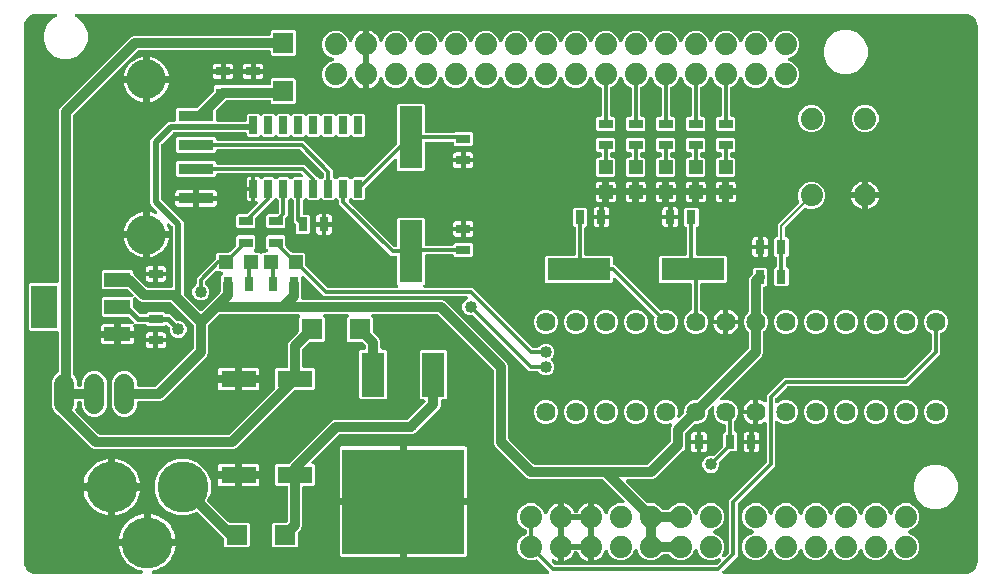
<source format=gbr>
G04 EAGLE Gerber RS-274X export*
G75*
%MOMM*%
%FSLAX34Y34*%
%LPD*%
%INTop Copper*%
%IPPOS*%
%AMOC8*
5,1,8,0,0,1.08239X$1,22.5*%
G01*
%ADD10R,3.000000X1.400000*%
%ADD11R,0.800000X1.200000*%
%ADD12R,1.200000X0.800000*%
%ADD13R,1.800000X1.700000*%
%ADD14R,1.700000X1.800000*%
%ADD15R,2.235200X1.219200*%
%ADD16R,2.200000X3.600000*%
%ADD17C,3.327400*%
%ADD18R,3.000000X0.900000*%
%ADD19C,1.879600*%
%ADD20R,1.200000X1.200000*%
%ADD21C,4.318000*%
%ADD22C,1.709600*%
%ADD23R,0.635000X1.524000*%
%ADD24R,10.300000X8.900000*%
%ADD25R,1.930400X3.810000*%
%ADD26C,1.625600*%
%ADD27R,1.930400X5.334000*%
%ADD28R,5.334000X1.930400*%
%ADD29C,0.812800*%
%ADD30C,0.609600*%
%ADD31C,0.508000*%
%ADD32C,1.016000*%
%ADD33C,0.406400*%
%ADD34C,0.304800*%
%ADD35C,0.203200*%

G36*
X101844Y2541D02*
X101844Y2541D01*
X101848Y2541D01*
X102016Y2561D01*
X102186Y2581D01*
X102190Y2582D01*
X102194Y2582D01*
X102353Y2640D01*
X102515Y2698D01*
X102518Y2700D01*
X102521Y2701D01*
X102663Y2794D01*
X102807Y2887D01*
X102810Y2890D01*
X102813Y2892D01*
X102931Y3015D01*
X103050Y3138D01*
X103051Y3141D01*
X103054Y3144D01*
X103142Y3292D01*
X103228Y3437D01*
X103230Y3440D01*
X103232Y3444D01*
X103284Y3609D01*
X103335Y3769D01*
X103335Y3773D01*
X103336Y3776D01*
X103349Y3949D01*
X103363Y4116D01*
X103362Y4120D01*
X103362Y4124D01*
X103336Y4294D01*
X103311Y4461D01*
X103310Y4464D01*
X103309Y4468D01*
X103247Y4623D01*
X103182Y4785D01*
X103180Y4788D01*
X103179Y4791D01*
X103081Y4930D01*
X102983Y5071D01*
X102980Y5073D01*
X102978Y5076D01*
X102851Y5190D01*
X102724Y5304D01*
X102721Y5306D01*
X102718Y5309D01*
X102569Y5390D01*
X102419Y5473D01*
X102416Y5474D01*
X102413Y5476D01*
X102179Y5549D01*
X100309Y5976D01*
X97751Y6871D01*
X95309Y8047D01*
X93014Y9489D01*
X90895Y11179D01*
X88979Y13095D01*
X87289Y15214D01*
X85847Y17509D01*
X84671Y19951D01*
X83776Y22509D01*
X83173Y25152D01*
X83060Y26153D01*
X105476Y26153D01*
X105502Y26156D01*
X105528Y26154D01*
X105675Y26176D01*
X105822Y26193D01*
X105847Y26201D01*
X105873Y26205D01*
X106011Y26260D01*
X106150Y26310D01*
X106172Y26324D01*
X106197Y26334D01*
X106318Y26419D01*
X106443Y26499D01*
X106461Y26518D01*
X106483Y26533D01*
X106582Y26643D01*
X106685Y26750D01*
X106699Y26772D01*
X106716Y26792D01*
X106788Y26922D01*
X106864Y27049D01*
X106872Y27074D01*
X106885Y27097D01*
X106925Y27240D01*
X106970Y27381D01*
X106972Y27407D01*
X106979Y27432D01*
X106999Y27676D01*
X106999Y29201D01*
X107001Y29201D01*
X107001Y27676D01*
X107004Y27650D01*
X107002Y27624D01*
X107024Y27477D01*
X107041Y27330D01*
X107050Y27305D01*
X107053Y27279D01*
X107108Y27141D01*
X107158Y27002D01*
X107173Y26980D01*
X107182Y26955D01*
X107267Y26834D01*
X107347Y26709D01*
X107366Y26691D01*
X107381Y26669D01*
X107491Y26570D01*
X107598Y26467D01*
X107620Y26453D01*
X107640Y26436D01*
X107770Y26364D01*
X107897Y26288D01*
X107922Y26280D01*
X107945Y26267D01*
X108088Y26227D01*
X108229Y26182D01*
X108255Y26180D01*
X108280Y26172D01*
X108524Y26153D01*
X130940Y26153D01*
X130827Y25151D01*
X130224Y22509D01*
X129329Y19951D01*
X128153Y17509D01*
X126711Y15214D01*
X125021Y13095D01*
X123105Y11179D01*
X120986Y9489D01*
X118691Y8047D01*
X116249Y6871D01*
X113691Y5976D01*
X111821Y5549D01*
X111817Y5548D01*
X111814Y5547D01*
X111652Y5490D01*
X111492Y5433D01*
X111489Y5431D01*
X111485Y5430D01*
X111341Y5337D01*
X111198Y5246D01*
X111196Y5243D01*
X111193Y5241D01*
X111073Y5117D01*
X110955Y4996D01*
X110953Y4993D01*
X110950Y4990D01*
X110862Y4842D01*
X110775Y4698D01*
X110774Y4694D01*
X110772Y4691D01*
X110720Y4529D01*
X110667Y4367D01*
X110667Y4363D01*
X110665Y4359D01*
X110652Y4191D01*
X110637Y4019D01*
X110638Y4015D01*
X110637Y4012D01*
X110663Y3842D01*
X110687Y3674D01*
X110689Y3671D01*
X110689Y3667D01*
X110753Y3507D01*
X110814Y3350D01*
X110816Y3347D01*
X110818Y3343D01*
X110915Y3203D01*
X111012Y3063D01*
X111015Y3060D01*
X111017Y3057D01*
X111143Y2943D01*
X111269Y2828D01*
X111273Y2826D01*
X111276Y2824D01*
X111427Y2740D01*
X111574Y2658D01*
X111577Y2657D01*
X111581Y2655D01*
X111746Y2608D01*
X111909Y2562D01*
X111912Y2561D01*
X111916Y2560D01*
X112160Y2541D01*
X445952Y2541D01*
X446052Y2552D01*
X446152Y2554D01*
X446224Y2572D01*
X446298Y2581D01*
X446393Y2614D01*
X446490Y2639D01*
X446556Y2673D01*
X446626Y2698D01*
X446711Y2753D01*
X446800Y2799D01*
X446857Y2847D01*
X446919Y2887D01*
X446989Y2959D01*
X447065Y3025D01*
X447109Y3084D01*
X447161Y3138D01*
X447213Y3224D01*
X447272Y3305D01*
X447302Y3373D01*
X447340Y3437D01*
X447371Y3533D01*
X447410Y3625D01*
X447424Y3698D01*
X447446Y3769D01*
X447454Y3869D01*
X447472Y3968D01*
X447468Y4042D01*
X447474Y4116D01*
X447459Y4215D01*
X447454Y4316D01*
X447434Y4387D01*
X447423Y4461D01*
X447385Y4554D01*
X447358Y4651D01*
X447321Y4716D01*
X447294Y4785D01*
X447236Y4867D01*
X447187Y4955D01*
X447122Y5031D01*
X447095Y5071D01*
X447068Y5095D01*
X447029Y5141D01*
X446847Y5323D01*
X437712Y14458D01*
X437652Y14506D01*
X437599Y14561D01*
X437516Y14614D01*
X437439Y14675D01*
X437370Y14708D01*
X437305Y14749D01*
X437213Y14782D01*
X437124Y14824D01*
X437049Y14840D01*
X436977Y14866D01*
X436879Y14877D01*
X436783Y14897D01*
X436707Y14896D01*
X436631Y14905D01*
X436533Y14893D01*
X436434Y14891D01*
X436360Y14873D01*
X436284Y14864D01*
X436142Y14818D01*
X436096Y14806D01*
X436079Y14797D01*
X436052Y14789D01*
X434074Y13969D01*
X429526Y13969D01*
X425325Y15710D01*
X422110Y18925D01*
X420369Y23126D01*
X420369Y27674D01*
X422110Y31875D01*
X425325Y35090D01*
X427303Y35910D01*
X427370Y35947D01*
X427441Y35975D01*
X427521Y36031D01*
X427608Y36079D01*
X427664Y36131D01*
X427727Y36174D01*
X427793Y36247D01*
X427866Y36313D01*
X427909Y36376D01*
X427960Y36433D01*
X428008Y36519D01*
X428064Y36600D01*
X428092Y36671D01*
X428129Y36738D01*
X428156Y36833D01*
X428192Y36924D01*
X428203Y37000D01*
X428224Y37073D01*
X428236Y37222D01*
X428243Y37269D01*
X428241Y37288D01*
X428243Y37317D01*
X428243Y38883D01*
X428235Y38959D01*
X428236Y39035D01*
X428215Y39132D01*
X428203Y39229D01*
X428178Y39301D01*
X428161Y39376D01*
X428119Y39465D01*
X428086Y39557D01*
X428044Y39622D01*
X428012Y39690D01*
X427950Y39767D01*
X427897Y39850D01*
X427842Y39903D01*
X427794Y39963D01*
X427717Y40024D01*
X427646Y40092D01*
X427581Y40131D01*
X427521Y40179D01*
X427388Y40247D01*
X427347Y40271D01*
X427329Y40277D01*
X427303Y40290D01*
X425325Y41110D01*
X422110Y44325D01*
X420369Y48526D01*
X420369Y53074D01*
X422110Y57275D01*
X425325Y60490D01*
X429526Y62231D01*
X434074Y62231D01*
X438275Y60490D01*
X441490Y57275D01*
X442858Y53973D01*
X442936Y53833D01*
X443011Y53692D01*
X443021Y53681D01*
X443028Y53668D01*
X443135Y53550D01*
X443240Y53429D01*
X443252Y53421D01*
X443262Y53410D01*
X443393Y53319D01*
X443523Y53226D01*
X443536Y53220D01*
X443548Y53212D01*
X443697Y53153D01*
X443845Y53092D01*
X443859Y53089D01*
X443873Y53084D01*
X444031Y53061D01*
X444189Y53035D01*
X444203Y53035D01*
X444217Y53033D01*
X444377Y53047D01*
X444536Y53057D01*
X444550Y53061D01*
X444565Y53062D01*
X444717Y53111D01*
X444870Y53158D01*
X444883Y53165D01*
X444896Y53169D01*
X445033Y53252D01*
X445172Y53332D01*
X445183Y53341D01*
X445195Y53349D01*
X445310Y53461D01*
X445426Y53570D01*
X445435Y53582D01*
X445445Y53592D01*
X445532Y53727D01*
X445620Y53859D01*
X445627Y53875D01*
X445633Y53885D01*
X445646Y53922D01*
X445714Y54085D01*
X446136Y55383D01*
X446989Y57057D01*
X448094Y58578D01*
X449422Y59906D01*
X450943Y61011D01*
X452617Y61864D01*
X454404Y62445D01*
X454661Y62485D01*
X454661Y51816D01*
X454664Y51790D01*
X454662Y51764D01*
X454684Y51617D01*
X454701Y51470D01*
X454709Y51445D01*
X454713Y51419D01*
X454768Y51282D01*
X454818Y51142D01*
X454832Y51120D01*
X454842Y51095D01*
X454927Y50974D01*
X455007Y50849D01*
X455026Y50831D01*
X455041Y50809D01*
X455057Y50795D01*
X454975Y50710D01*
X454961Y50687D01*
X454944Y50668D01*
X454872Y50538D01*
X454796Y50411D01*
X454788Y50386D01*
X454775Y50363D01*
X454735Y50220D01*
X454690Y50079D01*
X454687Y50053D01*
X454680Y50028D01*
X454661Y49784D01*
X454661Y26416D01*
X454664Y26390D01*
X454662Y26364D01*
X454684Y26217D01*
X454701Y26070D01*
X454709Y26045D01*
X454713Y26019D01*
X454768Y25882D01*
X454818Y25742D01*
X454832Y25720D01*
X454842Y25695D01*
X454927Y25574D01*
X455007Y25449D01*
X455026Y25431D01*
X455041Y25409D01*
X455057Y25395D01*
X454975Y25310D01*
X454961Y25287D01*
X454944Y25268D01*
X454872Y25138D01*
X454796Y25011D01*
X454788Y24986D01*
X454775Y24963D01*
X454735Y24820D01*
X454690Y24679D01*
X454687Y24653D01*
X454680Y24628D01*
X454661Y24384D01*
X454661Y13715D01*
X454404Y13755D01*
X452617Y14336D01*
X451557Y14876D01*
X451454Y14915D01*
X451354Y14962D01*
X451291Y14975D01*
X451230Y14998D01*
X451121Y15012D01*
X451013Y15035D01*
X450949Y15034D01*
X450884Y15042D01*
X450775Y15031D01*
X450665Y15029D01*
X450602Y15013D01*
X450538Y15007D01*
X450434Y14971D01*
X450327Y14944D01*
X450269Y14914D01*
X450208Y14893D01*
X450115Y14835D01*
X450017Y14784D01*
X449968Y14743D01*
X449913Y14708D01*
X449835Y14630D01*
X449752Y14559D01*
X449713Y14507D01*
X449668Y14461D01*
X449610Y14367D01*
X449545Y14278D01*
X449519Y14219D01*
X449485Y14164D01*
X449450Y14059D01*
X449407Y13958D01*
X449395Y13895D01*
X449375Y13833D01*
X449364Y13724D01*
X449345Y13615D01*
X449348Y13551D01*
X449342Y13486D01*
X449357Y13377D01*
X449363Y13267D01*
X449381Y13205D01*
X449390Y13141D01*
X449429Y13038D01*
X449459Y12932D01*
X449491Y12876D01*
X449514Y12815D01*
X449576Y12724D01*
X449630Y12628D01*
X449684Y12564D01*
X449709Y12527D01*
X449740Y12499D01*
X449788Y12442D01*
X451877Y10353D01*
X451976Y10274D01*
X452070Y10190D01*
X452112Y10166D01*
X452150Y10136D01*
X452264Y10082D01*
X452375Y10021D01*
X452422Y10008D01*
X452465Y9987D01*
X452589Y9961D01*
X452710Y9926D01*
X452771Y9921D01*
X452806Y9914D01*
X452854Y9915D01*
X452954Y9907D01*
X588446Y9907D01*
X588571Y9921D01*
X588698Y9928D01*
X588744Y9941D01*
X588792Y9947D01*
X588911Y9989D01*
X589032Y10024D01*
X589075Y10048D01*
X589120Y10064D01*
X589226Y10133D01*
X589337Y10194D01*
X589383Y10234D01*
X589413Y10253D01*
X589447Y10288D01*
X589523Y10353D01*
X592438Y13268D01*
X592469Y13307D01*
X592506Y13341D01*
X592577Y13443D01*
X592654Y13541D01*
X592676Y13586D01*
X592704Y13628D01*
X592750Y13743D01*
X592803Y13856D01*
X592814Y13905D01*
X592832Y13952D01*
X592850Y14075D01*
X592877Y14196D01*
X592876Y14247D01*
X592883Y14297D01*
X592873Y14421D01*
X592871Y14545D01*
X592858Y14594D01*
X592854Y14644D01*
X592816Y14762D01*
X592786Y14883D01*
X592763Y14928D01*
X592747Y14976D01*
X592683Y15082D01*
X592626Y15193D01*
X592593Y15231D01*
X592567Y15274D01*
X592481Y15363D01*
X592400Y15458D01*
X592360Y15488D01*
X592325Y15524D01*
X592220Y15591D01*
X592120Y15665D01*
X592074Y15685D01*
X592031Y15712D01*
X591914Y15754D01*
X591800Y15803D01*
X591750Y15812D01*
X591703Y15829D01*
X591579Y15843D01*
X591457Y15865D01*
X591407Y15862D01*
X591356Y15868D01*
X591233Y15853D01*
X591109Y15847D01*
X591061Y15833D01*
X591010Y15827D01*
X590778Y15752D01*
X586474Y13969D01*
X581926Y13969D01*
X577725Y15710D01*
X574510Y18925D01*
X572907Y22793D01*
X572859Y22881D01*
X572818Y22973D01*
X572774Y23033D01*
X572738Y23098D01*
X572671Y23172D01*
X572611Y23253D01*
X572554Y23301D01*
X572504Y23356D01*
X572421Y23413D01*
X572345Y23478D01*
X572278Y23512D01*
X572217Y23554D01*
X572124Y23591D01*
X572034Y23637D01*
X571962Y23655D01*
X571893Y23682D01*
X571794Y23696D01*
X571696Y23721D01*
X571622Y23722D01*
X571548Y23733D01*
X571448Y23724D01*
X571348Y23726D01*
X571275Y23710D01*
X571201Y23704D01*
X571105Y23673D01*
X571007Y23651D01*
X570940Y23620D01*
X570869Y23597D01*
X570783Y23545D01*
X570692Y23502D01*
X570634Y23455D01*
X570571Y23417D01*
X570499Y23347D01*
X570420Y23284D01*
X570374Y23226D01*
X570321Y23174D01*
X570266Y23090D01*
X570204Y23011D01*
X570158Y22921D01*
X570132Y22881D01*
X570120Y22847D01*
X570093Y22793D01*
X568490Y18925D01*
X565275Y15710D01*
X561074Y13969D01*
X556526Y13969D01*
X552325Y15710D01*
X549177Y18857D01*
X549078Y18936D01*
X548984Y19020D01*
X548942Y19044D01*
X548904Y19074D01*
X548790Y19128D01*
X548679Y19189D01*
X548633Y19202D01*
X548589Y19223D01*
X548466Y19249D01*
X548344Y19284D01*
X548283Y19289D01*
X548249Y19296D01*
X548201Y19295D01*
X548100Y19303D01*
X544100Y19303D01*
X543974Y19289D01*
X543848Y19282D01*
X543802Y19269D01*
X543754Y19263D01*
X543635Y19221D01*
X543513Y19186D01*
X543471Y19162D01*
X543425Y19146D01*
X543319Y19077D01*
X543209Y19016D01*
X543163Y18976D01*
X543133Y18957D01*
X543126Y18950D01*
X543098Y18921D01*
X543023Y18857D01*
X539875Y15710D01*
X535674Y13969D01*
X531126Y13969D01*
X526925Y15710D01*
X523710Y18925D01*
X522107Y22793D01*
X522059Y22881D01*
X522018Y22973D01*
X521974Y23033D01*
X521938Y23098D01*
X521871Y23172D01*
X521811Y23253D01*
X521754Y23301D01*
X521704Y23356D01*
X521621Y23413D01*
X521545Y23478D01*
X521478Y23512D01*
X521417Y23554D01*
X521324Y23591D01*
X521234Y23637D01*
X521162Y23655D01*
X521093Y23682D01*
X520994Y23696D01*
X520896Y23721D01*
X520822Y23722D01*
X520748Y23733D01*
X520648Y23724D01*
X520548Y23726D01*
X520475Y23710D01*
X520401Y23704D01*
X520305Y23673D01*
X520207Y23651D01*
X520140Y23620D01*
X520069Y23597D01*
X519983Y23545D01*
X519892Y23502D01*
X519834Y23455D01*
X519771Y23417D01*
X519699Y23347D01*
X519620Y23284D01*
X519574Y23226D01*
X519521Y23174D01*
X519466Y23090D01*
X519404Y23011D01*
X519358Y22921D01*
X519332Y22881D01*
X519320Y22847D01*
X519293Y22793D01*
X517690Y18925D01*
X514475Y15710D01*
X510274Y13969D01*
X505726Y13969D01*
X501525Y15710D01*
X498310Y18925D01*
X496942Y22227D01*
X496864Y22367D01*
X496789Y22508D01*
X496779Y22519D01*
X496772Y22532D01*
X496665Y22650D01*
X496560Y22771D01*
X496548Y22779D01*
X496538Y22790D01*
X496407Y22881D01*
X496277Y22974D01*
X496264Y22980D01*
X496252Y22988D01*
X496103Y23047D01*
X495955Y23108D01*
X495941Y23111D01*
X495927Y23116D01*
X495769Y23139D01*
X495611Y23166D01*
X495597Y23165D01*
X495583Y23167D01*
X495423Y23153D01*
X495264Y23143D01*
X495250Y23139D01*
X495235Y23138D01*
X495083Y23089D01*
X494930Y23042D01*
X494917Y23035D01*
X494904Y23031D01*
X494767Y22948D01*
X494628Y22868D01*
X494617Y22859D01*
X494605Y22851D01*
X494490Y22740D01*
X494373Y22630D01*
X494365Y22618D01*
X494355Y22608D01*
X494269Y22474D01*
X494180Y22341D01*
X494173Y22325D01*
X494167Y22315D01*
X494154Y22279D01*
X494086Y22115D01*
X493664Y20817D01*
X492811Y19143D01*
X491706Y17622D01*
X490378Y16294D01*
X488857Y15189D01*
X487183Y14336D01*
X485396Y13755D01*
X485139Y13715D01*
X485139Y24384D01*
X485136Y24410D01*
X485138Y24436D01*
X485116Y24583D01*
X485099Y24730D01*
X485091Y24755D01*
X485087Y24781D01*
X485032Y24918D01*
X484982Y25058D01*
X484968Y25080D01*
X484958Y25105D01*
X484873Y25226D01*
X484793Y25351D01*
X484774Y25369D01*
X484759Y25391D01*
X484743Y25405D01*
X484825Y25490D01*
X484839Y25513D01*
X484856Y25532D01*
X484928Y25662D01*
X485004Y25789D01*
X485012Y25814D01*
X485025Y25837D01*
X485065Y25980D01*
X485110Y26121D01*
X485112Y26147D01*
X485120Y26172D01*
X485139Y26416D01*
X485139Y49784D01*
X485137Y49801D01*
X485138Y49814D01*
X485137Y49821D01*
X485138Y49836D01*
X485116Y49983D01*
X485099Y50130D01*
X485091Y50155D01*
X485087Y50181D01*
X485032Y50318D01*
X484982Y50458D01*
X484968Y50480D01*
X484958Y50505D01*
X484873Y50626D01*
X484793Y50751D01*
X484774Y50769D01*
X484759Y50791D01*
X484743Y50805D01*
X484825Y50890D01*
X484839Y50913D01*
X484856Y50932D01*
X484928Y51062D01*
X485004Y51189D01*
X485012Y51214D01*
X485025Y51237D01*
X485065Y51380D01*
X485110Y51521D01*
X485112Y51547D01*
X485120Y51572D01*
X485139Y51816D01*
X485139Y62485D01*
X485396Y62445D01*
X487183Y61864D01*
X488857Y61011D01*
X490378Y59906D01*
X491706Y58578D01*
X492811Y57057D01*
X493664Y55383D01*
X494086Y54085D01*
X494152Y53941D01*
X494216Y53793D01*
X494225Y53781D01*
X494231Y53768D01*
X494328Y53642D01*
X494424Y53513D01*
X494435Y53504D01*
X494444Y53492D01*
X494568Y53391D01*
X494690Y53288D01*
X494703Y53282D01*
X494714Y53272D01*
X494859Y53202D01*
X495000Y53129D01*
X495014Y53126D01*
X495027Y53119D01*
X495184Y53084D01*
X495338Y53045D01*
X495353Y53045D01*
X495367Y53042D01*
X495527Y53043D01*
X495687Y53040D01*
X495701Y53043D01*
X495715Y53043D01*
X495871Y53080D01*
X496027Y53115D01*
X496040Y53121D01*
X496055Y53124D01*
X496199Y53196D01*
X496342Y53264D01*
X496353Y53273D01*
X496366Y53280D01*
X496490Y53383D01*
X496614Y53482D01*
X496623Y53493D01*
X496635Y53502D01*
X496731Y53629D01*
X496830Y53755D01*
X496838Y53771D01*
X496845Y53780D01*
X496861Y53815D01*
X496942Y53973D01*
X498310Y57275D01*
X501525Y60490D01*
X505726Y62231D01*
X509670Y62231D01*
X509770Y62242D01*
X509870Y62244D01*
X509942Y62262D01*
X510016Y62271D01*
X510110Y62304D01*
X510208Y62329D01*
X510274Y62363D01*
X510344Y62388D01*
X510428Y62443D01*
X510518Y62489D01*
X510574Y62537D01*
X510637Y62577D01*
X510707Y62649D01*
X510783Y62714D01*
X510827Y62774D01*
X510879Y62828D01*
X510931Y62914D01*
X510990Y62995D01*
X511020Y63063D01*
X511058Y63127D01*
X511089Y63223D01*
X511128Y63315D01*
X511141Y63388D01*
X511164Y63459D01*
X511172Y63559D01*
X511190Y63658D01*
X511186Y63732D01*
X511192Y63806D01*
X511177Y63906D01*
X511172Y64006D01*
X511151Y64077D01*
X511140Y64151D01*
X511103Y64244D01*
X511075Y64341D01*
X511039Y64406D01*
X511012Y64475D01*
X510954Y64557D01*
X510905Y64645D01*
X510840Y64721D01*
X510813Y64761D01*
X510786Y64785D01*
X510747Y64831D01*
X493221Y82357D01*
X493122Y82436D01*
X493028Y82520D01*
X492986Y82544D01*
X492948Y82574D01*
X492834Y82628D01*
X492723Y82689D01*
X492676Y82702D01*
X492633Y82723D01*
X492509Y82749D01*
X492387Y82784D01*
X492327Y82789D01*
X492292Y82796D01*
X492244Y82795D01*
X492144Y82803D01*
X430587Y82803D01*
X428346Y83731D01*
X426417Y85661D01*
X403161Y108917D01*
X401231Y110846D01*
X400303Y113087D01*
X400303Y174644D01*
X400289Y174769D01*
X400282Y174895D01*
X400269Y174942D01*
X400263Y174990D01*
X400221Y175109D01*
X400186Y175230D01*
X400162Y175272D01*
X400146Y175318D01*
X400077Y175424D01*
X400016Y175535D01*
X399976Y175581D01*
X399957Y175611D01*
X399922Y175644D01*
X399910Y175659D01*
X399899Y175675D01*
X399888Y175685D01*
X399857Y175721D01*
X353521Y222057D01*
X353422Y222136D01*
X353328Y222220D01*
X353286Y222244D01*
X353248Y222274D01*
X353134Y222328D01*
X353023Y222389D01*
X352976Y222402D01*
X352933Y222423D01*
X352809Y222449D01*
X352687Y222484D01*
X352627Y222489D01*
X352592Y222496D01*
X352544Y222495D01*
X352444Y222503D01*
X298299Y222503D01*
X298199Y222492D01*
X298099Y222490D01*
X298027Y222472D01*
X297953Y222463D01*
X297858Y222430D01*
X297761Y222405D01*
X297695Y222371D01*
X297625Y222346D01*
X297540Y222291D01*
X297451Y222245D01*
X297394Y222197D01*
X297332Y222157D01*
X297262Y222085D01*
X297185Y222020D01*
X297141Y221960D01*
X297090Y221906D01*
X297038Y221820D01*
X296978Y221739D01*
X296949Y221671D01*
X296911Y221607D01*
X296880Y221511D01*
X296840Y221419D01*
X296827Y221346D01*
X296805Y221275D01*
X296796Y221175D01*
X296779Y221076D01*
X296783Y221002D01*
X296777Y220928D01*
X296791Y220828D01*
X296797Y220728D01*
X296817Y220657D01*
X296828Y220583D01*
X296865Y220490D01*
X296893Y220393D01*
X296930Y220328D01*
X296957Y220259D01*
X297014Y220177D01*
X297063Y220089D01*
X297128Y220013D01*
X297156Y219973D01*
X297182Y219949D01*
X297222Y219903D01*
X298233Y218892D01*
X298233Y207770D01*
X298247Y207645D01*
X298254Y207519D01*
X298267Y207472D01*
X298273Y207424D01*
X298315Y207305D01*
X298350Y207184D01*
X298374Y207142D01*
X298390Y207096D01*
X298459Y206990D01*
X298520Y206879D01*
X298560Y206833D01*
X298579Y206803D01*
X298614Y206770D01*
X298679Y206693D01*
X303519Y201854D01*
X304447Y199613D01*
X304447Y194006D01*
X304450Y193980D01*
X304448Y193954D01*
X304470Y193807D01*
X304487Y193660D01*
X304495Y193635D01*
X304499Y193609D01*
X304554Y193471D01*
X304604Y193332D01*
X304618Y193310D01*
X304628Y193285D01*
X304713Y193164D01*
X304793Y193039D01*
X304812Y193021D01*
X304827Y192999D01*
X304937Y192900D01*
X305044Y192797D01*
X305066Y192783D01*
X305086Y192766D01*
X305216Y192694D01*
X305343Y192618D01*
X305368Y192610D01*
X305391Y192597D01*
X305534Y192557D01*
X305675Y192512D01*
X305701Y192510D01*
X305726Y192502D01*
X305970Y192483D01*
X308844Y192483D01*
X310035Y191292D01*
X310035Y151508D01*
X308844Y150317D01*
X287856Y150317D01*
X286665Y151508D01*
X286665Y191292D01*
X287856Y192483D01*
X290730Y192483D01*
X290756Y192486D01*
X290782Y192484D01*
X290929Y192506D01*
X291076Y192523D01*
X291101Y192531D01*
X291127Y192535D01*
X291265Y192590D01*
X291404Y192640D01*
X291426Y192654D01*
X291451Y192664D01*
X291572Y192749D01*
X291697Y192829D01*
X291715Y192848D01*
X291737Y192863D01*
X291836Y192973D01*
X291939Y193080D01*
X291953Y193102D01*
X291970Y193122D01*
X292042Y193252D01*
X292118Y193379D01*
X292126Y193404D01*
X292139Y193427D01*
X292179Y193570D01*
X292224Y193711D01*
X292226Y193737D01*
X292234Y193762D01*
X292253Y194006D01*
X292253Y195244D01*
X292239Y195369D01*
X292232Y195495D01*
X292219Y195542D01*
X292213Y195590D01*
X292171Y195709D01*
X292136Y195830D01*
X292112Y195872D01*
X292096Y195918D01*
X292027Y196024D01*
X291966Y196135D01*
X291926Y196181D01*
X291907Y196211D01*
X291872Y196244D01*
X291807Y196321D01*
X289557Y198571D01*
X289458Y198650D01*
X289364Y198734D01*
X289322Y198758D01*
X289284Y198788D01*
X289170Y198842D01*
X289059Y198903D01*
X289012Y198916D01*
X288969Y198937D01*
X288845Y198963D01*
X288723Y198998D01*
X288663Y199003D01*
X288628Y199010D01*
X288580Y199009D01*
X288480Y199017D01*
X277358Y199017D01*
X276167Y200208D01*
X276167Y218892D01*
X277178Y219903D01*
X277241Y219982D01*
X277310Y220054D01*
X277349Y220118D01*
X277395Y220176D01*
X277438Y220267D01*
X277489Y220353D01*
X277512Y220424D01*
X277544Y220491D01*
X277565Y220589D01*
X277595Y220685D01*
X277601Y220759D01*
X277617Y220832D01*
X277615Y220932D01*
X277623Y221032D01*
X277612Y221106D01*
X277611Y221180D01*
X277587Y221277D01*
X277572Y221377D01*
X277544Y221446D01*
X277526Y221518D01*
X277480Y221607D01*
X277443Y221701D01*
X277401Y221762D01*
X277367Y221828D01*
X277301Y221904D01*
X277244Y221987D01*
X277189Y222037D01*
X277141Y222093D01*
X277060Y222153D01*
X276985Y222220D01*
X276920Y222256D01*
X276860Y222301D01*
X276768Y222340D01*
X276680Y222389D01*
X276609Y222409D01*
X276540Y222439D01*
X276442Y222456D01*
X276345Y222484D01*
X276245Y222492D01*
X276197Y222500D01*
X276162Y222498D01*
X276101Y222503D01*
X257299Y222503D01*
X257199Y222492D01*
X257099Y222490D01*
X257027Y222472D01*
X256953Y222463D01*
X256858Y222430D01*
X256761Y222405D01*
X256695Y222371D01*
X256625Y222346D01*
X256540Y222291D01*
X256451Y222245D01*
X256394Y222197D01*
X256332Y222157D01*
X256262Y222085D01*
X256185Y222020D01*
X256141Y221960D01*
X256090Y221906D01*
X256038Y221820D01*
X255978Y221739D01*
X255949Y221671D01*
X255911Y221607D01*
X255880Y221511D01*
X255840Y221419D01*
X255827Y221346D01*
X255805Y221275D01*
X255796Y221175D01*
X255779Y221076D01*
X255783Y221002D01*
X255777Y220928D01*
X255791Y220828D01*
X255797Y220728D01*
X255817Y220657D01*
X255828Y220583D01*
X255865Y220490D01*
X255893Y220393D01*
X255930Y220328D01*
X255957Y220259D01*
X256014Y220177D01*
X256063Y220089D01*
X256128Y220013D01*
X256156Y219973D01*
X256182Y219949D01*
X256222Y219903D01*
X257233Y218892D01*
X257233Y200208D01*
X256042Y199017D01*
X244920Y199017D01*
X244795Y199003D01*
X244668Y198996D01*
X244622Y198983D01*
X244574Y198977D01*
X244455Y198935D01*
X244334Y198900D01*
X244291Y198876D01*
X244246Y198860D01*
X244140Y198791D01*
X244029Y198730D01*
X243983Y198690D01*
X243953Y198671D01*
X243920Y198636D01*
X243843Y198571D01*
X238823Y193551D01*
X238744Y193452D01*
X238660Y193358D01*
X238636Y193316D01*
X238606Y193278D01*
X238552Y193164D01*
X238491Y193053D01*
X238478Y193006D01*
X238457Y192963D01*
X238431Y192839D01*
X238396Y192717D01*
X238391Y192657D01*
X238384Y192622D01*
X238385Y192574D01*
X238377Y192474D01*
X238377Y178196D01*
X238380Y178170D01*
X238378Y178144D01*
X238400Y177997D01*
X238417Y177850D01*
X238425Y177825D01*
X238429Y177799D01*
X238484Y177661D01*
X238534Y177522D01*
X238548Y177500D01*
X238558Y177475D01*
X238643Y177354D01*
X238723Y177229D01*
X238742Y177211D01*
X238757Y177189D01*
X238867Y177090D01*
X238974Y176987D01*
X238996Y176973D01*
X239016Y176956D01*
X239146Y176884D01*
X239273Y176808D01*
X239298Y176800D01*
X239321Y176787D01*
X239464Y176747D01*
X239605Y176702D01*
X239631Y176700D01*
X239656Y176692D01*
X239900Y176673D01*
X248122Y176673D01*
X249313Y175482D01*
X249313Y159798D01*
X248122Y158607D01*
X232500Y158607D01*
X232375Y158593D01*
X232248Y158586D01*
X232202Y158573D01*
X232154Y158567D01*
X232035Y158525D01*
X231914Y158490D01*
X231871Y158466D01*
X231826Y158450D01*
X231720Y158381D01*
X231609Y158320D01*
X231563Y158280D01*
X231533Y158261D01*
X231500Y158226D01*
X231423Y158161D01*
X184323Y111061D01*
X182394Y109131D01*
X180153Y108203D01*
X62287Y108203D01*
X60046Y109131D01*
X32620Y136558D01*
X32619Y136559D01*
X32617Y136561D01*
X32485Y136665D01*
X32347Y136774D01*
X32345Y136775D01*
X32344Y136777D01*
X32126Y136888D01*
X30836Y137422D01*
X27860Y140398D01*
X26249Y144287D01*
X26249Y165593D01*
X27860Y169482D01*
X30836Y172458D01*
X31063Y172552D01*
X31130Y172589D01*
X31201Y172617D01*
X31282Y172673D01*
X31367Y172721D01*
X31424Y172772D01*
X31487Y172816D01*
X31553Y172889D01*
X31626Y172955D01*
X31669Y173018D01*
X31720Y173075D01*
X31768Y173161D01*
X31824Y173242D01*
X31852Y173313D01*
X31889Y173380D01*
X31916Y173474D01*
X31952Y173566D01*
X31963Y173642D01*
X31984Y173715D01*
X31996Y173864D01*
X32003Y173911D01*
X32001Y173930D01*
X32003Y173959D01*
X32003Y207044D01*
X32000Y207070D01*
X32002Y207096D01*
X31980Y207243D01*
X31963Y207390D01*
X31955Y207415D01*
X31951Y207441D01*
X31896Y207579D01*
X31846Y207718D01*
X31832Y207740D01*
X31822Y207765D01*
X31737Y207886D01*
X31657Y208011D01*
X31638Y208029D01*
X31623Y208051D01*
X31513Y208150D01*
X31406Y208253D01*
X31384Y208267D01*
X31364Y208284D01*
X31234Y208356D01*
X31107Y208432D01*
X31082Y208440D01*
X31059Y208453D01*
X30916Y208493D01*
X30775Y208538D01*
X30749Y208540D01*
X30724Y208548D01*
X30480Y208567D01*
X7968Y208567D01*
X6777Y209758D01*
X6777Y247442D01*
X7968Y248633D01*
X30480Y248633D01*
X30506Y248636D01*
X30532Y248634D01*
X30679Y248656D01*
X30826Y248673D01*
X30851Y248681D01*
X30877Y248685D01*
X31015Y248740D01*
X31154Y248790D01*
X31176Y248804D01*
X31201Y248814D01*
X31322Y248899D01*
X31447Y248979D01*
X31465Y248998D01*
X31487Y249013D01*
X31586Y249123D01*
X31689Y249230D01*
X31703Y249252D01*
X31720Y249272D01*
X31792Y249402D01*
X31868Y249529D01*
X31876Y249554D01*
X31889Y249577D01*
X31929Y249720D01*
X31974Y249861D01*
X31976Y249887D01*
X31984Y249912D01*
X32003Y250156D01*
X32003Y394913D01*
X32931Y397154D01*
X93246Y457469D01*
X95487Y458397D01*
X210194Y458397D01*
X210220Y458400D01*
X210246Y458398D01*
X210393Y458420D01*
X210540Y458437D01*
X210565Y458445D01*
X210591Y458449D01*
X210729Y458504D01*
X210868Y458554D01*
X210890Y458568D01*
X210915Y458578D01*
X211036Y458663D01*
X211161Y458743D01*
X211179Y458762D01*
X211201Y458777D01*
X211300Y458887D01*
X211403Y458994D01*
X211417Y459016D01*
X211434Y459036D01*
X211506Y459166D01*
X211582Y459293D01*
X211590Y459318D01*
X211603Y459341D01*
X211643Y459484D01*
X211688Y459625D01*
X211690Y459651D01*
X211698Y459676D01*
X211717Y459920D01*
X211717Y462142D01*
X212908Y463333D01*
X231592Y463333D01*
X232783Y462142D01*
X232783Y442458D01*
X231592Y441267D01*
X212908Y441267D01*
X211717Y442458D01*
X211717Y444680D01*
X211714Y444706D01*
X211716Y444732D01*
X211694Y444879D01*
X211677Y445026D01*
X211669Y445051D01*
X211665Y445077D01*
X211610Y445215D01*
X211560Y445354D01*
X211546Y445376D01*
X211536Y445401D01*
X211451Y445522D01*
X211371Y445647D01*
X211352Y445665D01*
X211337Y445687D01*
X211227Y445786D01*
X211120Y445889D01*
X211098Y445903D01*
X211078Y445920D01*
X210948Y445992D01*
X210821Y446068D01*
X210796Y446076D01*
X210773Y446089D01*
X210630Y446129D01*
X210489Y446174D01*
X210463Y446176D01*
X210438Y446184D01*
X210194Y446203D01*
X99856Y446203D01*
X99731Y446189D01*
X99605Y446182D01*
X99558Y446169D01*
X99510Y446163D01*
X99391Y446121D01*
X99270Y446086D01*
X99228Y446062D01*
X99182Y446046D01*
X99076Y445977D01*
X98965Y445916D01*
X98919Y445876D01*
X98889Y445857D01*
X98856Y445822D01*
X98779Y445757D01*
X44643Y391621D01*
X44564Y391522D01*
X44480Y391428D01*
X44456Y391386D01*
X44426Y391348D01*
X44372Y391234D01*
X44311Y391123D01*
X44298Y391076D01*
X44277Y391033D01*
X44251Y390909D01*
X44216Y390787D01*
X44211Y390727D01*
X44204Y390692D01*
X44205Y390644D01*
X44197Y390544D01*
X44197Y171716D01*
X44211Y171590D01*
X44218Y171464D01*
X44231Y171417D01*
X44237Y171369D01*
X44279Y171250D01*
X44314Y171129D01*
X44338Y171087D01*
X44354Y171041D01*
X44423Y170935D01*
X44484Y170825D01*
X44524Y170779D01*
X44543Y170749D01*
X44578Y170715D01*
X44643Y170639D01*
X45800Y169482D01*
X47411Y165593D01*
X47411Y162560D01*
X47414Y162534D01*
X47412Y162508D01*
X47434Y162361D01*
X47451Y162214D01*
X47459Y162189D01*
X47463Y162163D01*
X47518Y162025D01*
X47568Y161886D01*
X47582Y161864D01*
X47592Y161839D01*
X47677Y161718D01*
X47757Y161593D01*
X47776Y161575D01*
X47791Y161553D01*
X47901Y161454D01*
X48008Y161351D01*
X48030Y161337D01*
X48050Y161320D01*
X48180Y161248D01*
X48307Y161172D01*
X48332Y161164D01*
X48355Y161151D01*
X48498Y161111D01*
X48639Y161066D01*
X48665Y161064D01*
X48690Y161056D01*
X48934Y161037D01*
X50126Y161037D01*
X50152Y161040D01*
X50178Y161038D01*
X50325Y161060D01*
X50472Y161077D01*
X50497Y161085D01*
X50523Y161089D01*
X50661Y161144D01*
X50800Y161194D01*
X50822Y161208D01*
X50847Y161218D01*
X50968Y161303D01*
X51093Y161383D01*
X51111Y161402D01*
X51133Y161417D01*
X51232Y161527D01*
X51335Y161634D01*
X51349Y161656D01*
X51366Y161676D01*
X51438Y161806D01*
X51514Y161933D01*
X51522Y161958D01*
X51535Y161981D01*
X51575Y162124D01*
X51620Y162265D01*
X51622Y162291D01*
X51630Y162316D01*
X51649Y162560D01*
X51649Y165593D01*
X53260Y169482D01*
X56236Y172458D01*
X60125Y174069D01*
X64335Y174069D01*
X68224Y172458D01*
X71200Y169482D01*
X72811Y165593D01*
X72811Y144287D01*
X71200Y140398D01*
X68224Y137422D01*
X64335Y135811D01*
X60125Y135811D01*
X56236Y137422D01*
X53260Y140398D01*
X51649Y144287D01*
X51649Y147320D01*
X51646Y147346D01*
X51648Y147372D01*
X51626Y147519D01*
X51609Y147666D01*
X51601Y147691D01*
X51597Y147717D01*
X51542Y147855D01*
X51492Y147994D01*
X51478Y148016D01*
X51468Y148041D01*
X51383Y148162D01*
X51303Y148287D01*
X51284Y148305D01*
X51269Y148327D01*
X51159Y148426D01*
X51052Y148529D01*
X51030Y148543D01*
X51010Y148560D01*
X50880Y148632D01*
X50753Y148708D01*
X50728Y148716D01*
X50705Y148729D01*
X50562Y148769D01*
X50421Y148814D01*
X50395Y148816D01*
X50370Y148824D01*
X50126Y148843D01*
X48934Y148843D01*
X48908Y148840D01*
X48882Y148842D01*
X48735Y148820D01*
X48588Y148803D01*
X48563Y148795D01*
X48537Y148791D01*
X48399Y148736D01*
X48260Y148686D01*
X48238Y148672D01*
X48213Y148662D01*
X48092Y148577D01*
X47967Y148497D01*
X47949Y148478D01*
X47927Y148463D01*
X47828Y148353D01*
X47725Y148246D01*
X47711Y148224D01*
X47694Y148204D01*
X47622Y148074D01*
X47546Y147947D01*
X47538Y147922D01*
X47525Y147899D01*
X47485Y147756D01*
X47440Y147615D01*
X47438Y147589D01*
X47430Y147564D01*
X47411Y147320D01*
X47411Y144287D01*
X46255Y141497D01*
X46234Y141424D01*
X46204Y141353D01*
X46186Y141257D01*
X46159Y141162D01*
X46156Y141086D01*
X46142Y141010D01*
X46147Y140912D01*
X46142Y140814D01*
X46156Y140739D01*
X46160Y140662D01*
X46187Y140568D01*
X46205Y140471D01*
X46235Y140401D01*
X46256Y140327D01*
X46305Y140242D01*
X46344Y140151D01*
X46389Y140090D01*
X46427Y140023D01*
X46523Y139910D01*
X46552Y139872D01*
X46566Y139859D01*
X46585Y139837D01*
X65579Y120843D01*
X65678Y120764D01*
X65772Y120680D01*
X65814Y120656D01*
X65852Y120626D01*
X65966Y120572D01*
X66077Y120511D01*
X66124Y120498D01*
X66167Y120477D01*
X66291Y120451D01*
X66413Y120416D01*
X66473Y120411D01*
X66508Y120404D01*
X66556Y120405D01*
X66656Y120397D01*
X175784Y120397D01*
X175909Y120411D01*
X176036Y120418D01*
X176082Y120431D01*
X176130Y120437D01*
X176249Y120479D01*
X176370Y120514D01*
X176413Y120538D01*
X176458Y120554D01*
X176564Y120623D01*
X176675Y120684D01*
X176721Y120724D01*
X176751Y120743D01*
X176784Y120778D01*
X176861Y120843D01*
X214801Y158783D01*
X214880Y158882D01*
X214964Y158976D01*
X214988Y159018D01*
X215018Y159056D01*
X215072Y159170D01*
X215133Y159281D01*
X215146Y159328D01*
X215167Y159371D01*
X215193Y159495D01*
X215228Y159617D01*
X215233Y159677D01*
X215240Y159712D01*
X215239Y159760D01*
X215247Y159860D01*
X215247Y175482D01*
X216438Y176673D01*
X224660Y176673D01*
X224686Y176676D01*
X224712Y176674D01*
X224859Y176696D01*
X225006Y176713D01*
X225031Y176721D01*
X225057Y176725D01*
X225195Y176780D01*
X225334Y176830D01*
X225356Y176844D01*
X225381Y176854D01*
X225502Y176939D01*
X225627Y177019D01*
X225645Y177038D01*
X225667Y177053D01*
X225766Y177163D01*
X225869Y177270D01*
X225883Y177292D01*
X225900Y177312D01*
X225972Y177442D01*
X226048Y177569D01*
X226056Y177594D01*
X226069Y177617D01*
X226109Y177760D01*
X226154Y177901D01*
X226156Y177927D01*
X226164Y177952D01*
X226183Y178196D01*
X226183Y196843D01*
X227111Y199084D01*
X229041Y201013D01*
X234721Y206693D01*
X234800Y206792D01*
X234884Y206886D01*
X234908Y206928D01*
X234938Y206966D01*
X234992Y207080D01*
X235053Y207191D01*
X235066Y207238D01*
X235087Y207281D01*
X235113Y207405D01*
X235148Y207527D01*
X235153Y207587D01*
X235160Y207622D01*
X235159Y207670D01*
X235167Y207770D01*
X235167Y218892D01*
X236178Y219903D01*
X236241Y219982D01*
X236310Y220054D01*
X236349Y220118D01*
X236395Y220176D01*
X236438Y220267D01*
X236489Y220353D01*
X236512Y220424D01*
X236544Y220491D01*
X236565Y220589D01*
X236595Y220685D01*
X236601Y220759D01*
X236617Y220832D01*
X236615Y220932D01*
X236623Y221032D01*
X236612Y221106D01*
X236611Y221180D01*
X236587Y221277D01*
X236572Y221377D01*
X236544Y221446D01*
X236526Y221518D01*
X236480Y221607D01*
X236443Y221701D01*
X236401Y221762D01*
X236367Y221828D01*
X236301Y221904D01*
X236244Y221987D01*
X236189Y222037D01*
X236141Y222093D01*
X236060Y222153D01*
X235985Y222220D01*
X235920Y222256D01*
X235860Y222301D01*
X235768Y222340D01*
X235680Y222389D01*
X235609Y222409D01*
X235540Y222439D01*
X235442Y222456D01*
X235345Y222484D01*
X235245Y222492D01*
X235197Y222500D01*
X235162Y222498D01*
X235101Y222503D01*
X168256Y222503D01*
X168131Y222489D01*
X168005Y222482D01*
X167958Y222469D01*
X167910Y222463D01*
X167791Y222421D01*
X167670Y222386D01*
X167628Y222362D01*
X167582Y222346D01*
X167476Y222277D01*
X167365Y222216D01*
X167319Y222176D01*
X167289Y222157D01*
X167256Y222122D01*
X167179Y222057D01*
X158943Y213821D01*
X158880Y213741D01*
X158816Y213675D01*
X158804Y213655D01*
X158780Y213628D01*
X158756Y213586D01*
X158726Y213548D01*
X158675Y213439D01*
X158637Y213376D01*
X158633Y213362D01*
X158611Y213323D01*
X158598Y213276D01*
X158577Y213233D01*
X158551Y213109D01*
X158542Y213079D01*
X158531Y213044D01*
X158531Y213038D01*
X158516Y212987D01*
X158511Y212927D01*
X158504Y212892D01*
X158505Y212844D01*
X158497Y212744D01*
X158497Y189287D01*
X157569Y187046D01*
X120294Y149771D01*
X118053Y148843D01*
X99734Y148843D01*
X99708Y148840D01*
X99682Y148842D01*
X99535Y148820D01*
X99388Y148803D01*
X99363Y148795D01*
X99337Y148791D01*
X99199Y148736D01*
X99060Y148686D01*
X99038Y148672D01*
X99013Y148662D01*
X98892Y148577D01*
X98767Y148497D01*
X98749Y148478D01*
X98727Y148463D01*
X98628Y148353D01*
X98525Y148246D01*
X98511Y148224D01*
X98494Y148204D01*
X98422Y148074D01*
X98346Y147947D01*
X98338Y147922D01*
X98325Y147899D01*
X98285Y147756D01*
X98240Y147615D01*
X98238Y147589D01*
X98230Y147564D01*
X98211Y147320D01*
X98211Y144287D01*
X96600Y140398D01*
X93624Y137422D01*
X89735Y135811D01*
X85525Y135811D01*
X81636Y137422D01*
X78660Y140398D01*
X77049Y144287D01*
X77049Y165593D01*
X78660Y169482D01*
X81636Y172458D01*
X85525Y174069D01*
X89735Y174069D01*
X93624Y172458D01*
X96600Y169482D01*
X98211Y165593D01*
X98211Y162560D01*
X98214Y162534D01*
X98212Y162508D01*
X98234Y162361D01*
X98251Y162214D01*
X98259Y162189D01*
X98263Y162163D01*
X98318Y162025D01*
X98368Y161886D01*
X98382Y161864D01*
X98392Y161839D01*
X98477Y161718D01*
X98557Y161593D01*
X98576Y161575D01*
X98591Y161553D01*
X98701Y161454D01*
X98808Y161351D01*
X98830Y161337D01*
X98850Y161320D01*
X98980Y161248D01*
X99107Y161172D01*
X99132Y161164D01*
X99155Y161151D01*
X99298Y161111D01*
X99439Y161066D01*
X99465Y161064D01*
X99490Y161056D01*
X99734Y161037D01*
X113684Y161037D01*
X113809Y161051D01*
X113935Y161058D01*
X113982Y161071D01*
X114030Y161077D01*
X114149Y161119D01*
X114270Y161154D01*
X114312Y161178D01*
X114358Y161194D01*
X114464Y161263D01*
X114575Y161324D01*
X114621Y161364D01*
X114651Y161383D01*
X114684Y161418D01*
X114761Y161483D01*
X145857Y192579D01*
X145936Y192678D01*
X146020Y192772D01*
X146044Y192814D01*
X146074Y192852D01*
X146128Y192966D01*
X146189Y193077D01*
X146202Y193124D01*
X146223Y193167D01*
X146249Y193291D01*
X146284Y193413D01*
X146289Y193473D01*
X146296Y193508D01*
X146295Y193556D01*
X146303Y193656D01*
X146303Y212744D01*
X146297Y212801D01*
X146296Y212807D01*
X146289Y212869D01*
X146282Y212995D01*
X146269Y213042D01*
X146263Y213090D01*
X146246Y213137D01*
X146245Y213146D01*
X146226Y213193D01*
X146221Y213209D01*
X146186Y213330D01*
X146162Y213372D01*
X146146Y213418D01*
X146123Y213454D01*
X146116Y213470D01*
X146072Y213534D01*
X146016Y213635D01*
X145976Y213681D01*
X145957Y213711D01*
X145933Y213734D01*
X145917Y213756D01*
X145895Y213777D01*
X145857Y213821D01*
X127571Y232107D01*
X127472Y232186D01*
X127378Y232270D01*
X127336Y232294D01*
X127298Y232324D01*
X127184Y232378D01*
X127073Y232439D01*
X127026Y232452D01*
X126983Y232473D01*
X126859Y232499D01*
X126737Y232534D01*
X126677Y232539D01*
X126642Y232546D01*
X126594Y232545D01*
X126494Y232553D01*
X103037Y232553D01*
X100796Y233481D01*
X97597Y236681D01*
X97519Y236743D01*
X97446Y236813D01*
X97422Y236828D01*
X97410Y236838D01*
X97373Y236859D01*
X97324Y236897D01*
X97233Y236940D01*
X97147Y236992D01*
X97111Y237003D01*
X97105Y237007D01*
X97074Y237015D01*
X97009Y237046D01*
X96911Y237067D01*
X96815Y237098D01*
X96741Y237104D01*
X96668Y237120D01*
X96568Y237118D01*
X96468Y237126D01*
X96394Y237115D01*
X96320Y237114D01*
X96223Y237089D01*
X96123Y237074D01*
X96054Y237047D01*
X95982Y237029D01*
X95893Y236983D01*
X95799Y236946D01*
X95738Y236903D01*
X95672Y236869D01*
X95596Y236804D01*
X95562Y236781D01*
X95553Y236775D01*
X95552Y236773D01*
X95513Y236747D01*
X95463Y236692D01*
X95407Y236643D01*
X95347Y236562D01*
X95336Y236550D01*
X95311Y236524D01*
X95307Y236519D01*
X95280Y236488D01*
X95244Y236423D01*
X95199Y236363D01*
X95161Y236274D01*
X95132Y236225D01*
X95128Y236214D01*
X95111Y236183D01*
X95091Y236111D01*
X95061Y236043D01*
X95046Y235957D01*
X95026Y235893D01*
X95024Y235875D01*
X95016Y235848D01*
X95008Y235747D01*
X95000Y235700D01*
X95002Y235664D01*
X94997Y235604D01*
X94997Y228883D01*
X95011Y228757D01*
X95018Y228631D01*
X95031Y228584D01*
X95037Y228536D01*
X95079Y228417D01*
X95114Y228296D01*
X95138Y228254D01*
X95154Y228208D01*
X95223Y228102D01*
X95284Y227992D01*
X95324Y227946D01*
X95343Y227916D01*
X95378Y227882D01*
X95443Y227806D01*
X100188Y223061D01*
X100287Y222982D01*
X100380Y222898D01*
X100423Y222874D01*
X100461Y222844D01*
X100575Y222790D01*
X100685Y222729D01*
X100732Y222716D01*
X100776Y222695D01*
X100899Y222669D01*
X101021Y222634D01*
X101082Y222629D01*
X101116Y222622D01*
X101164Y222623D01*
X101265Y222615D01*
X104859Y222615D01*
X104985Y222629D01*
X105111Y222636D01*
X105157Y222649D01*
X105205Y222655D01*
X105324Y222697D01*
X105446Y222732D01*
X105488Y222756D01*
X105533Y222772D01*
X105640Y222841D01*
X105750Y222902D01*
X105796Y222942D01*
X105826Y222961D01*
X105860Y222996D01*
X105936Y223061D01*
X107458Y224583D01*
X121142Y224583D01*
X122664Y223061D01*
X122763Y222982D01*
X122857Y222898D01*
X122899Y222874D01*
X122937Y222844D01*
X123051Y222790D01*
X123162Y222729D01*
X123208Y222716D01*
X123252Y222695D01*
X123375Y222669D01*
X123497Y222634D01*
X123558Y222629D01*
X123593Y222622D01*
X123641Y222623D01*
X123741Y222615D01*
X126034Y222615D01*
X131540Y217109D01*
X131639Y217030D01*
X131732Y216946D01*
X131775Y216922D01*
X131813Y216892D01*
X131927Y216838D01*
X132037Y216777D01*
X132084Y216764D01*
X132128Y216743D01*
X132251Y216717D01*
X132373Y216682D01*
X132434Y216677D01*
X132468Y216670D01*
X132516Y216671D01*
X132617Y216663D01*
X134765Y216663D01*
X137379Y215580D01*
X139380Y213579D01*
X140463Y210965D01*
X140463Y208135D01*
X139380Y205521D01*
X137379Y203520D01*
X134765Y202437D01*
X131935Y202437D01*
X129321Y203520D01*
X127320Y205521D01*
X126237Y208135D01*
X126237Y210283D01*
X126223Y210409D01*
X126216Y210535D01*
X126203Y210582D01*
X126197Y210630D01*
X126155Y210749D01*
X126120Y210870D01*
X126096Y210912D01*
X126080Y210958D01*
X126011Y211064D01*
X125950Y211174D01*
X125910Y211220D01*
X125891Y211250D01*
X125856Y211284D01*
X125791Y211360D01*
X123965Y213186D01*
X123945Y213203D01*
X123928Y213223D01*
X123808Y213311D01*
X123692Y213403D01*
X123668Y213414D01*
X123647Y213430D01*
X123511Y213488D01*
X123377Y213552D01*
X123351Y213557D01*
X123327Y213568D01*
X123181Y213594D01*
X123036Y213625D01*
X123010Y213625D01*
X122984Y213629D01*
X122836Y213622D01*
X122688Y213619D01*
X122663Y213613D01*
X122636Y213612D01*
X122494Y213571D01*
X122350Y213534D01*
X122327Y213522D01*
X122301Y213515D01*
X122172Y213443D01*
X122040Y213375D01*
X122020Y213358D01*
X121997Y213345D01*
X121811Y213186D01*
X121142Y212517D01*
X107458Y212517D01*
X105936Y214039D01*
X105837Y214118D01*
X105743Y214202D01*
X105701Y214226D01*
X105663Y214256D01*
X105549Y214310D01*
X105438Y214371D01*
X105392Y214384D01*
X105348Y214405D01*
X105225Y214431D01*
X105103Y214466D01*
X105042Y214471D01*
X105007Y214478D01*
X104959Y214477D01*
X104859Y214485D01*
X96802Y214485D01*
X96751Y214479D01*
X96700Y214482D01*
X96578Y214460D01*
X96455Y214445D01*
X96407Y214428D01*
X96357Y214419D01*
X96244Y214370D01*
X96127Y214328D01*
X96084Y214300D01*
X96038Y214280D01*
X95938Y214206D01*
X95834Y214139D01*
X95799Y214102D01*
X95758Y214072D01*
X95678Y213977D01*
X95592Y213888D01*
X95566Y213844D01*
X95533Y213805D01*
X95477Y213695D01*
X95413Y213589D01*
X95398Y213541D01*
X95375Y213495D01*
X95345Y213375D01*
X95307Y213257D01*
X95303Y213206D01*
X95291Y213157D01*
X95289Y213033D01*
X95279Y212910D01*
X95287Y212859D01*
X95286Y212808D01*
X95330Y212568D01*
X95505Y211917D01*
X95505Y208533D01*
X84835Y208533D01*
X84835Y214123D01*
X93298Y214123D01*
X93723Y214009D01*
X93847Y213991D01*
X93969Y213964D01*
X94018Y213965D01*
X94067Y213958D01*
X94192Y213968D01*
X94317Y213970D01*
X94365Y213982D01*
X94415Y213987D01*
X94534Y214025D01*
X94655Y214055D01*
X94699Y214078D01*
X94747Y214093D01*
X94854Y214158D01*
X94965Y214215D01*
X95003Y214247D01*
X95045Y214273D01*
X95135Y214360D01*
X95230Y214441D01*
X95260Y214481D01*
X95296Y214515D01*
X95363Y214620D01*
X95438Y214721D01*
X95457Y214767D01*
X95484Y214808D01*
X95526Y214926D01*
X95576Y215041D01*
X95584Y215090D01*
X95601Y215137D01*
X95615Y215261D01*
X95637Y215384D01*
X95635Y215434D01*
X95640Y215483D01*
X95626Y215607D01*
X95619Y215732D01*
X95606Y215780D01*
X95600Y215829D01*
X95557Y215947D01*
X95523Y216067D01*
X95499Y216110D01*
X95482Y216157D01*
X95414Y216262D01*
X95353Y216371D01*
X95312Y216419D01*
X95292Y216450D01*
X95258Y216483D01*
X95194Y216557D01*
X91726Y220025D01*
X91627Y220104D01*
X91534Y220188D01*
X91491Y220212D01*
X91453Y220242D01*
X91339Y220296D01*
X91229Y220357D01*
X91182Y220370D01*
X91138Y220391D01*
X91015Y220417D01*
X90893Y220452D01*
X90832Y220457D01*
X90798Y220464D01*
X90750Y220463D01*
X90649Y220471D01*
X69770Y220471D01*
X68579Y221662D01*
X68579Y235538D01*
X69770Y236729D01*
X93872Y236729D01*
X93972Y236740D01*
X94072Y236742D01*
X94144Y236760D01*
X94218Y236769D01*
X94312Y236802D01*
X94410Y236827D01*
X94476Y236861D01*
X94546Y236886D01*
X94630Y236941D01*
X94720Y236987D01*
X94776Y237035D01*
X94839Y237075D01*
X94909Y237147D01*
X94985Y237212D01*
X95029Y237272D01*
X95081Y237326D01*
X95133Y237412D01*
X95192Y237493D01*
X95222Y237561D01*
X95260Y237625D01*
X95291Y237721D01*
X95330Y237813D01*
X95343Y237886D01*
X95366Y237957D01*
X95374Y238057D01*
X95392Y238156D01*
X95388Y238230D01*
X95394Y238304D01*
X95379Y238404D01*
X95374Y238504D01*
X95353Y238575D01*
X95342Y238649D01*
X95305Y238742D01*
X95277Y238839D01*
X95241Y238904D01*
X95214Y238973D01*
X95156Y239055D01*
X95107Y239143D01*
X95042Y239219D01*
X95015Y239259D01*
X94988Y239283D01*
X94949Y239329D01*
X91139Y243139D01*
X91040Y243218D01*
X90946Y243302D01*
X90904Y243326D01*
X90866Y243356D01*
X90752Y243410D01*
X90641Y243471D01*
X90594Y243484D01*
X90551Y243505D01*
X90427Y243531D01*
X90305Y243566D01*
X90245Y243571D01*
X90210Y243578D01*
X90162Y243577D01*
X90062Y243585D01*
X69770Y243585D01*
X68579Y244776D01*
X68579Y258652D01*
X69770Y259843D01*
X93806Y259843D01*
X94997Y258652D01*
X94997Y257156D01*
X95011Y257031D01*
X95018Y256905D01*
X95031Y256858D01*
X95037Y256810D01*
X95079Y256691D01*
X95114Y256570D01*
X95138Y256528D01*
X95154Y256482D01*
X95223Y256376D01*
X95284Y256265D01*
X95324Y256219D01*
X95343Y256189D01*
X95378Y256156D01*
X95443Y256079D01*
X106329Y245193D01*
X106428Y245114D01*
X106522Y245030D01*
X106564Y245006D01*
X106602Y244976D01*
X106716Y244922D01*
X106827Y244861D01*
X106874Y244848D01*
X106917Y244827D01*
X107041Y244801D01*
X107163Y244766D01*
X107223Y244761D01*
X107258Y244754D01*
X107306Y244755D01*
X107406Y244747D01*
X127254Y244747D01*
X127280Y244750D01*
X127306Y244748D01*
X127453Y244770D01*
X127600Y244787D01*
X127625Y244795D01*
X127651Y244799D01*
X127789Y244854D01*
X127928Y244904D01*
X127950Y244918D01*
X127975Y244928D01*
X128096Y245013D01*
X128221Y245093D01*
X128239Y245112D01*
X128261Y245127D01*
X128360Y245237D01*
X128463Y245344D01*
X128477Y245366D01*
X128494Y245386D01*
X128566Y245516D01*
X128642Y245643D01*
X128650Y245668D01*
X128663Y245691D01*
X128703Y245834D01*
X128748Y245975D01*
X128750Y246001D01*
X128758Y246026D01*
X128777Y246270D01*
X128777Y295925D01*
X128763Y296051D01*
X128756Y296177D01*
X128743Y296223D01*
X128737Y296271D01*
X128695Y296390D01*
X128660Y296512D01*
X128636Y296554D01*
X128620Y296599D01*
X128551Y296705D01*
X128490Y296816D01*
X128450Y296862D01*
X128431Y296892D01*
X128396Y296926D01*
X128331Y297002D01*
X126409Y298924D01*
X126369Y298956D01*
X126336Y298993D01*
X126233Y299064D01*
X126136Y299141D01*
X126090Y299163D01*
X126049Y299191D01*
X125933Y299237D01*
X125821Y299290D01*
X125771Y299301D01*
X125725Y299319D01*
X125601Y299337D01*
X125480Y299363D01*
X125430Y299362D01*
X125380Y299370D01*
X125256Y299359D01*
X125132Y299357D01*
X125083Y299345D01*
X125033Y299341D01*
X124914Y299303D01*
X124794Y299272D01*
X124749Y299249D01*
X124701Y299234D01*
X124594Y299170D01*
X124484Y299113D01*
X124445Y299080D01*
X124402Y299054D01*
X124313Y298968D01*
X124218Y298887D01*
X124188Y298846D01*
X124152Y298811D01*
X124085Y298707D01*
X124011Y298607D01*
X123991Y298560D01*
X123964Y298518D01*
X123922Y298401D01*
X123873Y298287D01*
X123864Y298237D01*
X123847Y298190D01*
X123833Y298066D01*
X123811Y297944D01*
X123814Y297893D01*
X123808Y297843D01*
X123823Y297720D01*
X123829Y297596D01*
X123843Y297547D01*
X123849Y297497D01*
X123924Y297264D01*
X124399Y296119D01*
X125050Y293690D01*
X125142Y292988D01*
X109247Y292988D01*
X109247Y308883D01*
X109949Y308791D01*
X112378Y308140D01*
X113523Y307665D01*
X113572Y307652D01*
X113617Y307630D01*
X113739Y307604D01*
X113859Y307570D01*
X113909Y307567D01*
X113958Y307557D01*
X114082Y307559D01*
X114207Y307553D01*
X114256Y307562D01*
X114307Y307563D01*
X114427Y307593D01*
X114549Y307615D01*
X114596Y307635D01*
X114644Y307648D01*
X114755Y307705D01*
X114869Y307754D01*
X114909Y307784D01*
X114954Y307807D01*
X115049Y307888D01*
X115149Y307962D01*
X115181Y308000D01*
X115220Y308033D01*
X115294Y308133D01*
X115374Y308228D01*
X115397Y308273D01*
X115427Y308313D01*
X115476Y308428D01*
X115533Y308538D01*
X115545Y308587D01*
X115565Y308633D01*
X115587Y308756D01*
X115617Y308877D01*
X115618Y308927D01*
X115627Y308976D01*
X115620Y309101D01*
X115622Y309225D01*
X115611Y309274D01*
X115609Y309324D01*
X115574Y309444D01*
X115548Y309565D01*
X115526Y309611D01*
X115512Y309659D01*
X115451Y309768D01*
X115398Y309880D01*
X115366Y309920D01*
X115342Y309964D01*
X115183Y310150D01*
X115181Y310152D01*
X115181Y310153D01*
X115180Y310153D01*
X111924Y313409D01*
X110423Y314910D01*
X109727Y316590D01*
X109727Y369210D01*
X110423Y370890D01*
X124410Y384877D01*
X126090Y385573D01*
X129764Y385573D01*
X129790Y385576D01*
X129816Y385574D01*
X129963Y385596D01*
X130110Y385613D01*
X130135Y385621D01*
X130161Y385625D01*
X130299Y385680D01*
X130438Y385730D01*
X130460Y385744D01*
X130485Y385754D01*
X130606Y385839D01*
X130731Y385919D01*
X130749Y385938D01*
X130771Y385953D01*
X130870Y386063D01*
X130973Y386170D01*
X130987Y386192D01*
X131004Y386212D01*
X131076Y386342D01*
X131152Y386469D01*
X131160Y386494D01*
X131173Y386517D01*
X131213Y386660D01*
X131258Y386801D01*
X131260Y386827D01*
X131268Y386852D01*
X131287Y387096D01*
X131287Y395942D01*
X132478Y397133D01*
X149230Y397133D01*
X149355Y397147D01*
X149482Y397154D01*
X149528Y397167D01*
X149576Y397173D01*
X149695Y397215D01*
X149816Y397250D01*
X149859Y397274D01*
X149904Y397290D01*
X150010Y397359D01*
X150121Y397420D01*
X150167Y397460D01*
X150197Y397479D01*
X150230Y397514D01*
X150307Y397579D01*
X162971Y410243D01*
X163050Y410342D01*
X163134Y410436D01*
X163158Y410478D01*
X163188Y410516D01*
X163242Y410630D01*
X163303Y410741D01*
X163316Y410788D01*
X163337Y410831D01*
X163363Y410955D01*
X163398Y411077D01*
X163403Y411137D01*
X163410Y411172D01*
X163409Y411220D01*
X163417Y411320D01*
X163417Y414942D01*
X164608Y416133D01*
X169780Y416133D01*
X169782Y416133D01*
X169784Y416133D01*
X169956Y416153D01*
X170126Y416173D01*
X170128Y416173D01*
X170130Y416174D01*
X170202Y416197D01*
X210194Y416197D01*
X210220Y416200D01*
X210246Y416198D01*
X210393Y416220D01*
X210540Y416237D01*
X210565Y416245D01*
X210591Y416249D01*
X210729Y416304D01*
X210868Y416354D01*
X210890Y416368D01*
X210915Y416378D01*
X211036Y416463D01*
X211161Y416543D01*
X211179Y416562D01*
X211201Y416577D01*
X211300Y416687D01*
X211403Y416794D01*
X211417Y416816D01*
X211434Y416836D01*
X211506Y416966D01*
X211582Y417093D01*
X211590Y417118D01*
X211603Y417141D01*
X211643Y417284D01*
X211688Y417425D01*
X211690Y417451D01*
X211698Y417476D01*
X211717Y417720D01*
X211717Y421142D01*
X212908Y422333D01*
X231592Y422333D01*
X232783Y421142D01*
X232783Y401458D01*
X231592Y400267D01*
X212908Y400267D01*
X211717Y401458D01*
X211717Y402480D01*
X211714Y402506D01*
X211716Y402532D01*
X211694Y402679D01*
X211677Y402826D01*
X211669Y402851D01*
X211665Y402877D01*
X211610Y403015D01*
X211560Y403154D01*
X211546Y403176D01*
X211536Y403201D01*
X211451Y403322D01*
X211371Y403447D01*
X211352Y403465D01*
X211337Y403487D01*
X211227Y403586D01*
X211120Y403689D01*
X211098Y403703D01*
X211078Y403720D01*
X210948Y403792D01*
X210821Y403868D01*
X210796Y403876D01*
X210773Y403889D01*
X210630Y403929D01*
X210489Y403974D01*
X210463Y403976D01*
X210438Y403984D01*
X210194Y404003D01*
X174606Y404003D01*
X174481Y403989D01*
X174355Y403982D01*
X174308Y403969D01*
X174260Y403963D01*
X174141Y403921D01*
X174020Y403886D01*
X173978Y403862D01*
X173932Y403846D01*
X173826Y403777D01*
X173716Y403716D01*
X173669Y403676D01*
X173639Y403657D01*
X173606Y403622D01*
X173529Y403557D01*
X165799Y395827D01*
X165720Y395728D01*
X165636Y395634D01*
X165612Y395592D01*
X165582Y395554D01*
X165528Y395440D01*
X165467Y395329D01*
X165454Y395282D01*
X165433Y395239D01*
X165407Y395115D01*
X165372Y394993D01*
X165367Y394933D01*
X165360Y394898D01*
X165361Y394850D01*
X165353Y394750D01*
X165353Y387096D01*
X165356Y387070D01*
X165354Y387044D01*
X165376Y386897D01*
X165393Y386750D01*
X165401Y386725D01*
X165405Y386699D01*
X165460Y386561D01*
X165510Y386422D01*
X165524Y386400D01*
X165534Y386375D01*
X165619Y386254D01*
X165699Y386129D01*
X165718Y386111D01*
X165733Y386089D01*
X165843Y385990D01*
X165950Y385887D01*
X165972Y385873D01*
X165992Y385856D01*
X166122Y385784D01*
X166249Y385708D01*
X166274Y385700D01*
X166297Y385687D01*
X166440Y385647D01*
X166581Y385602D01*
X166607Y385600D01*
X166632Y385592D01*
X166876Y385573D01*
X190119Y385573D01*
X190145Y385576D01*
X190171Y385574D01*
X190318Y385596D01*
X190465Y385613D01*
X190490Y385621D01*
X190516Y385625D01*
X190654Y385680D01*
X190793Y385730D01*
X190815Y385744D01*
X190840Y385754D01*
X190961Y385839D01*
X191086Y385919D01*
X191104Y385938D01*
X191126Y385953D01*
X191225Y386063D01*
X191328Y386170D01*
X191342Y386192D01*
X191359Y386212D01*
X191431Y386342D01*
X191507Y386469D01*
X191515Y386494D01*
X191528Y386517D01*
X191568Y386660D01*
X191613Y386801D01*
X191615Y386827D01*
X191623Y386852D01*
X191642Y387096D01*
X191642Y391012D01*
X192833Y392203D01*
X200867Y392203D01*
X202123Y390947D01*
X202143Y390931D01*
X202160Y390911D01*
X202280Y390822D01*
X202396Y390730D01*
X202420Y390719D01*
X202441Y390703D01*
X202577Y390645D01*
X202711Y390581D01*
X202737Y390576D01*
X202761Y390565D01*
X202907Y390539D01*
X203052Y390508D01*
X203078Y390508D01*
X203104Y390504D01*
X203252Y390511D01*
X203400Y390514D01*
X203426Y390520D01*
X203452Y390522D01*
X203594Y390563D01*
X203738Y390599D01*
X203761Y390611D01*
X203787Y390618D01*
X203916Y390691D01*
X204048Y390759D01*
X204068Y390776D01*
X204091Y390788D01*
X204277Y390947D01*
X205533Y392203D01*
X213567Y392203D01*
X214823Y390947D01*
X214843Y390931D01*
X214860Y390911D01*
X214980Y390822D01*
X215096Y390730D01*
X215120Y390719D01*
X215141Y390703D01*
X215277Y390645D01*
X215411Y390581D01*
X215437Y390576D01*
X215461Y390565D01*
X215607Y390539D01*
X215752Y390508D01*
X215778Y390508D01*
X215804Y390504D01*
X215952Y390511D01*
X216100Y390514D01*
X216126Y390520D01*
X216152Y390522D01*
X216294Y390563D01*
X216438Y390599D01*
X216461Y390611D01*
X216487Y390618D01*
X216616Y390691D01*
X216748Y390759D01*
X216768Y390776D01*
X216791Y390788D01*
X216977Y390947D01*
X218233Y392203D01*
X226267Y392203D01*
X227523Y390947D01*
X227543Y390931D01*
X227560Y390911D01*
X227680Y390822D01*
X227796Y390730D01*
X227820Y390719D01*
X227841Y390703D01*
X227977Y390645D01*
X228111Y390581D01*
X228137Y390576D01*
X228161Y390565D01*
X228307Y390539D01*
X228452Y390508D01*
X228478Y390508D01*
X228504Y390504D01*
X228652Y390511D01*
X228800Y390514D01*
X228826Y390520D01*
X228852Y390522D01*
X228994Y390563D01*
X229138Y390599D01*
X229161Y390611D01*
X229187Y390618D01*
X229316Y390691D01*
X229448Y390759D01*
X229468Y390776D01*
X229491Y390788D01*
X229677Y390947D01*
X230933Y392203D01*
X238967Y392203D01*
X240223Y390947D01*
X240243Y390930D01*
X240260Y390911D01*
X240380Y390822D01*
X240496Y390730D01*
X240520Y390719D01*
X240541Y390703D01*
X240677Y390645D01*
X240811Y390581D01*
X240837Y390576D01*
X240861Y390565D01*
X241007Y390539D01*
X241152Y390508D01*
X241178Y390508D01*
X241204Y390504D01*
X241352Y390511D01*
X241500Y390514D01*
X241526Y390520D01*
X241552Y390522D01*
X241694Y390563D01*
X241838Y390599D01*
X241861Y390611D01*
X241887Y390618D01*
X242016Y390691D01*
X242148Y390759D01*
X242168Y390775D01*
X242191Y390788D01*
X242377Y390947D01*
X243633Y392203D01*
X251667Y392203D01*
X252923Y390947D01*
X252943Y390930D01*
X252960Y390911D01*
X253080Y390822D01*
X253196Y390730D01*
X253220Y390719D01*
X253241Y390703D01*
X253377Y390645D01*
X253511Y390581D01*
X253537Y390576D01*
X253561Y390565D01*
X253707Y390539D01*
X253852Y390508D01*
X253878Y390508D01*
X253904Y390504D01*
X254052Y390511D01*
X254200Y390514D01*
X254226Y390520D01*
X254252Y390522D01*
X254394Y390563D01*
X254538Y390599D01*
X254561Y390611D01*
X254587Y390618D01*
X254716Y390691D01*
X254848Y390759D01*
X254868Y390775D01*
X254891Y390788D01*
X255077Y390947D01*
X256333Y392203D01*
X264367Y392203D01*
X265623Y390947D01*
X265643Y390930D01*
X265660Y390911D01*
X265780Y390822D01*
X265896Y390730D01*
X265920Y390719D01*
X265941Y390703D01*
X266077Y390645D01*
X266211Y390581D01*
X266237Y390576D01*
X266261Y390565D01*
X266407Y390539D01*
X266552Y390508D01*
X266578Y390508D01*
X266604Y390504D01*
X266752Y390511D01*
X266900Y390514D01*
X266926Y390520D01*
X266952Y390522D01*
X267094Y390563D01*
X267238Y390599D01*
X267261Y390611D01*
X267287Y390618D01*
X267416Y390691D01*
X267548Y390759D01*
X267568Y390775D01*
X267591Y390788D01*
X267777Y390947D01*
X269033Y392203D01*
X277067Y392203D01*
X278323Y390947D01*
X278343Y390931D01*
X278360Y390911D01*
X278480Y390822D01*
X278596Y390730D01*
X278620Y390719D01*
X278641Y390703D01*
X278777Y390645D01*
X278911Y390581D01*
X278937Y390576D01*
X278961Y390565D01*
X279107Y390539D01*
X279252Y390508D01*
X279278Y390508D01*
X279304Y390504D01*
X279452Y390511D01*
X279600Y390514D01*
X279626Y390520D01*
X279652Y390522D01*
X279794Y390563D01*
X279938Y390599D01*
X279961Y390611D01*
X279987Y390618D01*
X280116Y390691D01*
X280248Y390759D01*
X280268Y390776D01*
X280291Y390788D01*
X280477Y390947D01*
X281733Y392203D01*
X289767Y392203D01*
X290958Y391012D01*
X290958Y374088D01*
X289767Y372897D01*
X281733Y372897D01*
X280477Y374153D01*
X280457Y374170D01*
X280440Y374189D01*
X280320Y374278D01*
X280204Y374370D01*
X280180Y374381D01*
X280159Y374397D01*
X280023Y374455D01*
X279889Y374519D01*
X279863Y374524D01*
X279839Y374535D01*
X279693Y374561D01*
X279548Y374592D01*
X279522Y374592D01*
X279496Y374596D01*
X279348Y374589D01*
X279200Y374586D01*
X279174Y374580D01*
X279148Y374578D01*
X279006Y374537D01*
X278862Y374501D01*
X278839Y374489D01*
X278813Y374482D01*
X278684Y374409D01*
X278552Y374341D01*
X278532Y374325D01*
X278509Y374312D01*
X278323Y374153D01*
X277067Y372897D01*
X269033Y372897D01*
X267777Y374153D01*
X267757Y374169D01*
X267740Y374189D01*
X267620Y374278D01*
X267504Y374370D01*
X267480Y374381D01*
X267459Y374397D01*
X267323Y374455D01*
X267189Y374519D01*
X267163Y374524D01*
X267139Y374535D01*
X266993Y374561D01*
X266848Y374592D01*
X266822Y374592D01*
X266796Y374596D01*
X266648Y374589D01*
X266500Y374586D01*
X266474Y374580D01*
X266448Y374578D01*
X266306Y374537D01*
X266162Y374501D01*
X266139Y374489D01*
X266113Y374482D01*
X265984Y374409D01*
X265852Y374341D01*
X265832Y374324D01*
X265809Y374312D01*
X265623Y374153D01*
X264367Y372897D01*
X256333Y372897D01*
X255077Y374153D01*
X255057Y374169D01*
X255040Y374189D01*
X254920Y374278D01*
X254804Y374370D01*
X254780Y374381D01*
X254759Y374397D01*
X254623Y374455D01*
X254489Y374519D01*
X254463Y374524D01*
X254439Y374535D01*
X254293Y374561D01*
X254148Y374592D01*
X254122Y374592D01*
X254096Y374596D01*
X253948Y374589D01*
X253800Y374586D01*
X253774Y374580D01*
X253748Y374578D01*
X253606Y374537D01*
X253462Y374501D01*
X253439Y374489D01*
X253413Y374482D01*
X253284Y374409D01*
X253152Y374341D01*
X253132Y374324D01*
X253109Y374312D01*
X252923Y374153D01*
X251667Y372897D01*
X243633Y372897D01*
X242377Y374153D01*
X242357Y374169D01*
X242340Y374189D01*
X242220Y374278D01*
X242104Y374370D01*
X242080Y374381D01*
X242059Y374397D01*
X241923Y374455D01*
X241789Y374519D01*
X241763Y374524D01*
X241739Y374535D01*
X241593Y374561D01*
X241448Y374592D01*
X241422Y374592D01*
X241396Y374596D01*
X241248Y374589D01*
X241100Y374586D01*
X241074Y374580D01*
X241048Y374578D01*
X240906Y374537D01*
X240762Y374501D01*
X240739Y374489D01*
X240713Y374482D01*
X240584Y374409D01*
X240452Y374341D01*
X240432Y374324D01*
X240409Y374312D01*
X240223Y374153D01*
X238967Y372897D01*
X230933Y372897D01*
X229677Y374153D01*
X229657Y374170D01*
X229640Y374189D01*
X229520Y374278D01*
X229404Y374370D01*
X229380Y374381D01*
X229359Y374397D01*
X229223Y374455D01*
X229089Y374519D01*
X229063Y374524D01*
X229039Y374535D01*
X228893Y374561D01*
X228748Y374592D01*
X228722Y374592D01*
X228696Y374596D01*
X228548Y374589D01*
X228400Y374586D01*
X228374Y374580D01*
X228348Y374578D01*
X228206Y374537D01*
X228062Y374501D01*
X228039Y374489D01*
X228013Y374482D01*
X227884Y374409D01*
X227752Y374341D01*
X227732Y374325D01*
X227709Y374312D01*
X227523Y374153D01*
X226267Y372897D01*
X218233Y372897D01*
X216977Y374153D01*
X216957Y374170D01*
X216940Y374189D01*
X216820Y374278D01*
X216704Y374370D01*
X216680Y374381D01*
X216659Y374397D01*
X216523Y374455D01*
X216389Y374519D01*
X216363Y374524D01*
X216339Y374535D01*
X216193Y374561D01*
X216048Y374592D01*
X216022Y374592D01*
X215996Y374596D01*
X215848Y374589D01*
X215700Y374586D01*
X215674Y374580D01*
X215648Y374578D01*
X215506Y374537D01*
X215362Y374501D01*
X215339Y374489D01*
X215313Y374482D01*
X215184Y374409D01*
X215052Y374341D01*
X215032Y374325D01*
X215009Y374312D01*
X214823Y374153D01*
X213567Y372897D01*
X205533Y372897D01*
X204277Y374153D01*
X204257Y374170D01*
X204240Y374189D01*
X204120Y374278D01*
X204004Y374370D01*
X203980Y374381D01*
X203959Y374397D01*
X203823Y374455D01*
X203689Y374519D01*
X203663Y374524D01*
X203639Y374535D01*
X203493Y374561D01*
X203348Y374592D01*
X203322Y374592D01*
X203296Y374596D01*
X203148Y374589D01*
X203000Y374586D01*
X202974Y374580D01*
X202948Y374578D01*
X202806Y374537D01*
X202662Y374501D01*
X202639Y374489D01*
X202613Y374482D01*
X202484Y374409D01*
X202352Y374341D01*
X202332Y374325D01*
X202309Y374312D01*
X202123Y374153D01*
X200867Y372897D01*
X192833Y372897D01*
X191642Y374088D01*
X191642Y374904D01*
X191639Y374930D01*
X191641Y374956D01*
X191619Y375103D01*
X191602Y375250D01*
X191594Y375275D01*
X191590Y375301D01*
X191535Y375439D01*
X191485Y375578D01*
X191471Y375600D01*
X191461Y375625D01*
X191376Y375746D01*
X191296Y375871D01*
X191277Y375889D01*
X191262Y375911D01*
X191152Y376010D01*
X191045Y376113D01*
X191023Y376127D01*
X191003Y376144D01*
X190873Y376216D01*
X190746Y376292D01*
X190721Y376300D01*
X190698Y376313D01*
X190555Y376353D01*
X190414Y376398D01*
X190388Y376400D01*
X190363Y376408D01*
X190119Y376427D01*
X129525Y376427D01*
X129399Y376413D01*
X129273Y376406D01*
X129227Y376393D01*
X129179Y376387D01*
X129060Y376345D01*
X128938Y376310D01*
X128896Y376286D01*
X128851Y376270D01*
X128744Y376201D01*
X128634Y376140D01*
X128588Y376100D01*
X128558Y376081D01*
X128524Y376046D01*
X128448Y375981D01*
X119319Y366852D01*
X119240Y366753D01*
X119156Y366659D01*
X119132Y366617D01*
X119102Y366579D01*
X119048Y366465D01*
X118987Y366354D01*
X118974Y366308D01*
X118953Y366264D01*
X118927Y366141D01*
X118892Y366019D01*
X118887Y365958D01*
X118880Y365923D01*
X118881Y365875D01*
X118873Y365775D01*
X118873Y320025D01*
X118887Y319899D01*
X118894Y319773D01*
X118907Y319727D01*
X118913Y319679D01*
X118955Y319560D01*
X118990Y319438D01*
X119014Y319396D01*
X119030Y319351D01*
X119099Y319244D01*
X119160Y319134D01*
X119200Y319088D01*
X119219Y319058D01*
X119254Y319024D01*
X119319Y318948D01*
X137227Y301040D01*
X137923Y299360D01*
X137923Y239630D01*
X137937Y239505D01*
X137944Y239379D01*
X137957Y239332D01*
X137963Y239284D01*
X138005Y239165D01*
X138040Y239044D01*
X138064Y239002D01*
X138080Y238956D01*
X138149Y238850D01*
X138210Y238740D01*
X138250Y238693D01*
X138269Y238663D01*
X138304Y238630D01*
X138369Y238553D01*
X151323Y225599D01*
X151343Y225583D01*
X151360Y225563D01*
X151480Y225475D01*
X151596Y225383D01*
X151620Y225371D01*
X151641Y225356D01*
X151777Y225297D01*
X151911Y225234D01*
X151937Y225228D01*
X151961Y225218D01*
X152107Y225191D01*
X152252Y225160D01*
X152278Y225161D01*
X152304Y225156D01*
X152452Y225164D01*
X152600Y225166D01*
X152626Y225173D01*
X152652Y225174D01*
X152794Y225215D01*
X152938Y225251D01*
X152961Y225263D01*
X152987Y225271D01*
X153116Y225343D01*
X153248Y225411D01*
X153268Y225428D01*
X153291Y225441D01*
X153477Y225599D01*
X161861Y233983D01*
X168607Y240729D01*
X168686Y240828D01*
X168770Y240922D01*
X168794Y240964D01*
X168824Y241002D01*
X168878Y241116D01*
X168939Y241227D01*
X168952Y241274D01*
X168973Y241317D01*
X168999Y241441D01*
X169034Y241563D01*
X169039Y241623D01*
X169046Y241658D01*
X169045Y241706D01*
X169053Y241806D01*
X169053Y248919D01*
X169083Y249012D01*
X169084Y249028D01*
X169097Y249072D01*
X169097Y249074D01*
X169098Y249076D01*
X169117Y249320D01*
X169117Y254492D01*
X170692Y256067D01*
X170755Y256145D01*
X170824Y256218D01*
X170863Y256282D01*
X170909Y256340D01*
X170952Y256431D01*
X171003Y256517D01*
X171026Y256588D01*
X171058Y256655D01*
X171079Y256753D01*
X171109Y256849D01*
X171115Y256923D01*
X171131Y256996D01*
X171129Y257096D01*
X171137Y257196D01*
X171126Y257270D01*
X171125Y257344D01*
X171101Y257441D01*
X171086Y257541D01*
X171058Y257610D01*
X171040Y257682D01*
X170994Y257771D01*
X170957Y257865D01*
X170915Y257926D01*
X170881Y257992D01*
X170816Y258068D01*
X170758Y258151D01*
X170703Y258201D01*
X170655Y258257D01*
X170574Y258317D01*
X170499Y258384D01*
X170434Y258420D01*
X170374Y258465D01*
X170282Y258504D01*
X170194Y258553D01*
X170123Y258573D01*
X170054Y258603D01*
X169956Y258620D01*
X169859Y258648D01*
X169759Y258656D01*
X169711Y258664D01*
X169676Y258662D01*
X169615Y258667D01*
X166808Y258667D01*
X166630Y258846D01*
X166609Y258862D01*
X166592Y258882D01*
X166473Y258970D01*
X166357Y259062D01*
X166333Y259073D01*
X166312Y259089D01*
X166176Y259148D01*
X166042Y259211D01*
X166016Y259217D01*
X165992Y259227D01*
X165846Y259253D01*
X165701Y259284D01*
X165675Y259284D01*
X165649Y259289D01*
X165500Y259281D01*
X165352Y259278D01*
X165327Y259272D01*
X165301Y259271D01*
X165158Y259230D01*
X165014Y259193D01*
X164991Y259181D01*
X164966Y259174D01*
X164837Y259102D01*
X164705Y259034D01*
X164685Y259017D01*
X164662Y259004D01*
X164476Y258846D01*
X156403Y250773D01*
X156324Y250674D01*
X156240Y250580D01*
X156216Y250538D01*
X156186Y250500D01*
X156132Y250385D01*
X156071Y250275D01*
X156058Y250228D01*
X156037Y250185D01*
X156011Y250061D01*
X155976Y249940D01*
X155971Y249879D01*
X155964Y249844D01*
X155965Y249796D01*
X155957Y249696D01*
X155957Y248433D01*
X155971Y248308D01*
X155978Y248181D01*
X155991Y248135D01*
X155997Y248087D01*
X156039Y247968D01*
X156074Y247846D01*
X156098Y247804D01*
X156114Y247759D01*
X156183Y247653D01*
X156244Y247542D01*
X156284Y247496D01*
X156303Y247466D01*
X156338Y247432D01*
X156403Y247356D01*
X158430Y245329D01*
X159513Y242715D01*
X159513Y239885D01*
X158430Y237271D01*
X156429Y235270D01*
X153815Y234187D01*
X150985Y234187D01*
X148371Y235270D01*
X146370Y237271D01*
X145287Y239885D01*
X145287Y242715D01*
X146370Y245329D01*
X148397Y247356D01*
X148476Y247455D01*
X148560Y247549D01*
X148584Y247591D01*
X148614Y247629D01*
X148668Y247743D01*
X148729Y247854D01*
X148742Y247900D01*
X148763Y247944D01*
X148789Y248068D01*
X148824Y248189D01*
X148829Y248250D01*
X148836Y248285D01*
X148835Y248333D01*
X148843Y248433D01*
X148843Y253273D01*
X165171Y269601D01*
X165240Y269689D01*
X165258Y269707D01*
X165263Y269714D01*
X165334Y269794D01*
X165358Y269836D01*
X165388Y269874D01*
X165442Y269988D01*
X165503Y270099D01*
X165516Y270146D01*
X165537Y270189D01*
X165563Y270313D01*
X165598Y270434D01*
X165603Y270495D01*
X165610Y270530D01*
X165609Y270578D01*
X165617Y270678D01*
X165617Y273542D01*
X166808Y274733D01*
X176022Y274733D01*
X176147Y274747D01*
X176274Y274754D01*
X176320Y274767D01*
X176368Y274773D01*
X176487Y274815D01*
X176608Y274850D01*
X176651Y274874D01*
X176696Y274890D01*
X176802Y274959D01*
X176913Y275020D01*
X176959Y275060D01*
X176989Y275079D01*
X177022Y275114D01*
X177099Y275179D01*
X182021Y280101D01*
X182100Y280200D01*
X182184Y280294D01*
X182208Y280336D01*
X182238Y280374D01*
X182292Y280488D01*
X182353Y280599D01*
X182366Y280646D01*
X182387Y280689D01*
X182413Y280813D01*
X182448Y280934D01*
X182453Y280995D01*
X182460Y281030D01*
X182459Y281078D01*
X182467Y281178D01*
X182467Y287942D01*
X183658Y289133D01*
X197342Y289133D01*
X198533Y287942D01*
X198533Y278258D01*
X197608Y277333D01*
X197545Y277254D01*
X197476Y277182D01*
X197437Y277118D01*
X197391Y277060D01*
X197348Y276969D01*
X197297Y276883D01*
X197274Y276812D01*
X197242Y276745D01*
X197221Y276647D01*
X197191Y276551D01*
X197185Y276477D01*
X197169Y276404D01*
X197171Y276304D01*
X197163Y276204D01*
X197174Y276130D01*
X197175Y276056D01*
X197199Y275959D01*
X197214Y275859D01*
X197242Y275790D01*
X197260Y275718D01*
X197306Y275629D01*
X197343Y275535D01*
X197385Y275474D01*
X197419Y275408D01*
X197485Y275332D01*
X197542Y275249D01*
X197597Y275199D01*
X197645Y275143D01*
X197726Y275083D01*
X197801Y275016D01*
X197866Y274980D01*
X197926Y274935D01*
X198018Y274896D01*
X198106Y274847D01*
X198177Y274827D01*
X198246Y274797D01*
X198344Y274780D01*
X198441Y274752D01*
X198541Y274744D01*
X198589Y274736D01*
X198624Y274738D01*
X198685Y274733D01*
X201492Y274733D01*
X202123Y274102D01*
X202143Y274085D01*
X202160Y274066D01*
X202256Y273995D01*
X202292Y273962D01*
X202314Y273950D01*
X202396Y273885D01*
X202420Y273874D01*
X202441Y273858D01*
X202577Y273800D01*
X202711Y273736D01*
X202737Y273731D01*
X202761Y273720D01*
X202907Y273694D01*
X203052Y273663D01*
X203078Y273663D01*
X203104Y273659D01*
X203252Y273666D01*
X203400Y273669D01*
X203426Y273675D01*
X203452Y273677D01*
X203594Y273718D01*
X203738Y273754D01*
X203761Y273766D01*
X203787Y273773D01*
X203916Y273846D01*
X204048Y273914D01*
X204068Y273930D01*
X204091Y273943D01*
X204178Y274017D01*
X204191Y274026D01*
X204205Y274041D01*
X204277Y274102D01*
X204908Y274733D01*
X207715Y274733D01*
X207815Y274744D01*
X207915Y274746D01*
X207987Y274764D01*
X208061Y274773D01*
X208156Y274806D01*
X208253Y274831D01*
X208319Y274865D01*
X208389Y274890D01*
X208474Y274945D01*
X208563Y274991D01*
X208620Y275039D01*
X208682Y275079D01*
X208752Y275151D01*
X208829Y275216D01*
X208873Y275276D01*
X208924Y275330D01*
X208976Y275416D01*
X209036Y275497D01*
X209065Y275565D01*
X209103Y275629D01*
X209134Y275725D01*
X209174Y275817D01*
X209187Y275890D01*
X209209Y275961D01*
X209218Y276061D01*
X209235Y276160D01*
X209231Y276234D01*
X209237Y276308D01*
X209223Y276408D01*
X209217Y276508D01*
X209197Y276579D01*
X209186Y276653D01*
X209149Y276746D01*
X209121Y276843D01*
X209084Y276908D01*
X209057Y276977D01*
X209000Y277059D01*
X208951Y277147D01*
X208886Y277223D01*
X208858Y277263D01*
X208832Y277287D01*
X208792Y277333D01*
X207867Y278258D01*
X207867Y287942D01*
X209058Y289133D01*
X222742Y289133D01*
X223933Y287942D01*
X223933Y280728D01*
X223947Y280603D01*
X223954Y280476D01*
X223967Y280430D01*
X223973Y280382D01*
X224015Y280263D01*
X224050Y280141D01*
X224074Y280099D01*
X224090Y280054D01*
X224159Y279948D01*
X224220Y279837D01*
X224260Y279791D01*
X224279Y279761D01*
X224314Y279728D01*
X224379Y279651D01*
X228851Y275179D01*
X228950Y275100D01*
X229044Y275016D01*
X229086Y274992D01*
X229124Y274962D01*
X229238Y274908D01*
X229349Y274847D01*
X229396Y274834D01*
X229439Y274813D01*
X229563Y274787D01*
X229684Y274752D01*
X229745Y274747D01*
X229780Y274740D01*
X229828Y274741D01*
X229928Y274733D01*
X239592Y274733D01*
X240783Y273542D01*
X240783Y264328D01*
X240797Y264202D01*
X240804Y264076D01*
X240817Y264030D01*
X240823Y263982D01*
X240865Y263863D01*
X240900Y263742D01*
X240924Y263699D01*
X240940Y263654D01*
X241009Y263548D01*
X241070Y263437D01*
X241110Y263391D01*
X241129Y263361D01*
X241164Y263328D01*
X241229Y263251D01*
X259177Y245303D01*
X259276Y245224D01*
X259370Y245140D01*
X259412Y245116D01*
X259450Y245086D01*
X259564Y245032D01*
X259675Y244971D01*
X259722Y244958D01*
X259765Y244937D01*
X259889Y244911D01*
X260010Y244876D01*
X260071Y244871D01*
X260106Y244864D01*
X260154Y244865D01*
X260254Y244857D01*
X318059Y244857D01*
X318159Y244868D01*
X318259Y244870D01*
X318331Y244888D01*
X318405Y244897D01*
X318500Y244931D01*
X318597Y244955D01*
X318663Y244989D01*
X318733Y245014D01*
X318818Y245069D01*
X318907Y245115D01*
X318964Y245163D01*
X319026Y245203D01*
X319096Y245275D01*
X319173Y245340D01*
X319217Y245400D01*
X319268Y245454D01*
X319320Y245540D01*
X319380Y245621D01*
X319409Y245689D01*
X319447Y245753D01*
X319478Y245849D01*
X319518Y245941D01*
X319531Y246014D01*
X319553Y246085D01*
X319562Y246185D01*
X319579Y246284D01*
X319575Y246358D01*
X319581Y246432D01*
X319567Y246532D01*
X319561Y246632D01*
X319541Y246703D01*
X319530Y246777D01*
X319493Y246870D01*
X319465Y246967D01*
X319429Y247032D01*
X319401Y247101D01*
X319344Y247183D01*
X319295Y247271D01*
X319230Y247347D01*
X319202Y247387D01*
X319176Y247411D01*
X319136Y247457D01*
X318515Y248078D01*
X318515Y270510D01*
X318512Y270536D01*
X318514Y270562D01*
X318492Y270709D01*
X318475Y270856D01*
X318467Y270881D01*
X318463Y270907D01*
X318408Y271045D01*
X318358Y271184D01*
X318344Y271206D01*
X318334Y271231D01*
X318249Y271352D01*
X318169Y271477D01*
X318150Y271495D01*
X318135Y271517D01*
X318025Y271616D01*
X317918Y271719D01*
X317896Y271733D01*
X317876Y271750D01*
X317746Y271822D01*
X317619Y271898D01*
X317594Y271906D01*
X317571Y271919D01*
X317428Y271959D01*
X317287Y272004D01*
X317261Y272006D01*
X317236Y272014D01*
X316992Y272033D01*
X313487Y272033D01*
X269493Y316027D01*
X269493Y317906D01*
X269479Y318032D01*
X269472Y318158D01*
X269459Y318204D01*
X269453Y318252D01*
X269411Y318371D01*
X269376Y318493D01*
X269352Y318535D01*
X269336Y318580D01*
X269267Y318687D01*
X269206Y318797D01*
X269166Y318843D01*
X269147Y318873D01*
X269112Y318907D01*
X269047Y318983D01*
X267777Y320253D01*
X267757Y320269D01*
X267740Y320289D01*
X267620Y320378D01*
X267504Y320470D01*
X267480Y320481D01*
X267459Y320497D01*
X267323Y320555D01*
X267189Y320619D01*
X267163Y320624D01*
X267139Y320635D01*
X266993Y320661D01*
X266848Y320692D01*
X266822Y320692D01*
X266796Y320696D01*
X266648Y320689D01*
X266500Y320686D01*
X266474Y320680D01*
X266448Y320678D01*
X266306Y320637D01*
X266162Y320601D01*
X266139Y320589D01*
X266113Y320582D01*
X265984Y320509D01*
X265852Y320441D01*
X265832Y320424D01*
X265809Y320412D01*
X265623Y320253D01*
X264367Y318997D01*
X256333Y318997D01*
X255077Y320253D01*
X255057Y320270D01*
X255040Y320289D01*
X254920Y320378D01*
X254804Y320470D01*
X254780Y320481D01*
X254759Y320497D01*
X254623Y320555D01*
X254489Y320619D01*
X254463Y320624D01*
X254439Y320635D01*
X254293Y320661D01*
X254148Y320692D01*
X254122Y320692D01*
X254096Y320696D01*
X253948Y320689D01*
X253800Y320686D01*
X253774Y320680D01*
X253748Y320678D01*
X253606Y320637D01*
X253462Y320601D01*
X253439Y320589D01*
X253413Y320582D01*
X253284Y320509D01*
X253152Y320441D01*
X253132Y320425D01*
X253109Y320412D01*
X252923Y320253D01*
X251667Y318997D01*
X243633Y318997D01*
X242377Y320253D01*
X242357Y320269D01*
X242340Y320289D01*
X242220Y320378D01*
X242104Y320470D01*
X242080Y320481D01*
X242059Y320497D01*
X241923Y320555D01*
X241789Y320619D01*
X241763Y320624D01*
X241739Y320635D01*
X241593Y320661D01*
X241448Y320692D01*
X241422Y320692D01*
X241396Y320696D01*
X241248Y320689D01*
X241100Y320686D01*
X241074Y320680D01*
X241048Y320678D01*
X240906Y320637D01*
X240762Y320601D01*
X240739Y320589D01*
X240713Y320582D01*
X240584Y320509D01*
X240452Y320441D01*
X240432Y320424D01*
X240409Y320412D01*
X240223Y320253D01*
X238953Y318983D01*
X238874Y318884D01*
X238790Y318790D01*
X238766Y318748D01*
X238736Y318710D01*
X238682Y318596D01*
X238621Y318485D01*
X238608Y318439D01*
X238587Y318395D01*
X238561Y318272D01*
X238526Y318150D01*
X238521Y318089D01*
X238514Y318054D01*
X238515Y318006D01*
X238507Y317906D01*
X238507Y308006D01*
X238510Y307980D01*
X238508Y307954D01*
X238530Y307807D01*
X238547Y307660D01*
X238555Y307635D01*
X238559Y307609D01*
X238614Y307471D01*
X238664Y307332D01*
X238678Y307310D01*
X238688Y307285D01*
X238773Y307164D01*
X238853Y307039D01*
X238872Y307021D01*
X238887Y306999D01*
X238997Y306900D01*
X239104Y306797D01*
X239126Y306783D01*
X239146Y306766D01*
X239276Y306694D01*
X239403Y306618D01*
X239428Y306610D01*
X239451Y306597D01*
X239594Y306557D01*
X239735Y306512D01*
X239761Y306510D01*
X239786Y306502D01*
X240030Y306483D01*
X243492Y306483D01*
X244683Y305292D01*
X244683Y291608D01*
X243492Y290417D01*
X233808Y290417D01*
X232617Y291608D01*
X232617Y298822D01*
X232603Y298947D01*
X232596Y299074D01*
X232583Y299120D01*
X232577Y299168D01*
X232535Y299287D01*
X232500Y299408D01*
X232476Y299451D01*
X232460Y299496D01*
X232391Y299602D01*
X232330Y299713D01*
X232290Y299759D01*
X232271Y299789D01*
X232236Y299822D01*
X232171Y299899D01*
X231393Y300677D01*
X231393Y317906D01*
X231379Y318032D01*
X231372Y318158D01*
X231359Y318204D01*
X231353Y318252D01*
X231311Y318371D01*
X231276Y318493D01*
X231252Y318535D01*
X231236Y318580D01*
X231167Y318687D01*
X231106Y318797D01*
X231066Y318843D01*
X231047Y318873D01*
X231012Y318907D01*
X230947Y318983D01*
X229677Y320253D01*
X229657Y320269D01*
X229640Y320289D01*
X229520Y320378D01*
X229404Y320470D01*
X229380Y320481D01*
X229359Y320497D01*
X229223Y320555D01*
X229089Y320619D01*
X229063Y320624D01*
X229039Y320635D01*
X228893Y320661D01*
X228748Y320692D01*
X228722Y320692D01*
X228696Y320696D01*
X228548Y320689D01*
X228400Y320686D01*
X228374Y320680D01*
X228348Y320678D01*
X228206Y320637D01*
X228062Y320601D01*
X228039Y320589D01*
X228013Y320582D01*
X227884Y320509D01*
X227752Y320441D01*
X227732Y320424D01*
X227709Y320412D01*
X227523Y320253D01*
X226253Y318983D01*
X226174Y318884D01*
X226090Y318790D01*
X226066Y318748D01*
X226036Y318710D01*
X225982Y318596D01*
X225921Y318485D01*
X225908Y318439D01*
X225887Y318395D01*
X225861Y318272D01*
X225826Y318150D01*
X225821Y318089D01*
X225814Y318054D01*
X225815Y318006D01*
X225807Y317906D01*
X225807Y305977D01*
X224379Y304549D01*
X224300Y304450D01*
X224216Y304356D01*
X224192Y304314D01*
X224162Y304276D01*
X224108Y304162D01*
X224047Y304051D01*
X224034Y304004D01*
X224013Y303961D01*
X223987Y303837D01*
X223952Y303716D01*
X223947Y303655D01*
X223940Y303620D01*
X223941Y303572D01*
X223933Y303472D01*
X223933Y296258D01*
X222742Y295067D01*
X209058Y295067D01*
X207867Y296258D01*
X207867Y305942D01*
X209058Y307133D01*
X216272Y307133D01*
X216397Y307147D01*
X216524Y307154D01*
X216570Y307167D01*
X216618Y307173D01*
X216737Y307215D01*
X216858Y307250D01*
X216901Y307274D01*
X216946Y307290D01*
X217052Y307359D01*
X217163Y307420D01*
X217209Y307460D01*
X217239Y307479D01*
X217272Y307514D01*
X217349Y307579D01*
X218247Y308477D01*
X218326Y308576D01*
X218410Y308670D01*
X218434Y308712D01*
X218464Y308750D01*
X218518Y308864D01*
X218579Y308975D01*
X218592Y309022D01*
X218613Y309065D01*
X218639Y309188D01*
X218674Y309310D01*
X218679Y309371D01*
X218686Y309406D01*
X218685Y309454D01*
X218693Y309554D01*
X218693Y317906D01*
X218679Y318032D01*
X218672Y318158D01*
X218659Y318204D01*
X218653Y318252D01*
X218611Y318371D01*
X218576Y318493D01*
X218552Y318535D01*
X218536Y318580D01*
X218467Y318687D01*
X218406Y318797D01*
X218366Y318843D01*
X218347Y318873D01*
X218312Y318907D01*
X218247Y318983D01*
X216977Y320253D01*
X216957Y320269D01*
X216940Y320289D01*
X216820Y320378D01*
X216704Y320470D01*
X216680Y320481D01*
X216659Y320497D01*
X216523Y320555D01*
X216389Y320619D01*
X216363Y320624D01*
X216339Y320635D01*
X216193Y320661D01*
X216048Y320692D01*
X216022Y320692D01*
X215996Y320696D01*
X215848Y320689D01*
X215700Y320686D01*
X215674Y320680D01*
X215648Y320678D01*
X215506Y320637D01*
X215362Y320601D01*
X215339Y320589D01*
X215313Y320582D01*
X215184Y320509D01*
X215052Y320441D01*
X215032Y320424D01*
X215009Y320412D01*
X214823Y320253D01*
X213424Y318854D01*
X213384Y318840D01*
X213278Y318771D01*
X213167Y318710D01*
X213121Y318670D01*
X213091Y318651D01*
X213058Y318616D01*
X212981Y318551D01*
X198979Y304549D01*
X198900Y304450D01*
X198816Y304356D01*
X198792Y304314D01*
X198762Y304276D01*
X198708Y304162D01*
X198647Y304051D01*
X198634Y304004D01*
X198613Y303961D01*
X198587Y303837D01*
X198552Y303716D01*
X198547Y303655D01*
X198540Y303620D01*
X198541Y303572D01*
X198533Y303472D01*
X198533Y296258D01*
X197342Y295067D01*
X183658Y295067D01*
X182467Y296258D01*
X182467Y305942D01*
X183658Y307133D01*
X190872Y307133D01*
X190997Y307147D01*
X191124Y307154D01*
X191170Y307167D01*
X191218Y307173D01*
X191337Y307215D01*
X191458Y307250D01*
X191501Y307274D01*
X191546Y307290D01*
X191652Y307359D01*
X191763Y307420D01*
X191809Y307460D01*
X191839Y307479D01*
X191873Y307514D01*
X191949Y307579D01*
X200259Y315889D01*
X200321Y315967D01*
X200391Y316040D01*
X200429Y316104D01*
X200476Y316162D01*
X200518Y316253D01*
X200570Y316339D01*
X200593Y316410D01*
X200624Y316477D01*
X200646Y316575D01*
X200676Y316671D01*
X200682Y316745D01*
X200698Y316818D01*
X200696Y316918D01*
X200704Y317018D01*
X200693Y317092D01*
X200692Y317166D01*
X200667Y317263D01*
X200653Y317363D01*
X200625Y317432D01*
X200607Y317504D01*
X200561Y317594D01*
X200524Y317687D01*
X200481Y317748D01*
X200447Y317814D01*
X200382Y317891D01*
X200325Y317973D01*
X200270Y318023D01*
X200221Y318079D01*
X200141Y318139D01*
X200066Y318206D01*
X200001Y318242D01*
X199941Y318287D01*
X199849Y318326D01*
X199761Y318375D01*
X199689Y318395D01*
X199621Y318425D01*
X199522Y318442D01*
X199426Y318470D01*
X199326Y318478D01*
X199278Y318486D01*
X199242Y318484D01*
X199182Y318489D01*
X198437Y318489D01*
X198437Y328586D01*
X198434Y328612D01*
X198436Y328639D01*
X198433Y328661D01*
X198437Y328714D01*
X198437Y338811D01*
X200360Y338811D01*
X201006Y338638D01*
X201585Y338303D01*
X202058Y337830D01*
X202164Y337646D01*
X202195Y337605D01*
X202218Y337560D01*
X202298Y337465D01*
X202372Y337366D01*
X202411Y337333D01*
X202444Y337294D01*
X202543Y337221D01*
X202638Y337141D01*
X202683Y337117D01*
X202724Y337087D01*
X202838Y337038D01*
X202948Y336982D01*
X202997Y336969D01*
X203044Y336949D01*
X203166Y336927D01*
X203286Y336897D01*
X203337Y336896D01*
X203387Y336887D01*
X203511Y336894D01*
X203634Y336892D01*
X203684Y336903D01*
X203735Y336905D01*
X203854Y336939D01*
X203975Y336966D01*
X204021Y336988D01*
X204070Y337002D01*
X204178Y337062D01*
X204290Y337115D01*
X204330Y337147D01*
X204374Y337172D01*
X204561Y337330D01*
X205533Y338303D01*
X213567Y338303D01*
X214823Y337047D01*
X214843Y337030D01*
X214860Y337011D01*
X214980Y336922D01*
X215096Y336830D01*
X215120Y336819D01*
X215141Y336803D01*
X215277Y336745D01*
X215411Y336681D01*
X215437Y336676D01*
X215461Y336665D01*
X215607Y336639D01*
X215752Y336608D01*
X215778Y336608D01*
X215804Y336604D01*
X215952Y336611D01*
X216100Y336614D01*
X216126Y336620D01*
X216152Y336622D01*
X216294Y336663D01*
X216438Y336699D01*
X216461Y336711D01*
X216487Y336718D01*
X216616Y336791D01*
X216748Y336859D01*
X216768Y336875D01*
X216791Y336888D01*
X216977Y337047D01*
X218233Y338303D01*
X226267Y338303D01*
X227523Y337047D01*
X227543Y337030D01*
X227560Y337011D01*
X227680Y336922D01*
X227796Y336830D01*
X227820Y336819D01*
X227841Y336803D01*
X227977Y336745D01*
X228111Y336681D01*
X228137Y336676D01*
X228161Y336665D01*
X228307Y336639D01*
X228452Y336608D01*
X228478Y336608D01*
X228504Y336604D01*
X228652Y336611D01*
X228800Y336614D01*
X228826Y336620D01*
X228852Y336622D01*
X228994Y336663D01*
X229138Y336699D01*
X229161Y336711D01*
X229187Y336718D01*
X229316Y336791D01*
X229448Y336859D01*
X229468Y336875D01*
X229491Y336888D01*
X229677Y337047D01*
X230933Y338303D01*
X237190Y338303D01*
X237290Y338314D01*
X237390Y338316D01*
X237462Y338334D01*
X237536Y338343D01*
X237631Y338376D01*
X237728Y338401D01*
X237794Y338435D01*
X237864Y338460D01*
X237949Y338515D01*
X238038Y338561D01*
X238094Y338609D01*
X238157Y338649D01*
X238227Y338721D01*
X238303Y338786D01*
X238347Y338846D01*
X238399Y338900D01*
X238451Y338986D01*
X238510Y339067D01*
X238540Y339135D01*
X238578Y339199D01*
X238609Y339294D01*
X238648Y339387D01*
X238662Y339460D01*
X238684Y339531D01*
X238692Y339631D01*
X238710Y339730D01*
X238706Y339804D01*
X238712Y339878D01*
X238697Y339977D01*
X238692Y340078D01*
X238672Y340149D01*
X238661Y340223D01*
X238623Y340316D01*
X238596Y340413D01*
X238559Y340478D01*
X238532Y340547D01*
X238474Y340629D01*
X238425Y340717D01*
X238360Y340793D01*
X238333Y340833D01*
X238306Y340857D01*
X238267Y340903D01*
X237573Y341597D01*
X237474Y341676D01*
X237380Y341760D01*
X237338Y341784D01*
X237300Y341814D01*
X237186Y341868D01*
X237075Y341929D01*
X237028Y341942D01*
X236985Y341963D01*
X236861Y341989D01*
X236740Y342024D01*
X236679Y342029D01*
X236644Y342036D01*
X236596Y342035D01*
X236496Y342043D01*
X166876Y342043D01*
X166850Y342040D01*
X166824Y342042D01*
X166677Y342020D01*
X166530Y342003D01*
X166505Y341995D01*
X166479Y341991D01*
X166341Y341936D01*
X166202Y341886D01*
X166180Y341872D01*
X166155Y341862D01*
X166034Y341777D01*
X165909Y341697D01*
X165891Y341678D01*
X165869Y341663D01*
X165770Y341553D01*
X165667Y341446D01*
X165653Y341424D01*
X165636Y341404D01*
X165564Y341274D01*
X165488Y341147D01*
X165480Y341122D01*
X165467Y341099D01*
X165427Y340956D01*
X165382Y340815D01*
X165380Y340789D01*
X165372Y340764D01*
X165353Y340520D01*
X165353Y340258D01*
X164162Y339067D01*
X132478Y339067D01*
X131287Y340258D01*
X131287Y350942D01*
X132478Y352133D01*
X164162Y352133D01*
X165353Y350942D01*
X165353Y350680D01*
X165356Y350654D01*
X165354Y350628D01*
X165376Y350481D01*
X165393Y350334D01*
X165401Y350309D01*
X165405Y350283D01*
X165460Y350145D01*
X165510Y350006D01*
X165524Y349984D01*
X165534Y349959D01*
X165619Y349838D01*
X165699Y349713D01*
X165718Y349695D01*
X165733Y349673D01*
X165843Y349574D01*
X165950Y349471D01*
X165972Y349457D01*
X165992Y349440D01*
X166122Y349368D01*
X166249Y349292D01*
X166274Y349284D01*
X166297Y349271D01*
X166440Y349231D01*
X166581Y349186D01*
X166607Y349184D01*
X166632Y349176D01*
X166876Y349157D01*
X240073Y349157D01*
X248677Y340553D01*
X250481Y338749D01*
X250580Y338670D01*
X250674Y338586D01*
X250716Y338562D01*
X250754Y338532D01*
X250868Y338478D01*
X250979Y338417D01*
X251026Y338404D01*
X251069Y338383D01*
X251193Y338357D01*
X251314Y338322D01*
X251375Y338317D01*
X251410Y338310D01*
X251458Y338311D01*
X251558Y338303D01*
X251667Y338303D01*
X252923Y337047D01*
X252943Y337031D01*
X252960Y337011D01*
X253080Y336922D01*
X253196Y336830D01*
X253220Y336819D01*
X253241Y336803D01*
X253377Y336745D01*
X253511Y336681D01*
X253537Y336676D01*
X253561Y336665D01*
X253707Y336639D01*
X253852Y336608D01*
X253878Y336608D01*
X253904Y336604D01*
X254052Y336611D01*
X254200Y336614D01*
X254226Y336620D01*
X254252Y336622D01*
X254394Y336663D01*
X254538Y336699D01*
X254561Y336711D01*
X254587Y336718D01*
X254716Y336791D01*
X254848Y336859D01*
X254868Y336876D01*
X254891Y336888D01*
X255077Y337047D01*
X256347Y338317D01*
X256426Y338416D01*
X256510Y338510D01*
X256534Y338552D01*
X256564Y338590D01*
X256618Y338704D01*
X256679Y338815D01*
X256692Y338861D01*
X256713Y338905D01*
X256739Y339028D01*
X256774Y339150D01*
X256779Y339211D01*
X256786Y339246D01*
X256785Y339294D01*
X256793Y339394D01*
X256793Y340796D01*
X256779Y340921D01*
X256772Y341048D01*
X256759Y341094D01*
X256753Y341142D01*
X256711Y341261D01*
X256676Y341382D01*
X256652Y341425D01*
X256636Y341470D01*
X256567Y341576D01*
X256506Y341687D01*
X256466Y341733D01*
X256447Y341763D01*
X256412Y341796D01*
X256347Y341873D01*
X236623Y361597D01*
X236524Y361676D01*
X236430Y361760D01*
X236388Y361784D01*
X236350Y361814D01*
X236236Y361868D01*
X236125Y361929D01*
X236078Y361942D01*
X236035Y361963D01*
X235911Y361989D01*
X235790Y362024D01*
X235729Y362029D01*
X235694Y362036D01*
X235646Y362035D01*
X235546Y362043D01*
X166876Y362043D01*
X166850Y362040D01*
X166824Y362042D01*
X166677Y362020D01*
X166530Y362003D01*
X166505Y361995D01*
X166479Y361991D01*
X166341Y361936D01*
X166202Y361886D01*
X166180Y361872D01*
X166155Y361862D01*
X166034Y361777D01*
X165909Y361697D01*
X165891Y361678D01*
X165869Y361663D01*
X165770Y361553D01*
X165667Y361446D01*
X165653Y361424D01*
X165636Y361404D01*
X165564Y361274D01*
X165488Y361147D01*
X165480Y361122D01*
X165467Y361099D01*
X165427Y360956D01*
X165382Y360815D01*
X165380Y360789D01*
X165372Y360764D01*
X165353Y360520D01*
X165353Y360258D01*
X164162Y359067D01*
X132478Y359067D01*
X131287Y360258D01*
X131287Y370942D01*
X132478Y372133D01*
X164162Y372133D01*
X165353Y370942D01*
X165353Y370680D01*
X165356Y370654D01*
X165354Y370628D01*
X165376Y370481D01*
X165393Y370334D01*
X165401Y370309D01*
X165405Y370283D01*
X165460Y370145D01*
X165510Y370006D01*
X165524Y369984D01*
X165534Y369959D01*
X165619Y369838D01*
X165699Y369713D01*
X165718Y369695D01*
X165733Y369673D01*
X165843Y369574D01*
X165950Y369471D01*
X165972Y369457D01*
X165992Y369440D01*
X166122Y369368D01*
X166249Y369292D01*
X166274Y369284D01*
X166297Y369271D01*
X166440Y369231D01*
X166581Y369186D01*
X166607Y369184D01*
X166632Y369176D01*
X166876Y369157D01*
X239123Y369157D01*
X263907Y344373D01*
X263907Y339394D01*
X263921Y339269D01*
X263928Y339142D01*
X263941Y339096D01*
X263947Y339048D01*
X263989Y338929D01*
X264024Y338807D01*
X264048Y338765D01*
X264064Y338720D01*
X264133Y338613D01*
X264194Y338503D01*
X264234Y338457D01*
X264253Y338427D01*
X264288Y338393D01*
X264353Y338317D01*
X265623Y337047D01*
X265643Y337030D01*
X265660Y337011D01*
X265780Y336922D01*
X265896Y336830D01*
X265920Y336819D01*
X265941Y336803D01*
X266077Y336745D01*
X266211Y336681D01*
X266237Y336676D01*
X266261Y336665D01*
X266407Y336639D01*
X266552Y336608D01*
X266578Y336608D01*
X266604Y336604D01*
X266752Y336611D01*
X266900Y336614D01*
X266926Y336620D01*
X266952Y336622D01*
X267094Y336663D01*
X267238Y336699D01*
X267261Y336711D01*
X267287Y336718D01*
X267416Y336791D01*
X267548Y336859D01*
X267568Y336875D01*
X267591Y336888D01*
X267777Y337047D01*
X269033Y338303D01*
X277067Y338303D01*
X278323Y337047D01*
X278343Y337030D01*
X278360Y337011D01*
X278480Y336922D01*
X278596Y336830D01*
X278620Y336819D01*
X278641Y336803D01*
X278777Y336745D01*
X278911Y336681D01*
X278937Y336676D01*
X278961Y336665D01*
X279107Y336639D01*
X279252Y336608D01*
X279278Y336608D01*
X279304Y336604D01*
X279452Y336611D01*
X279600Y336614D01*
X279626Y336620D01*
X279652Y336622D01*
X279794Y336663D01*
X279938Y336699D01*
X279961Y336711D01*
X279987Y336718D01*
X280116Y336791D01*
X280248Y336859D01*
X280268Y336875D01*
X280291Y336888D01*
X280477Y337047D01*
X281733Y338303D01*
X289742Y338303D01*
X289867Y338317D01*
X289994Y338324D01*
X290040Y338337D01*
X290088Y338343D01*
X290207Y338385D01*
X290328Y338420D01*
X290371Y338444D01*
X290416Y338460D01*
X290522Y338529D01*
X290633Y338590D01*
X290679Y338630D01*
X290709Y338649D01*
X290742Y338684D01*
X290819Y338749D01*
X318069Y365999D01*
X318148Y366098D01*
X318232Y366192D01*
X318256Y366234D01*
X318286Y366272D01*
X318340Y366386D01*
X318401Y366497D01*
X318414Y366544D01*
X318435Y366587D01*
X318461Y366711D01*
X318496Y366832D01*
X318501Y366893D01*
X318508Y366928D01*
X318507Y366976D01*
X318515Y367076D01*
X318515Y399622D01*
X319706Y400813D01*
X340694Y400813D01*
X341885Y399622D01*
X341885Y377190D01*
X341888Y377164D01*
X341886Y377138D01*
X341908Y376991D01*
X341925Y376844D01*
X341933Y376819D01*
X341937Y376793D01*
X341992Y376655D01*
X342042Y376516D01*
X342056Y376494D01*
X342066Y376469D01*
X342151Y376348D01*
X342231Y376223D01*
X342250Y376205D01*
X342265Y376183D01*
X342375Y376084D01*
X342482Y375981D01*
X342504Y375967D01*
X342524Y375950D01*
X342654Y375878D01*
X342781Y375802D01*
X342806Y375794D01*
X342829Y375781D01*
X342972Y375741D01*
X343113Y375696D01*
X343139Y375694D01*
X343164Y375686D01*
X343408Y375667D01*
X365861Y375667D01*
X365987Y375681D01*
X366113Y375688D01*
X366159Y375701D01*
X366207Y375707D01*
X366326Y375749D01*
X366448Y375784D01*
X366490Y375808D01*
X366535Y375824D01*
X366642Y375893D01*
X366752Y375954D01*
X366798Y375994D01*
X366828Y376013D01*
X366862Y376048D01*
X366938Y376113D01*
X367808Y376983D01*
X381492Y376983D01*
X382683Y375792D01*
X382683Y366108D01*
X381492Y364917D01*
X367808Y364917D01*
X366617Y366108D01*
X366617Y367030D01*
X366614Y367056D01*
X366616Y367082D01*
X366594Y367229D01*
X366577Y367376D01*
X366569Y367401D01*
X366565Y367427D01*
X366510Y367565D01*
X366460Y367704D01*
X366446Y367726D01*
X366436Y367751D01*
X366351Y367872D01*
X366271Y367997D01*
X366252Y368015D01*
X366237Y368037D01*
X366127Y368136D01*
X366020Y368239D01*
X365998Y368253D01*
X365978Y368270D01*
X365848Y368342D01*
X365721Y368418D01*
X365696Y368426D01*
X365673Y368439D01*
X365530Y368479D01*
X365389Y368524D01*
X365363Y368526D01*
X365338Y368534D01*
X365094Y368553D01*
X343408Y368553D01*
X343382Y368550D01*
X343356Y368552D01*
X343209Y368530D01*
X343062Y368513D01*
X343037Y368505D01*
X343011Y368501D01*
X342873Y368446D01*
X342734Y368396D01*
X342712Y368382D01*
X342687Y368372D01*
X342566Y368287D01*
X342441Y368207D01*
X342423Y368188D01*
X342401Y368173D01*
X342302Y368063D01*
X342199Y367956D01*
X342185Y367934D01*
X342168Y367914D01*
X342096Y367784D01*
X342020Y367657D01*
X342012Y367632D01*
X341999Y367609D01*
X341959Y367466D01*
X341914Y367325D01*
X341912Y367299D01*
X341904Y367274D01*
X341885Y367030D01*
X341885Y344598D01*
X340694Y343407D01*
X319706Y343407D01*
X318515Y344598D01*
X318515Y352708D01*
X318504Y352808D01*
X318502Y352908D01*
X318484Y352980D01*
X318475Y353054D01*
X318442Y353149D01*
X318417Y353246D01*
X318383Y353312D01*
X318358Y353382D01*
X318303Y353467D01*
X318257Y353556D01*
X318209Y353613D01*
X318169Y353675D01*
X318097Y353745D01*
X318032Y353821D01*
X317972Y353865D01*
X317918Y353917D01*
X317832Y353969D01*
X317751Y354028D01*
X317683Y354058D01*
X317619Y354096D01*
X317523Y354127D01*
X317431Y354166D01*
X317358Y354180D01*
X317287Y354202D01*
X317187Y354210D01*
X317088Y354228D01*
X317014Y354224D01*
X316940Y354230D01*
X316840Y354215D01*
X316740Y354210D01*
X316669Y354190D01*
X316595Y354179D01*
X316502Y354141D01*
X316405Y354114D01*
X316340Y354077D01*
X316271Y354050D01*
X316189Y353993D01*
X316101Y353943D01*
X316025Y353878D01*
X315985Y353851D01*
X315961Y353824D01*
X315915Y353785D01*
X291404Y329274D01*
X291325Y329175D01*
X291241Y329081D01*
X291217Y329039D01*
X291187Y329001D01*
X291133Y328887D01*
X291072Y328776D01*
X291059Y328729D01*
X291038Y328686D01*
X291012Y328562D01*
X290977Y328441D01*
X290972Y328380D01*
X290965Y328345D01*
X290966Y328297D01*
X290958Y328197D01*
X290958Y320188D01*
X289767Y318997D01*
X281733Y318997D01*
X280477Y320253D01*
X280457Y320269D01*
X280440Y320289D01*
X280320Y320378D01*
X280204Y320470D01*
X280180Y320481D01*
X280159Y320497D01*
X280023Y320555D01*
X279889Y320619D01*
X279863Y320624D01*
X279839Y320635D01*
X279693Y320661D01*
X279548Y320692D01*
X279522Y320692D01*
X279496Y320696D01*
X279348Y320689D01*
X279200Y320686D01*
X279174Y320680D01*
X279148Y320678D01*
X279006Y320637D01*
X278862Y320601D01*
X278838Y320589D01*
X278813Y320582D01*
X278684Y320510D01*
X278552Y320441D01*
X278532Y320424D01*
X278509Y320412D01*
X278323Y320253D01*
X277902Y319832D01*
X277886Y319812D01*
X277866Y319795D01*
X277777Y319675D01*
X277685Y319559D01*
X277674Y319536D01*
X277659Y319514D01*
X277600Y319378D01*
X277536Y319244D01*
X277531Y319218D01*
X277521Y319194D01*
X277494Y319048D01*
X277463Y318903D01*
X277463Y318877D01*
X277459Y318851D01*
X277466Y318703D01*
X277469Y318555D01*
X277475Y318530D01*
X277477Y318503D01*
X277518Y318361D01*
X277554Y318217D01*
X277566Y318194D01*
X277573Y318168D01*
X277646Y318039D01*
X277714Y317907D01*
X277731Y317887D01*
X277743Y317864D01*
X277902Y317678D01*
X315915Y279665D01*
X315993Y279603D01*
X316066Y279533D01*
X316130Y279495D01*
X316188Y279448D01*
X316279Y279406D01*
X316365Y279354D01*
X316436Y279331D01*
X316503Y279300D01*
X316601Y279278D01*
X316697Y279248D01*
X316771Y279242D01*
X316844Y279226D01*
X316944Y279228D01*
X317044Y279220D01*
X317118Y279231D01*
X317192Y279232D01*
X317289Y279257D01*
X317389Y279271D01*
X317458Y279299D01*
X317530Y279317D01*
X317620Y279363D01*
X317713Y279400D01*
X317774Y279443D01*
X317840Y279477D01*
X317917Y279542D01*
X317999Y279599D01*
X318049Y279654D01*
X318105Y279703D01*
X318165Y279783D01*
X318232Y279858D01*
X318268Y279923D01*
X318313Y279983D01*
X318352Y280075D01*
X318401Y280163D01*
X318421Y280235D01*
X318451Y280303D01*
X318468Y280402D01*
X318496Y280498D01*
X318504Y280598D01*
X318512Y280646D01*
X318510Y280682D01*
X318515Y280742D01*
X318515Y303102D01*
X319706Y304293D01*
X340694Y304293D01*
X341885Y303102D01*
X341885Y281830D01*
X341888Y281804D01*
X341886Y281778D01*
X341908Y281631D01*
X341925Y281484D01*
X341933Y281459D01*
X341937Y281433D01*
X341992Y281295D01*
X342042Y281156D01*
X342056Y281134D01*
X342066Y281109D01*
X342151Y280988D01*
X342231Y280863D01*
X342250Y280845D01*
X342265Y280823D01*
X342375Y280724D01*
X342482Y280621D01*
X342504Y280607D01*
X342524Y280590D01*
X342654Y280518D01*
X342781Y280442D01*
X342806Y280434D01*
X342829Y280421D01*
X342972Y280381D01*
X343113Y280336D01*
X343139Y280334D01*
X343164Y280326D01*
X343408Y280307D01*
X365094Y280307D01*
X365120Y280310D01*
X365146Y280308D01*
X365293Y280330D01*
X365440Y280347D01*
X365465Y280355D01*
X365491Y280359D01*
X365629Y280414D01*
X365768Y280464D01*
X365790Y280478D01*
X365815Y280488D01*
X365936Y280573D01*
X366061Y280653D01*
X366079Y280672D01*
X366101Y280687D01*
X366200Y280797D01*
X366303Y280904D01*
X366317Y280926D01*
X366334Y280946D01*
X366406Y281076D01*
X366482Y281203D01*
X366490Y281228D01*
X366503Y281251D01*
X366543Y281394D01*
X366588Y281535D01*
X366590Y281561D01*
X366592Y281567D01*
X367808Y282783D01*
X381492Y282783D01*
X382683Y281592D01*
X382683Y271908D01*
X381492Y270717D01*
X367808Y270717D01*
X366586Y271939D01*
X366577Y272016D01*
X366569Y272041D01*
X366565Y272067D01*
X366510Y272205D01*
X366460Y272344D01*
X366446Y272366D01*
X366436Y272391D01*
X366351Y272512D01*
X366271Y272637D01*
X366252Y272655D01*
X366237Y272677D01*
X366127Y272776D01*
X366020Y272879D01*
X365998Y272893D01*
X365978Y272910D01*
X365848Y272982D01*
X365721Y273058D01*
X365696Y273066D01*
X365673Y273079D01*
X365530Y273119D01*
X365389Y273164D01*
X365363Y273166D01*
X365338Y273174D01*
X365094Y273193D01*
X343408Y273193D01*
X343382Y273190D01*
X343356Y273192D01*
X343209Y273170D01*
X343062Y273153D01*
X343037Y273145D01*
X343011Y273141D01*
X342873Y273086D01*
X342734Y273036D01*
X342712Y273022D01*
X342687Y273012D01*
X342566Y272927D01*
X342441Y272847D01*
X342423Y272828D01*
X342401Y272813D01*
X342302Y272703D01*
X342199Y272596D01*
X342185Y272574D01*
X342168Y272554D01*
X342096Y272424D01*
X342020Y272297D01*
X342012Y272272D01*
X341999Y272249D01*
X341959Y272106D01*
X341914Y271965D01*
X341912Y271939D01*
X341904Y271914D01*
X341885Y271670D01*
X341885Y248078D01*
X341264Y247457D01*
X341201Y247378D01*
X341132Y247306D01*
X341093Y247242D01*
X341047Y247184D01*
X341004Y247093D01*
X340953Y247007D01*
X340930Y246936D01*
X340898Y246869D01*
X340877Y246771D01*
X340847Y246675D01*
X340841Y246601D01*
X340825Y246528D01*
X340827Y246428D01*
X340819Y246328D01*
X340830Y246254D01*
X340831Y246180D01*
X340855Y246083D01*
X340870Y245983D01*
X340898Y245914D01*
X340916Y245842D01*
X340962Y245753D01*
X340999Y245659D01*
X341041Y245598D01*
X341075Y245532D01*
X341141Y245456D01*
X341198Y245373D01*
X341253Y245323D01*
X341301Y245267D01*
X341382Y245207D01*
X341457Y245140D01*
X341522Y245104D01*
X341582Y245059D01*
X341674Y245020D01*
X341762Y244971D01*
X341833Y244951D01*
X341902Y244921D01*
X342000Y244904D01*
X342097Y244876D01*
X342197Y244868D01*
X342245Y244860D01*
X342280Y244862D01*
X342341Y244857D01*
X382473Y244857D01*
X432827Y194503D01*
X432926Y194424D01*
X433020Y194340D01*
X433062Y194316D01*
X433100Y194286D01*
X433214Y194232D01*
X433325Y194171D01*
X433372Y194158D01*
X433415Y194137D01*
X433539Y194111D01*
X433660Y194076D01*
X433721Y194071D01*
X433756Y194064D01*
X433804Y194065D01*
X433904Y194057D01*
X437367Y194057D01*
X437492Y194071D01*
X437619Y194078D01*
X437665Y194091D01*
X437713Y194097D01*
X437832Y194139D01*
X437954Y194174D01*
X437996Y194198D01*
X438041Y194214D01*
X438147Y194283D01*
X438258Y194344D01*
X438304Y194384D01*
X438334Y194403D01*
X438368Y194438D01*
X438444Y194503D01*
X440471Y196530D01*
X443085Y197613D01*
X445915Y197613D01*
X448529Y196530D01*
X450530Y194529D01*
X451613Y191915D01*
X451613Y189085D01*
X450530Y186471D01*
X449286Y185227D01*
X449270Y185207D01*
X449250Y185190D01*
X449161Y185070D01*
X449069Y184954D01*
X449058Y184930D01*
X449043Y184909D01*
X448984Y184773D01*
X448920Y184639D01*
X448915Y184613D01*
X448905Y184589D01*
X448878Y184443D01*
X448847Y184298D01*
X448848Y184272D01*
X448843Y184246D01*
X448851Y184098D01*
X448853Y183950D01*
X448859Y183924D01*
X448861Y183898D01*
X448902Y183755D01*
X448938Y183612D01*
X448950Y183589D01*
X448957Y183563D01*
X449030Y183434D01*
X449098Y183302D01*
X449115Y183282D01*
X449128Y183259D01*
X449286Y183073D01*
X450530Y181829D01*
X451613Y179215D01*
X451613Y176385D01*
X450530Y173771D01*
X448529Y171770D01*
X445915Y170687D01*
X443085Y170687D01*
X440471Y171770D01*
X438444Y173797D01*
X438345Y173876D01*
X438251Y173960D01*
X438209Y173984D01*
X438171Y174014D01*
X438057Y174068D01*
X437946Y174129D01*
X437900Y174142D01*
X437856Y174163D01*
X437732Y174189D01*
X437611Y174224D01*
X437550Y174229D01*
X437515Y174236D01*
X437467Y174235D01*
X437367Y174243D01*
X430327Y174243D01*
X383529Y221041D01*
X383430Y221120D01*
X383336Y221204D01*
X383294Y221228D01*
X383256Y221258D01*
X383142Y221312D01*
X383031Y221373D01*
X382984Y221386D01*
X382941Y221407D01*
X382817Y221433D01*
X382696Y221468D01*
X382635Y221473D01*
X382600Y221480D01*
X382552Y221479D01*
X382452Y221487D01*
X379585Y221487D01*
X376971Y222570D01*
X374970Y224571D01*
X373887Y227185D01*
X373887Y230015D01*
X374970Y232629D01*
X376971Y234630D01*
X377412Y234813D01*
X377456Y234837D01*
X377504Y234854D01*
X377608Y234922D01*
X377717Y234982D01*
X377754Y235016D01*
X377797Y235043D01*
X377883Y235133D01*
X377975Y235216D01*
X378004Y235258D01*
X378039Y235294D01*
X378103Y235401D01*
X378173Y235503D01*
X378192Y235550D01*
X378218Y235593D01*
X378256Y235711D01*
X378301Y235827D01*
X378309Y235877D01*
X378324Y235925D01*
X378334Y236049D01*
X378352Y236172D01*
X378348Y236222D01*
X378352Y236272D01*
X378333Y236395D01*
X378323Y236519D01*
X378308Y236567D01*
X378300Y236617D01*
X378254Y236733D01*
X378216Y236851D01*
X378190Y236894D01*
X378171Y236941D01*
X378100Y237043D01*
X378036Y237149D01*
X378001Y237186D01*
X377972Y237227D01*
X377880Y237310D01*
X377794Y237399D01*
X377751Y237427D01*
X377714Y237460D01*
X377605Y237520D01*
X377500Y237588D01*
X377453Y237604D01*
X377409Y237629D01*
X377289Y237663D01*
X377172Y237704D01*
X377122Y237710D01*
X377073Y237724D01*
X376829Y237743D01*
X256677Y237743D01*
X254147Y240273D01*
X239883Y254537D01*
X239805Y254599D01*
X239732Y254669D01*
X239668Y254707D01*
X239610Y254754D01*
X239519Y254796D01*
X239433Y254848D01*
X239362Y254871D01*
X239295Y254902D01*
X239197Y254924D01*
X239101Y254954D01*
X239027Y254960D01*
X238954Y254976D01*
X238854Y254974D01*
X238754Y254982D01*
X238680Y254971D01*
X238606Y254970D01*
X238509Y254945D01*
X238409Y254931D01*
X238340Y254903D01*
X238268Y254885D01*
X238178Y254839D01*
X238085Y254802D01*
X238024Y254759D01*
X237958Y254725D01*
X237881Y254660D01*
X237799Y254603D01*
X237749Y254548D01*
X237693Y254499D01*
X237633Y254419D01*
X237566Y254344D01*
X237530Y254279D01*
X237485Y254219D01*
X237446Y254127D01*
X237397Y254039D01*
X237377Y253967D01*
X237347Y253899D01*
X237330Y253800D01*
X237302Y253704D01*
X237294Y253604D01*
X237286Y253556D01*
X237288Y253520D01*
X237283Y253460D01*
X237283Y249320D01*
X237283Y249318D01*
X237283Y249316D01*
X237289Y249260D01*
X237289Y249255D01*
X237293Y249226D01*
X237303Y249146D01*
X237323Y248974D01*
X237323Y248972D01*
X237324Y248970D01*
X237339Y248922D01*
X237341Y248910D01*
X237347Y248895D01*
X237347Y240087D01*
X237324Y240033D01*
X237290Y239911D01*
X237247Y239792D01*
X237242Y239744D01*
X237229Y239698D01*
X237222Y239571D01*
X237208Y239446D01*
X237214Y239398D01*
X237212Y239350D01*
X237234Y239225D01*
X237249Y239100D01*
X237268Y239042D01*
X237274Y239007D01*
X237293Y238963D01*
X237324Y238867D01*
X237347Y238813D01*
X237347Y236220D01*
X237350Y236194D01*
X237348Y236168D01*
X237370Y236021D01*
X237387Y235874D01*
X237395Y235849D01*
X237399Y235823D01*
X237454Y235685D01*
X237504Y235546D01*
X237518Y235524D01*
X237528Y235499D01*
X237613Y235378D01*
X237693Y235253D01*
X237712Y235235D01*
X237727Y235213D01*
X237837Y235114D01*
X237944Y235011D01*
X237966Y234997D01*
X237986Y234980D01*
X238116Y234908D01*
X238243Y234832D01*
X238268Y234824D01*
X238291Y234811D01*
X238434Y234771D01*
X238575Y234726D01*
X238601Y234724D01*
X238626Y234716D01*
X238870Y234697D01*
X356813Y234697D01*
X359054Y233769D01*
X411569Y181254D01*
X412497Y179013D01*
X412497Y117456D01*
X412511Y117331D01*
X412518Y117204D01*
X412531Y117158D01*
X412537Y117110D01*
X412579Y116991D01*
X412614Y116870D01*
X412638Y116827D01*
X412654Y116782D01*
X412723Y116676D01*
X412784Y116565D01*
X412824Y116519D01*
X412843Y116489D01*
X412878Y116456D01*
X412943Y116379D01*
X433879Y95443D01*
X433978Y95364D01*
X434072Y95280D01*
X434114Y95256D01*
X434152Y95226D01*
X434266Y95172D01*
X434377Y95111D01*
X434424Y95098D01*
X434467Y95077D01*
X434591Y95051D01*
X434713Y95016D01*
X434773Y95011D01*
X434808Y95004D01*
X434856Y95005D01*
X434956Y94997D01*
X530244Y94997D01*
X530369Y95011D01*
X530495Y95018D01*
X530542Y95031D01*
X530590Y95037D01*
X530709Y95079D01*
X530830Y95114D01*
X530872Y95138D01*
X530918Y95154D01*
X531024Y95223D01*
X531135Y95284D01*
X531181Y95324D01*
X531211Y95343D01*
X531244Y95378D01*
X531321Y95443D01*
X549607Y113729D01*
X549686Y113828D01*
X549770Y113922D01*
X549794Y113964D01*
X549824Y114002D01*
X549878Y114116D01*
X549939Y114227D01*
X549952Y114274D01*
X549973Y114317D01*
X549999Y114441D01*
X550034Y114563D01*
X550039Y114623D01*
X550046Y114658D01*
X550045Y114706D01*
X550053Y114806D01*
X550053Y125563D01*
X551034Y127931D01*
X551062Y128028D01*
X551099Y128121D01*
X551110Y128195D01*
X551130Y128267D01*
X551135Y128367D01*
X551150Y128466D01*
X551143Y128540D01*
X551147Y128615D01*
X551129Y128713D01*
X551121Y128814D01*
X551098Y128884D01*
X551084Y128957D01*
X551044Y129050D01*
X551014Y129145D01*
X550975Y129209D01*
X550946Y129277D01*
X550886Y129358D01*
X550834Y129444D01*
X550782Y129497D01*
X550738Y129557D01*
X550661Y129622D01*
X550591Y129694D01*
X550528Y129734D01*
X550472Y129782D01*
X550382Y129828D01*
X550298Y129882D01*
X550228Y129907D01*
X550161Y129941D01*
X550064Y129965D01*
X549969Y129999D01*
X549895Y130007D01*
X549823Y130025D01*
X549723Y130026D01*
X549623Y130038D01*
X549549Y130029D01*
X549475Y130030D01*
X549377Y130009D01*
X549277Y129997D01*
X549181Y129966D01*
X549134Y129956D01*
X549102Y129940D01*
X549044Y129922D01*
X548121Y129539D01*
X544079Y129539D01*
X540344Y131086D01*
X537486Y133944D01*
X535939Y137679D01*
X535939Y141721D01*
X537486Y145456D01*
X540344Y148314D01*
X544079Y149861D01*
X548121Y149861D01*
X551856Y148314D01*
X554714Y145456D01*
X556261Y141721D01*
X556261Y137679D01*
X555941Y136908D01*
X555928Y136859D01*
X555906Y136814D01*
X555880Y136693D01*
X555846Y136573D01*
X555843Y136522D01*
X555833Y136473D01*
X555835Y136349D01*
X555829Y136225D01*
X555838Y136175D01*
X555839Y136125D01*
X555869Y136004D01*
X555891Y135882D01*
X555911Y135836D01*
X555924Y135787D01*
X555980Y135676D01*
X556030Y135562D01*
X556060Y135522D01*
X556083Y135477D01*
X556164Y135382D01*
X556238Y135282D01*
X556276Y135250D01*
X556309Y135212D01*
X556409Y135138D01*
X556504Y135057D01*
X556549Y135034D01*
X556589Y135004D01*
X556704Y134955D01*
X556814Y134899D01*
X556863Y134886D01*
X556909Y134866D01*
X557032Y134844D01*
X557152Y134814D01*
X557203Y134814D01*
X557252Y134805D01*
X557377Y134811D01*
X557501Y134809D01*
X557550Y134820D01*
X557600Y134823D01*
X557720Y134857D01*
X557841Y134884D01*
X557887Y134905D01*
X557935Y134919D01*
X558044Y134980D01*
X558156Y135033D01*
X558196Y135065D01*
X558239Y135089D01*
X558426Y135248D01*
X560893Y137715D01*
X560972Y137814D01*
X561056Y137908D01*
X561080Y137950D01*
X561110Y137988D01*
X561164Y138102D01*
X561225Y138213D01*
X561238Y138260D01*
X561259Y138303D01*
X561285Y138427D01*
X561320Y138549D01*
X561325Y138609D01*
X561332Y138644D01*
X561331Y138692D01*
X561339Y138792D01*
X561339Y141721D01*
X562886Y145456D01*
X565744Y148314D01*
X569479Y149861D01*
X572408Y149861D01*
X572533Y149875D01*
X572659Y149882D01*
X572706Y149895D01*
X572754Y149901D01*
X572873Y149943D01*
X572994Y149978D01*
X573036Y150002D01*
X573082Y150018D01*
X573188Y150087D01*
X573299Y150148D01*
X573345Y150188D01*
X573375Y150207D01*
X573408Y150242D01*
X573485Y150307D01*
X615757Y192579D01*
X615836Y192678D01*
X615920Y192772D01*
X615944Y192814D01*
X615974Y192852D01*
X616028Y192966D01*
X616089Y193077D01*
X616102Y193124D01*
X616123Y193167D01*
X616149Y193291D01*
X616184Y193413D01*
X616189Y193473D01*
X616196Y193508D01*
X616195Y193556D01*
X616203Y193656D01*
X616203Y206996D01*
X616189Y207122D01*
X616182Y207248D01*
X616169Y207295D01*
X616163Y207343D01*
X616121Y207461D01*
X616086Y207583D01*
X616062Y207625D01*
X616046Y207671D01*
X615977Y207777D01*
X615916Y207887D01*
X615876Y207933D01*
X615857Y207963D01*
X615822Y207997D01*
X615757Y208073D01*
X613686Y210144D01*
X612139Y213879D01*
X612139Y217921D01*
X613686Y221656D01*
X615757Y223727D01*
X615836Y223826D01*
X615920Y223919D01*
X615944Y223962D01*
X615974Y224000D01*
X616028Y224114D01*
X616089Y224224D01*
X616102Y224271D01*
X616123Y224315D01*
X616149Y224438D01*
X616184Y224560D01*
X616189Y224621D01*
X616196Y224655D01*
X616195Y224703D01*
X616203Y224804D01*
X616203Y251513D01*
X617131Y253754D01*
X619521Y256143D01*
X619599Y256242D01*
X619684Y256336D01*
X619708Y256378D01*
X619738Y256416D01*
X619792Y256530D01*
X619853Y256641D01*
X619866Y256688D01*
X619887Y256731D01*
X619913Y256855D01*
X619948Y256977D01*
X619953Y257037D01*
X619960Y257072D01*
X619959Y257120D01*
X619967Y257220D01*
X619967Y260842D01*
X621158Y262033D01*
X630842Y262033D01*
X632033Y260842D01*
X632033Y255670D01*
X632033Y255668D01*
X632033Y255666D01*
X632053Y255494D01*
X632073Y255324D01*
X632073Y255322D01*
X632074Y255320D01*
X632097Y255248D01*
X632097Y252731D01*
X632089Y252703D01*
X632072Y252649D01*
X632071Y252640D01*
X632053Y252578D01*
X632053Y252576D01*
X632052Y252574D01*
X632033Y252330D01*
X632033Y247158D01*
X630842Y245967D01*
X629920Y245967D01*
X629894Y245964D01*
X629868Y245966D01*
X629721Y245944D01*
X629574Y245927D01*
X629549Y245919D01*
X629523Y245915D01*
X629385Y245860D01*
X629246Y245810D01*
X629224Y245796D01*
X629199Y245786D01*
X629078Y245701D01*
X628953Y245621D01*
X628935Y245602D01*
X628913Y245587D01*
X628814Y245477D01*
X628711Y245370D01*
X628697Y245348D01*
X628680Y245328D01*
X628608Y245198D01*
X628532Y245071D01*
X628524Y245046D01*
X628511Y245023D01*
X628471Y244880D01*
X628426Y244739D01*
X628424Y244713D01*
X628416Y244688D01*
X628397Y244444D01*
X628397Y224804D01*
X628411Y224678D01*
X628418Y224552D01*
X628431Y224505D01*
X628437Y224457D01*
X628479Y224338D01*
X628514Y224217D01*
X628538Y224175D01*
X628554Y224129D01*
X628623Y224023D01*
X628684Y223913D01*
X628724Y223867D01*
X628743Y223837D01*
X628778Y223803D01*
X628843Y223727D01*
X630914Y221656D01*
X632461Y217921D01*
X632461Y213879D01*
X630914Y210144D01*
X628843Y208073D01*
X628764Y207974D01*
X628680Y207881D01*
X628656Y207838D01*
X628626Y207800D01*
X628572Y207686D01*
X628511Y207576D01*
X628498Y207529D01*
X628477Y207485D01*
X628451Y207362D01*
X628416Y207240D01*
X628411Y207179D01*
X628404Y207145D01*
X628405Y207097D01*
X628397Y206996D01*
X628397Y189287D01*
X627469Y187046D01*
X592448Y152026D01*
X592417Y151986D01*
X592379Y151952D01*
X592308Y151850D01*
X592231Y151753D01*
X592210Y151707D01*
X592181Y151666D01*
X592135Y151550D01*
X592082Y151438D01*
X592072Y151388D01*
X592053Y151342D01*
X592035Y151218D01*
X592009Y151097D01*
X592010Y151047D01*
X592002Y150997D01*
X592013Y150873D01*
X592015Y150748D01*
X592027Y150700D01*
X592031Y150649D01*
X592070Y150531D01*
X592100Y150410D01*
X592123Y150366D01*
X592138Y150318D01*
X592203Y150211D01*
X592260Y150101D01*
X592292Y150062D01*
X592318Y150019D01*
X592405Y149930D01*
X592485Y149835D01*
X592526Y149805D01*
X592561Y149769D01*
X592666Y149702D01*
X592766Y149628D01*
X592812Y149608D01*
X592854Y149581D01*
X592971Y149539D01*
X593086Y149490D01*
X593135Y149481D01*
X593183Y149464D01*
X593306Y149450D01*
X593429Y149428D01*
X593479Y149431D01*
X593529Y149425D01*
X593653Y149440D01*
X593777Y149446D01*
X593825Y149460D01*
X593875Y149466D01*
X594108Y149541D01*
X594879Y149861D01*
X598921Y149861D01*
X602656Y148314D01*
X605514Y145456D01*
X607061Y141721D01*
X607061Y137679D01*
X605514Y133944D01*
X604603Y133033D01*
X604524Y132934D01*
X604440Y132841D01*
X604416Y132798D01*
X604386Y132760D01*
X604332Y132646D01*
X604271Y132536D01*
X604258Y132489D01*
X604237Y132445D01*
X604211Y132322D01*
X604176Y132200D01*
X604171Y132139D01*
X604164Y132105D01*
X604165Y132057D01*
X604157Y131956D01*
X604157Y123856D01*
X604160Y123830D01*
X604158Y123804D01*
X604180Y123657D01*
X604197Y123510D01*
X604205Y123485D01*
X604209Y123459D01*
X604264Y123321D01*
X604314Y123182D01*
X604328Y123160D01*
X604338Y123135D01*
X604423Y123014D01*
X604503Y122889D01*
X604522Y122871D01*
X604537Y122849D01*
X604647Y122750D01*
X604754Y122647D01*
X604776Y122633D01*
X604796Y122616D01*
X604926Y122544D01*
X605053Y122468D01*
X605078Y122460D01*
X605101Y122447D01*
X605244Y122407D01*
X605385Y122362D01*
X605411Y122360D01*
X605417Y122358D01*
X606633Y121142D01*
X606633Y107458D01*
X605442Y106267D01*
X600878Y106267D01*
X600753Y106253D01*
X600626Y106246D01*
X600580Y106233D01*
X600532Y106227D01*
X600413Y106185D01*
X600292Y106150D01*
X600249Y106126D01*
X600204Y106110D01*
X600098Y106041D01*
X599987Y105980D01*
X599941Y105940D01*
X599911Y105921D01*
X599878Y105886D01*
X599801Y105821D01*
X591759Y97779D01*
X591680Y97680D01*
X591596Y97586D01*
X591572Y97544D01*
X591542Y97506D01*
X591488Y97392D01*
X591427Y97281D01*
X591414Y97234D01*
X591393Y97191D01*
X591367Y97067D01*
X591332Y96946D01*
X591327Y96885D01*
X591320Y96850D01*
X591321Y96802D01*
X591313Y96702D01*
X591313Y93835D01*
X590230Y91221D01*
X588229Y89220D01*
X585615Y88137D01*
X582785Y88137D01*
X580171Y89220D01*
X578170Y91221D01*
X577087Y93835D01*
X577087Y96665D01*
X578170Y99279D01*
X580171Y101280D01*
X582785Y102363D01*
X585652Y102363D01*
X585777Y102377D01*
X585904Y102384D01*
X585950Y102397D01*
X585998Y102403D01*
X586117Y102445D01*
X586238Y102480D01*
X586281Y102504D01*
X586326Y102520D01*
X586432Y102589D01*
X586543Y102650D01*
X586589Y102690D01*
X586619Y102709D01*
X586652Y102744D01*
X586729Y102809D01*
X594121Y110201D01*
X594200Y110300D01*
X594284Y110394D01*
X594308Y110436D01*
X594338Y110474D01*
X594392Y110588D01*
X594453Y110699D01*
X594466Y110746D01*
X594487Y110789D01*
X594513Y110913D01*
X594548Y111034D01*
X594553Y111095D01*
X594560Y111130D01*
X594559Y111178D01*
X594567Y111278D01*
X594567Y121142D01*
X595789Y122364D01*
X595866Y122373D01*
X595891Y122381D01*
X595917Y122385D01*
X596055Y122440D01*
X596194Y122490D01*
X596216Y122504D01*
X596241Y122514D01*
X596362Y122599D01*
X596487Y122679D01*
X596505Y122698D01*
X596527Y122713D01*
X596626Y122823D01*
X596729Y122930D01*
X596743Y122952D01*
X596760Y122972D01*
X596832Y123102D01*
X596908Y123229D01*
X596916Y123254D01*
X596929Y123277D01*
X596969Y123420D01*
X597014Y123561D01*
X597016Y123587D01*
X597024Y123612D01*
X597043Y123856D01*
X597043Y128016D01*
X597040Y128042D01*
X597042Y128068D01*
X597020Y128215D01*
X597003Y128362D01*
X596995Y128387D01*
X596991Y128413D01*
X596936Y128551D01*
X596886Y128690D01*
X596872Y128712D01*
X596862Y128737D01*
X596777Y128858D01*
X596697Y128983D01*
X596678Y129001D01*
X596663Y129023D01*
X596553Y129122D01*
X596446Y129225D01*
X596424Y129239D01*
X596404Y129256D01*
X596274Y129328D01*
X596147Y129404D01*
X596122Y129412D01*
X596099Y129425D01*
X595956Y129465D01*
X595815Y129510D01*
X595789Y129512D01*
X595764Y129520D01*
X595520Y129539D01*
X594879Y129539D01*
X591144Y131086D01*
X588286Y133944D01*
X586739Y137679D01*
X586739Y141721D01*
X587059Y142492D01*
X587072Y142541D01*
X587094Y142586D01*
X587120Y142707D01*
X587154Y142827D01*
X587157Y142878D01*
X587167Y142927D01*
X587165Y143051D01*
X587171Y143175D01*
X587162Y143225D01*
X587161Y143275D01*
X587131Y143396D01*
X587109Y143518D01*
X587089Y143564D01*
X587076Y143613D01*
X587019Y143724D01*
X586970Y143838D01*
X586940Y143878D01*
X586917Y143923D01*
X586836Y144018D01*
X586762Y144118D01*
X586724Y144150D01*
X586691Y144188D01*
X586591Y144262D01*
X586496Y144343D01*
X586451Y144366D01*
X586411Y144396D01*
X586296Y144445D01*
X586186Y144501D01*
X586137Y144514D01*
X586091Y144534D01*
X585968Y144556D01*
X585848Y144586D01*
X585797Y144586D01*
X585748Y144595D01*
X585623Y144589D01*
X585499Y144591D01*
X585450Y144580D01*
X585400Y144577D01*
X585280Y144543D01*
X585159Y144516D01*
X585113Y144495D01*
X585065Y144481D01*
X584956Y144420D01*
X584844Y144367D01*
X584805Y144335D01*
X584761Y144311D01*
X584574Y144152D01*
X582107Y141685D01*
X582028Y141586D01*
X581944Y141492D01*
X581920Y141450D01*
X581890Y141412D01*
X581836Y141298D01*
X581775Y141187D01*
X581762Y141140D01*
X581741Y141097D01*
X581715Y140973D01*
X581680Y140851D01*
X581675Y140791D01*
X581668Y140756D01*
X581669Y140708D01*
X581661Y140608D01*
X581661Y137679D01*
X580114Y133944D01*
X577256Y131086D01*
X573521Y129539D01*
X570592Y129539D01*
X570467Y129525D01*
X570340Y129518D01*
X570294Y129505D01*
X570246Y129499D01*
X570127Y129457D01*
X570006Y129422D01*
X569963Y129398D01*
X569918Y129382D01*
X569812Y129313D01*
X569701Y129252D01*
X569655Y129212D01*
X569625Y129193D01*
X569592Y129158D01*
X569515Y129093D01*
X562693Y122271D01*
X562614Y122172D01*
X562530Y122078D01*
X562506Y122036D01*
X562476Y121998D01*
X562422Y121884D01*
X562361Y121773D01*
X562348Y121726D01*
X562327Y121683D01*
X562301Y121559D01*
X562266Y121437D01*
X562261Y121377D01*
X562254Y121342D01*
X562255Y121294D01*
X562247Y121194D01*
X562247Y110381D01*
X562203Y110228D01*
X562203Y110226D01*
X562202Y110224D01*
X562183Y109980D01*
X562183Y107458D01*
X560992Y106267D01*
X560020Y106267D01*
X559895Y106253D01*
X559769Y106246D01*
X559722Y106233D01*
X559674Y106227D01*
X559555Y106185D01*
X559434Y106150D01*
X559392Y106126D01*
X559346Y106110D01*
X559240Y106041D01*
X559129Y105980D01*
X559083Y105940D01*
X559053Y105921D01*
X559020Y105886D01*
X558943Y105821D01*
X536854Y83731D01*
X534613Y82803D01*
X513696Y82803D01*
X513596Y82792D01*
X513496Y82790D01*
X513424Y82772D01*
X513350Y82763D01*
X513256Y82730D01*
X513158Y82705D01*
X513092Y82671D01*
X513022Y82646D01*
X512938Y82591D01*
X512848Y82545D01*
X512792Y82497D01*
X512729Y82457D01*
X512659Y82385D01*
X512583Y82320D01*
X512539Y82260D01*
X512487Y82206D01*
X512435Y82120D01*
X512376Y82039D01*
X512346Y81971D01*
X512308Y81907D01*
X512277Y81811D01*
X512238Y81719D01*
X512225Y81646D01*
X512202Y81575D01*
X512194Y81475D01*
X512176Y81376D01*
X512180Y81302D01*
X512174Y81228D01*
X512189Y81128D01*
X512194Y81028D01*
X512215Y80957D01*
X512226Y80883D01*
X512263Y80790D01*
X512291Y80693D01*
X512327Y80628D01*
X512354Y80559D01*
X512412Y80477D01*
X512461Y80389D01*
X512526Y80313D01*
X512553Y80273D01*
X512580Y80249D01*
X512619Y80203D01*
X530145Y62677D01*
X530244Y62598D01*
X530338Y62514D01*
X530380Y62490D01*
X530418Y62460D01*
X530532Y62406D01*
X530643Y62345D01*
X530690Y62332D01*
X530733Y62311D01*
X530857Y62285D01*
X530979Y62250D01*
X531039Y62245D01*
X531074Y62238D01*
X531122Y62239D01*
X531222Y62231D01*
X535674Y62231D01*
X539875Y60490D01*
X543023Y57343D01*
X543122Y57264D01*
X543216Y57180D01*
X543258Y57156D01*
X543296Y57126D01*
X543410Y57072D01*
X543521Y57011D01*
X543567Y56998D01*
X543611Y56977D01*
X543734Y56951D01*
X543856Y56916D01*
X543917Y56911D01*
X543951Y56904D01*
X543999Y56905D01*
X544100Y56897D01*
X548100Y56897D01*
X548226Y56911D01*
X548352Y56918D01*
X548398Y56931D01*
X548446Y56937D01*
X548565Y56979D01*
X548687Y57014D01*
X548729Y57038D01*
X548775Y57054D01*
X548881Y57123D01*
X548991Y57184D01*
X549037Y57224D01*
X549067Y57243D01*
X549101Y57278D01*
X549177Y57343D01*
X552325Y60490D01*
X556526Y62231D01*
X561074Y62231D01*
X565275Y60490D01*
X568490Y57275D01*
X570093Y53407D01*
X570141Y53319D01*
X570181Y53227D01*
X570226Y53167D01*
X570262Y53102D01*
X570329Y53028D01*
X570389Y52947D01*
X570446Y52899D01*
X570496Y52844D01*
X570579Y52787D01*
X570655Y52722D01*
X570722Y52688D01*
X570783Y52646D01*
X570876Y52609D01*
X570966Y52563D01*
X571038Y52546D01*
X571107Y52518D01*
X571206Y52504D01*
X571304Y52479D01*
X571378Y52478D01*
X571452Y52467D01*
X571552Y52476D01*
X571652Y52474D01*
X571725Y52490D01*
X571799Y52496D01*
X571895Y52527D01*
X571993Y52549D01*
X572060Y52581D01*
X572131Y52603D01*
X572217Y52655D01*
X572308Y52698D01*
X572366Y52745D01*
X572429Y52783D01*
X572502Y52853D01*
X572580Y52916D01*
X572626Y52974D01*
X572679Y53026D01*
X572734Y53110D01*
X572796Y53189D01*
X572842Y53279D01*
X572868Y53319D01*
X572880Y53353D01*
X572907Y53407D01*
X574510Y57275D01*
X577725Y60490D01*
X581926Y62231D01*
X586474Y62231D01*
X590675Y60490D01*
X593890Y57275D01*
X595631Y53074D01*
X595631Y48526D01*
X593890Y44325D01*
X590675Y41110D01*
X586807Y39507D01*
X586719Y39458D01*
X586627Y39418D01*
X586567Y39374D01*
X586502Y39338D01*
X586428Y39271D01*
X586347Y39211D01*
X586299Y39154D01*
X586244Y39104D01*
X586187Y39021D01*
X586122Y38945D01*
X586088Y38878D01*
X586046Y38817D01*
X586009Y38724D01*
X585963Y38634D01*
X585945Y38562D01*
X585918Y38493D01*
X585904Y38394D01*
X585879Y38296D01*
X585878Y38222D01*
X585867Y38148D01*
X585876Y38048D01*
X585874Y37948D01*
X585890Y37875D01*
X585896Y37801D01*
X585927Y37705D01*
X585949Y37607D01*
X585980Y37540D01*
X586003Y37469D01*
X586055Y37383D01*
X586098Y37292D01*
X586145Y37234D01*
X586183Y37171D01*
X586253Y37099D01*
X586316Y37020D01*
X586374Y36974D01*
X586426Y36921D01*
X586510Y36866D01*
X586589Y36804D01*
X586679Y36758D01*
X586719Y36732D01*
X586753Y36720D01*
X586807Y36693D01*
X590675Y35090D01*
X593890Y31875D01*
X595631Y27674D01*
X595631Y23126D01*
X593848Y18822D01*
X593834Y18774D01*
X593813Y18728D01*
X593787Y18607D01*
X593752Y18487D01*
X593750Y18437D01*
X593739Y18388D01*
X593741Y18264D01*
X593735Y18139D01*
X593744Y18090D01*
X593745Y18039D01*
X593776Y17919D01*
X593798Y17796D01*
X593818Y17750D01*
X593830Y17701D01*
X593887Y17591D01*
X593937Y17477D01*
X593967Y17436D01*
X593990Y17391D01*
X594071Y17297D01*
X594145Y17197D01*
X594183Y17164D01*
X594216Y17126D01*
X594316Y17052D01*
X594411Y16972D01*
X594455Y16949D01*
X594496Y16919D01*
X594610Y16870D01*
X594721Y16813D01*
X594770Y16801D01*
X594816Y16781D01*
X594939Y16759D01*
X595059Y16729D01*
X595109Y16728D01*
X595159Y16719D01*
X595283Y16726D01*
X595408Y16724D01*
X595457Y16735D01*
X595507Y16737D01*
X595627Y16772D01*
X595748Y16798D01*
X595794Y16820D01*
X595842Y16834D01*
X595951Y16894D01*
X596063Y16948D01*
X596102Y16979D01*
X596146Y17004D01*
X596332Y17162D01*
X599247Y20077D01*
X599326Y20176D01*
X599410Y20270D01*
X599434Y20312D01*
X599464Y20350D01*
X599518Y20464D01*
X599579Y20575D01*
X599592Y20622D01*
X599613Y20665D01*
X599639Y20789D01*
X599674Y20910D01*
X599679Y20971D01*
X599686Y21006D01*
X599685Y21054D01*
X599693Y21154D01*
X599693Y64973D01*
X630997Y96277D01*
X631076Y96376D01*
X631160Y96470D01*
X631184Y96512D01*
X631214Y96550D01*
X631268Y96664D01*
X631329Y96775D01*
X631342Y96822D01*
X631363Y96865D01*
X631389Y96989D01*
X631424Y97110D01*
X631429Y97171D01*
X631436Y97206D01*
X631435Y97254D01*
X631443Y97354D01*
X631443Y130166D01*
X631425Y130320D01*
X631412Y130475D01*
X631406Y130493D01*
X631403Y130512D01*
X631351Y130659D01*
X631302Y130806D01*
X631292Y130822D01*
X631286Y130840D01*
X631201Y130971D01*
X631121Y131103D01*
X631107Y131117D01*
X631097Y131133D01*
X630985Y131241D01*
X630877Y131352D01*
X630860Y131362D01*
X630846Y131375D01*
X630713Y131455D01*
X630582Y131538D01*
X630564Y131544D01*
X630547Y131554D01*
X630400Y131602D01*
X630253Y131653D01*
X630234Y131655D01*
X630215Y131661D01*
X630061Y131673D01*
X629906Y131689D01*
X629887Y131687D01*
X629868Y131689D01*
X629715Y131666D01*
X629560Y131646D01*
X629542Y131640D01*
X629523Y131637D01*
X629379Y131580D01*
X629233Y131526D01*
X629214Y131514D01*
X629199Y131508D01*
X629163Y131483D01*
X629025Y131398D01*
X627892Y130575D01*
X626395Y129813D01*
X624798Y129294D01*
X624331Y129220D01*
X624331Y139192D01*
X624328Y139218D01*
X624330Y139244D01*
X624308Y139391D01*
X624291Y139538D01*
X624283Y139563D01*
X624279Y139589D01*
X624236Y139696D01*
X624257Y139772D01*
X624302Y139913D01*
X624304Y139939D01*
X624312Y139964D01*
X624331Y140208D01*
X624331Y150180D01*
X624798Y150106D01*
X626395Y149587D01*
X627892Y148825D01*
X629025Y148002D01*
X629160Y147925D01*
X629293Y147846D01*
X629311Y147840D01*
X629328Y147830D01*
X629478Y147787D01*
X629625Y147739D01*
X629644Y147738D01*
X629663Y147732D01*
X629818Y147724D01*
X629972Y147711D01*
X629991Y147714D01*
X630011Y147713D01*
X630164Y147740D01*
X630317Y147763D01*
X630335Y147770D01*
X630354Y147774D01*
X630497Y147835D01*
X630641Y147892D01*
X630657Y147903D01*
X630674Y147911D01*
X630800Y148003D01*
X630927Y148091D01*
X630940Y148105D01*
X630955Y148117D01*
X631057Y148235D01*
X631160Y148350D01*
X631170Y148367D01*
X631182Y148381D01*
X631254Y148519D01*
X631329Y148655D01*
X631334Y148673D01*
X631343Y148690D01*
X631381Y148840D01*
X631424Y148990D01*
X631426Y149013D01*
X631429Y149028D01*
X631430Y149072D01*
X631443Y149234D01*
X631443Y153873D01*
X646227Y168657D01*
X747196Y168657D01*
X747321Y168671D01*
X747448Y168678D01*
X747494Y168691D01*
X747542Y168697D01*
X747661Y168739D01*
X747782Y168774D01*
X747825Y168798D01*
X747870Y168814D01*
X747976Y168883D01*
X748087Y168944D01*
X748133Y168984D01*
X748163Y169003D01*
X748196Y169038D01*
X748273Y169103D01*
X770697Y191527D01*
X770776Y191626D01*
X770860Y191720D01*
X770884Y191762D01*
X770914Y191800D01*
X770968Y191914D01*
X771029Y192025D01*
X771042Y192072D01*
X771063Y192115D01*
X771089Y192239D01*
X771124Y192360D01*
X771129Y192421D01*
X771136Y192456D01*
X771135Y192504D01*
X771143Y192604D01*
X771143Y205358D01*
X771135Y205433D01*
X771136Y205510D01*
X771115Y205606D01*
X771103Y205704D01*
X771078Y205776D01*
X771061Y205850D01*
X771019Y205939D01*
X770986Y206032D01*
X770944Y206096D01*
X770912Y206165D01*
X770850Y206242D01*
X770797Y206325D01*
X770742Y206378D01*
X770694Y206438D01*
X770617Y206498D01*
X770546Y206567D01*
X770481Y206606D01*
X770421Y206653D01*
X770288Y206722D01*
X770247Y206746D01*
X770229Y206752D01*
X770203Y206765D01*
X768944Y207286D01*
X766086Y210144D01*
X764539Y213879D01*
X764539Y217921D01*
X766086Y221656D01*
X768944Y224514D01*
X772679Y226061D01*
X776721Y226061D01*
X780456Y224514D01*
X783314Y221656D01*
X784861Y217921D01*
X784861Y213879D01*
X783314Y210144D01*
X780456Y207286D01*
X779197Y206765D01*
X779130Y206728D01*
X779059Y206699D01*
X778978Y206643D01*
X778892Y206596D01*
X778836Y206544D01*
X778773Y206501D01*
X778707Y206428D01*
X778634Y206361D01*
X778591Y206298D01*
X778540Y206242D01*
X778492Y206156D01*
X778436Y206075D01*
X778408Y206004D01*
X778371Y205937D01*
X778344Y205842D01*
X778308Y205750D01*
X778297Y205675D01*
X778276Y205601D01*
X778264Y205452D01*
X778257Y205406D01*
X778259Y205387D01*
X778257Y205358D01*
X778257Y189027D01*
X750773Y161543D01*
X649804Y161543D01*
X649679Y161529D01*
X649552Y161522D01*
X649506Y161509D01*
X649458Y161503D01*
X649339Y161461D01*
X649218Y161426D01*
X649175Y161402D01*
X649130Y161386D01*
X649024Y161317D01*
X648913Y161256D01*
X648867Y161216D01*
X648837Y161197D01*
X648804Y161162D01*
X648727Y161097D01*
X639003Y151373D01*
X638941Y151294D01*
X638871Y151222D01*
X638857Y151200D01*
X638840Y151180D01*
X638816Y151138D01*
X638786Y151100D01*
X638743Y151009D01*
X638692Y150923D01*
X638684Y150899D01*
X638671Y150875D01*
X638658Y150828D01*
X638637Y150785D01*
X638616Y150685D01*
X638586Y150591D01*
X638584Y150566D01*
X638576Y150540D01*
X638571Y150479D01*
X638564Y150444D01*
X638565Y150396D01*
X638557Y150296D01*
X638557Y148604D01*
X638568Y148504D01*
X638570Y148403D01*
X638588Y148331D01*
X638597Y148257D01*
X638631Y148163D01*
X638655Y148065D01*
X638689Y147999D01*
X638714Y147929D01*
X638769Y147845D01*
X638815Y147756D01*
X638863Y147699D01*
X638903Y147636D01*
X638975Y147567D01*
X639040Y147490D01*
X639100Y147446D01*
X639154Y147394D01*
X639240Y147343D01*
X639321Y147283D01*
X639389Y147254D01*
X639453Y147215D01*
X639549Y147185D01*
X639641Y147145D01*
X639714Y147132D01*
X639785Y147109D01*
X639885Y147101D01*
X639984Y147083D01*
X640058Y147087D01*
X640132Y147081D01*
X640232Y147096D01*
X640332Y147101D01*
X640403Y147122D01*
X640477Y147133D01*
X640570Y147170D01*
X640667Y147198D01*
X640732Y147234D01*
X640801Y147262D01*
X640883Y147319D01*
X640971Y147368D01*
X641047Y147433D01*
X641087Y147461D01*
X641111Y147487D01*
X641157Y147527D01*
X641944Y148314D01*
X645679Y149861D01*
X649721Y149861D01*
X653456Y148314D01*
X656314Y145456D01*
X657861Y141721D01*
X657861Y137679D01*
X656314Y133944D01*
X653456Y131086D01*
X649721Y129539D01*
X645679Y129539D01*
X641944Y131086D01*
X641157Y131873D01*
X641078Y131936D01*
X641006Y132006D01*
X640942Y132044D01*
X640884Y132090D01*
X640793Y132133D01*
X640707Y132185D01*
X640636Y132207D01*
X640569Y132239D01*
X640471Y132260D01*
X640375Y132291D01*
X640301Y132297D01*
X640228Y132312D01*
X640128Y132311D01*
X640028Y132319D01*
X639954Y132308D01*
X639880Y132306D01*
X639783Y132282D01*
X639683Y132267D01*
X639614Y132240D01*
X639542Y132221D01*
X639453Y132175D01*
X639359Y132138D01*
X639298Y132096D01*
X639232Y132062D01*
X639156Y131997D01*
X639073Y131939D01*
X639023Y131884D01*
X638967Y131836D01*
X638907Y131755D01*
X638840Y131681D01*
X638804Y131615D01*
X638759Y131556D01*
X638720Y131464D01*
X638671Y131376D01*
X638651Y131304D01*
X638621Y131236D01*
X638604Y131137D01*
X638576Y131040D01*
X638568Y130940D01*
X638560Y130893D01*
X638562Y130857D01*
X638557Y130796D01*
X638557Y93777D01*
X607253Y62473D01*
X607174Y62374D01*
X607090Y62280D01*
X607066Y62238D01*
X607036Y62200D01*
X606982Y62086D01*
X606921Y61975D01*
X606908Y61928D01*
X606887Y61885D01*
X606861Y61761D01*
X606826Y61640D01*
X606821Y61579D01*
X606814Y61544D01*
X606815Y61496D01*
X606807Y61396D01*
X606807Y17577D01*
X604277Y15047D01*
X594371Y5141D01*
X594309Y5063D01*
X594239Y4990D01*
X594201Y4926D01*
X594154Y4868D01*
X594112Y4777D01*
X594060Y4691D01*
X594037Y4620D01*
X594006Y4553D01*
X593984Y4455D01*
X593954Y4359D01*
X593948Y4285D01*
X593932Y4212D01*
X593934Y4112D01*
X593926Y4012D01*
X593937Y3938D01*
X593938Y3864D01*
X593963Y3767D01*
X593977Y3667D01*
X594005Y3598D01*
X594023Y3526D01*
X594069Y3436D01*
X594106Y3343D01*
X594149Y3282D01*
X594183Y3216D01*
X594248Y3139D01*
X594305Y3057D01*
X594360Y3007D01*
X594409Y2951D01*
X594489Y2891D01*
X594564Y2824D01*
X594629Y2788D01*
X594689Y2743D01*
X594781Y2704D01*
X594869Y2655D01*
X594941Y2635D01*
X595009Y2605D01*
X595108Y2588D01*
X595204Y2560D01*
X595304Y2552D01*
X595352Y2544D01*
X595388Y2546D01*
X595448Y2541D01*
X799900Y2541D01*
X799948Y2546D01*
X800049Y2548D01*
X801734Y2714D01*
X801834Y2736D01*
X801935Y2747D01*
X802028Y2778D01*
X802075Y2788D01*
X802108Y2803D01*
X802168Y2823D01*
X805281Y4112D01*
X805283Y4113D01*
X805285Y4114D01*
X805433Y4196D01*
X805585Y4281D01*
X805587Y4283D01*
X805589Y4284D01*
X805775Y4442D01*
X808158Y6825D01*
X808159Y6827D01*
X808161Y6828D01*
X808271Y6967D01*
X808374Y7098D01*
X808375Y7100D01*
X808376Y7101D01*
X808488Y7319D01*
X809777Y10432D01*
X809805Y10531D01*
X809843Y10625D01*
X809860Y10721D01*
X809873Y10767D01*
X809875Y10804D01*
X809886Y10866D01*
X810052Y12551D01*
X810051Y12599D01*
X810059Y12700D01*
X810059Y466600D01*
X810054Y466648D01*
X810052Y466749D01*
X809886Y468434D01*
X809864Y468534D01*
X809853Y468635D01*
X809822Y468728D01*
X809812Y468775D01*
X809797Y468808D01*
X809777Y468868D01*
X808488Y471981D01*
X808487Y471983D01*
X808486Y471985D01*
X808404Y472133D01*
X808319Y472285D01*
X808317Y472287D01*
X808316Y472289D01*
X808158Y472475D01*
X805775Y474858D01*
X805773Y474859D01*
X805772Y474861D01*
X805633Y474971D01*
X805502Y475074D01*
X805500Y475075D01*
X805499Y475076D01*
X805281Y475188D01*
X802168Y476477D01*
X802069Y476505D01*
X801975Y476543D01*
X801879Y476560D01*
X801833Y476573D01*
X801796Y476575D01*
X801734Y476586D01*
X800049Y476752D01*
X800001Y476751D01*
X799900Y476759D01*
X46987Y476759D01*
X46937Y476754D01*
X46887Y476756D01*
X46764Y476734D01*
X46641Y476719D01*
X46593Y476702D01*
X46544Y476693D01*
X46430Y476644D01*
X46313Y476602D01*
X46270Y476575D01*
X46224Y476555D01*
X46124Y476480D01*
X46020Y476413D01*
X45985Y476377D01*
X45944Y476347D01*
X45864Y476252D01*
X45778Y476162D01*
X45752Y476119D01*
X45719Y476081D01*
X45663Y475970D01*
X45599Y475863D01*
X45583Y475815D01*
X45560Y475770D01*
X45530Y475650D01*
X45493Y475531D01*
X45488Y475481D01*
X45476Y475432D01*
X45475Y475308D01*
X45465Y475184D01*
X45472Y475134D01*
X45471Y475084D01*
X45498Y474962D01*
X45516Y474839D01*
X45535Y474792D01*
X45546Y474743D01*
X45599Y474631D01*
X45645Y474515D01*
X45674Y474474D01*
X45695Y474428D01*
X45773Y474331D01*
X45844Y474229D01*
X45881Y474195D01*
X45913Y474156D01*
X46010Y474079D01*
X46103Y473996D01*
X46147Y473971D01*
X46186Y473940D01*
X46404Y473829D01*
X48603Y472918D01*
X53818Y467703D01*
X56641Y460888D01*
X56641Y453512D01*
X53818Y446697D01*
X48603Y441482D01*
X41788Y438659D01*
X34412Y438659D01*
X27597Y441482D01*
X22382Y446697D01*
X19559Y453512D01*
X19559Y460888D01*
X22382Y467703D01*
X27597Y472918D01*
X29796Y473829D01*
X29840Y473853D01*
X29887Y473870D01*
X29992Y473938D01*
X30101Y473998D01*
X30138Y474032D01*
X30180Y474059D01*
X30267Y474149D01*
X30359Y474232D01*
X30387Y474274D01*
X30422Y474310D01*
X30486Y474417D01*
X30557Y474519D01*
X30575Y474566D01*
X30601Y474609D01*
X30639Y474727D01*
X30685Y474843D01*
X30692Y474893D01*
X30707Y474941D01*
X30717Y475065D01*
X30736Y475188D01*
X30731Y475238D01*
X30735Y475288D01*
X30717Y475411D01*
X30707Y475535D01*
X30691Y475583D01*
X30684Y475633D01*
X30638Y475748D01*
X30600Y475867D01*
X30574Y475910D01*
X30555Y475957D01*
X30484Y476059D01*
X30420Y476165D01*
X30385Y476202D01*
X30356Y476243D01*
X30264Y476326D01*
X30177Y476415D01*
X30135Y476443D01*
X30097Y476476D01*
X29988Y476536D01*
X29884Y476604D01*
X29836Y476621D01*
X29792Y476645D01*
X29673Y476679D01*
X29555Y476720D01*
X29505Y476726D01*
X29457Y476740D01*
X29213Y476759D01*
X12700Y476759D01*
X12652Y476754D01*
X12551Y476752D01*
X10866Y476586D01*
X10766Y476564D01*
X10665Y476553D01*
X10572Y476522D01*
X10525Y476512D01*
X10492Y476497D01*
X10432Y476477D01*
X7319Y475188D01*
X7317Y475187D01*
X7315Y475186D01*
X7167Y475104D01*
X7015Y475019D01*
X7013Y475017D01*
X7011Y475016D01*
X6825Y474858D01*
X4442Y472475D01*
X4441Y472473D01*
X4439Y472472D01*
X4326Y472329D01*
X4226Y472202D01*
X4225Y472200D01*
X4224Y472199D01*
X4112Y471981D01*
X2823Y468868D01*
X2795Y468769D01*
X2757Y468675D01*
X2740Y468579D01*
X2727Y468533D01*
X2725Y468496D01*
X2714Y468434D01*
X2548Y466749D01*
X2549Y466701D01*
X2541Y466600D01*
X2541Y12700D01*
X2546Y12652D01*
X2548Y12551D01*
X2714Y10866D01*
X2736Y10766D01*
X2747Y10665D01*
X2778Y10572D01*
X2788Y10525D01*
X2803Y10492D01*
X2823Y10432D01*
X4112Y7319D01*
X4113Y7317D01*
X4114Y7315D01*
X4196Y7167D01*
X4281Y7015D01*
X4283Y7013D01*
X4284Y7011D01*
X4442Y6825D01*
X6825Y4442D01*
X6827Y4441D01*
X6828Y4439D01*
X6970Y4327D01*
X7098Y4226D01*
X7100Y4225D01*
X7101Y4224D01*
X7319Y4112D01*
X10432Y2823D01*
X10531Y2795D01*
X10625Y2757D01*
X10721Y2740D01*
X10767Y2727D01*
X10804Y2725D01*
X10866Y2714D01*
X12551Y2548D01*
X12599Y2549D01*
X12700Y2541D01*
X101840Y2541D01*
X101844Y2541D01*
G37*
%LPC*%
G36*
X488458Y377617D02*
X488458Y377617D01*
X487267Y378808D01*
X487267Y388492D01*
X488458Y389683D01*
X490220Y389683D01*
X490246Y389686D01*
X490272Y389684D01*
X490419Y389706D01*
X490566Y389723D01*
X490591Y389731D01*
X490617Y389735D01*
X490755Y389790D01*
X490894Y389840D01*
X490916Y389854D01*
X490941Y389864D01*
X491062Y389949D01*
X491187Y390029D01*
X491205Y390048D01*
X491227Y390063D01*
X491326Y390173D01*
X491429Y390280D01*
X491443Y390302D01*
X491460Y390322D01*
X491532Y390452D01*
X491608Y390579D01*
X491616Y390604D01*
X491629Y390627D01*
X491669Y390770D01*
X491714Y390911D01*
X491716Y390937D01*
X491724Y390962D01*
X491743Y391206D01*
X491743Y413533D01*
X491735Y413609D01*
X491736Y413685D01*
X491715Y413782D01*
X491703Y413879D01*
X491678Y413951D01*
X491661Y414026D01*
X491619Y414114D01*
X491586Y414207D01*
X491544Y414272D01*
X491512Y414340D01*
X491450Y414417D01*
X491397Y414500D01*
X491342Y414553D01*
X491294Y414613D01*
X491217Y414674D01*
X491146Y414742D01*
X491081Y414781D01*
X491021Y414829D01*
X490888Y414897D01*
X490847Y414921D01*
X490829Y414927D01*
X490803Y414940D01*
X488825Y415760D01*
X485610Y418975D01*
X484007Y422843D01*
X483959Y422931D01*
X483919Y423023D01*
X483874Y423083D01*
X483838Y423148D01*
X483770Y423222D01*
X483711Y423303D01*
X483654Y423351D01*
X483604Y423406D01*
X483521Y423463D01*
X483445Y423528D01*
X483378Y423562D01*
X483317Y423604D01*
X483224Y423641D01*
X483134Y423687D01*
X483062Y423705D01*
X482993Y423732D01*
X482894Y423746D01*
X482796Y423771D01*
X482722Y423772D01*
X482648Y423783D01*
X482548Y423774D01*
X482448Y423776D01*
X482375Y423760D01*
X482301Y423754D01*
X482205Y423723D01*
X482107Y423701D01*
X482040Y423670D01*
X481969Y423647D01*
X481883Y423595D01*
X481792Y423552D01*
X481734Y423505D01*
X481671Y423467D01*
X481598Y423397D01*
X481520Y423334D01*
X481474Y423276D01*
X481421Y423224D01*
X481366Y423140D01*
X481304Y423061D01*
X481258Y422971D01*
X481232Y422931D01*
X481220Y422897D01*
X481193Y422843D01*
X479590Y418975D01*
X476375Y415760D01*
X472174Y414019D01*
X467626Y414019D01*
X463425Y415760D01*
X460210Y418975D01*
X458607Y422843D01*
X458559Y422931D01*
X458519Y423023D01*
X458474Y423083D01*
X458438Y423148D01*
X458370Y423222D01*
X458311Y423303D01*
X458254Y423351D01*
X458204Y423406D01*
X458121Y423463D01*
X458045Y423528D01*
X457978Y423562D01*
X457917Y423604D01*
X457824Y423641D01*
X457734Y423687D01*
X457662Y423705D01*
X457593Y423732D01*
X457494Y423746D01*
X457396Y423771D01*
X457322Y423772D01*
X457248Y423783D01*
X457148Y423774D01*
X457048Y423776D01*
X456975Y423760D01*
X456901Y423754D01*
X456805Y423723D01*
X456707Y423701D01*
X456640Y423670D01*
X456569Y423647D01*
X456483Y423595D01*
X456392Y423552D01*
X456334Y423505D01*
X456271Y423467D01*
X456198Y423397D01*
X456120Y423334D01*
X456074Y423276D01*
X456021Y423224D01*
X455966Y423140D01*
X455904Y423061D01*
X455858Y422971D01*
X455832Y422931D01*
X455820Y422897D01*
X455793Y422843D01*
X454190Y418975D01*
X450975Y415760D01*
X446774Y414019D01*
X442226Y414019D01*
X438025Y415760D01*
X434810Y418975D01*
X433207Y422843D01*
X433159Y422931D01*
X433119Y423023D01*
X433074Y423083D01*
X433038Y423148D01*
X432970Y423222D01*
X432911Y423303D01*
X432854Y423351D01*
X432804Y423406D01*
X432721Y423463D01*
X432645Y423528D01*
X432578Y423562D01*
X432517Y423604D01*
X432424Y423641D01*
X432334Y423687D01*
X432262Y423705D01*
X432193Y423732D01*
X432094Y423746D01*
X431996Y423771D01*
X431922Y423772D01*
X431848Y423783D01*
X431748Y423774D01*
X431648Y423776D01*
X431575Y423760D01*
X431501Y423754D01*
X431405Y423723D01*
X431307Y423701D01*
X431240Y423670D01*
X431169Y423647D01*
X431083Y423595D01*
X430992Y423552D01*
X430934Y423505D01*
X430871Y423467D01*
X430798Y423397D01*
X430720Y423334D01*
X430674Y423276D01*
X430621Y423224D01*
X430566Y423140D01*
X430504Y423061D01*
X430458Y422971D01*
X430432Y422931D01*
X430420Y422897D01*
X430393Y422843D01*
X428790Y418975D01*
X425575Y415760D01*
X421374Y414019D01*
X416826Y414019D01*
X412625Y415760D01*
X409410Y418975D01*
X407807Y422843D01*
X407759Y422931D01*
X407719Y423023D01*
X407674Y423083D01*
X407638Y423148D01*
X407570Y423222D01*
X407511Y423303D01*
X407454Y423351D01*
X407404Y423406D01*
X407321Y423463D01*
X407245Y423528D01*
X407178Y423562D01*
X407117Y423604D01*
X407024Y423641D01*
X406934Y423687D01*
X406862Y423705D01*
X406793Y423732D01*
X406694Y423746D01*
X406596Y423771D01*
X406522Y423772D01*
X406448Y423783D01*
X406348Y423774D01*
X406248Y423776D01*
X406175Y423760D01*
X406101Y423754D01*
X406005Y423723D01*
X405907Y423701D01*
X405840Y423670D01*
X405769Y423647D01*
X405683Y423595D01*
X405592Y423552D01*
X405534Y423505D01*
X405471Y423467D01*
X405398Y423397D01*
X405320Y423334D01*
X405274Y423276D01*
X405221Y423224D01*
X405166Y423140D01*
X405104Y423061D01*
X405058Y422971D01*
X405032Y422931D01*
X405020Y422897D01*
X404993Y422843D01*
X403390Y418975D01*
X400175Y415760D01*
X395974Y414019D01*
X391426Y414019D01*
X387225Y415760D01*
X384010Y418975D01*
X382407Y422843D01*
X382359Y422931D01*
X382319Y423023D01*
X382274Y423083D01*
X382238Y423148D01*
X382170Y423222D01*
X382111Y423303D01*
X382054Y423351D01*
X382004Y423406D01*
X381921Y423463D01*
X381845Y423528D01*
X381778Y423562D01*
X381717Y423604D01*
X381624Y423641D01*
X381534Y423687D01*
X381462Y423705D01*
X381393Y423732D01*
X381294Y423746D01*
X381196Y423771D01*
X381122Y423772D01*
X381048Y423783D01*
X380948Y423774D01*
X380848Y423776D01*
X380775Y423760D01*
X380701Y423754D01*
X380605Y423723D01*
X380507Y423701D01*
X380440Y423670D01*
X380369Y423647D01*
X380283Y423595D01*
X380192Y423552D01*
X380134Y423505D01*
X380071Y423467D01*
X379998Y423397D01*
X379920Y423334D01*
X379874Y423276D01*
X379821Y423224D01*
X379766Y423140D01*
X379704Y423061D01*
X379658Y422971D01*
X379632Y422931D01*
X379620Y422897D01*
X379593Y422843D01*
X377990Y418975D01*
X374775Y415760D01*
X370574Y414019D01*
X366026Y414019D01*
X361825Y415760D01*
X358610Y418975D01*
X357007Y422843D01*
X356959Y422931D01*
X356919Y423023D01*
X356874Y423083D01*
X356838Y423148D01*
X356770Y423222D01*
X356711Y423303D01*
X356654Y423351D01*
X356604Y423406D01*
X356521Y423463D01*
X356445Y423528D01*
X356378Y423562D01*
X356317Y423604D01*
X356224Y423641D01*
X356134Y423687D01*
X356062Y423705D01*
X355993Y423732D01*
X355894Y423746D01*
X355796Y423771D01*
X355722Y423772D01*
X355648Y423783D01*
X355548Y423774D01*
X355448Y423776D01*
X355375Y423760D01*
X355301Y423754D01*
X355205Y423723D01*
X355107Y423701D01*
X355040Y423670D01*
X354969Y423647D01*
X354883Y423595D01*
X354792Y423552D01*
X354734Y423505D01*
X354671Y423467D01*
X354598Y423397D01*
X354520Y423334D01*
X354474Y423276D01*
X354421Y423224D01*
X354366Y423140D01*
X354304Y423061D01*
X354258Y422971D01*
X354232Y422931D01*
X354220Y422897D01*
X354193Y422843D01*
X352590Y418975D01*
X349375Y415760D01*
X345174Y414019D01*
X340626Y414019D01*
X336425Y415760D01*
X333210Y418975D01*
X331607Y422843D01*
X331559Y422931D01*
X331519Y423023D01*
X331474Y423083D01*
X331438Y423148D01*
X331370Y423222D01*
X331311Y423303D01*
X331254Y423351D01*
X331204Y423406D01*
X331121Y423463D01*
X331045Y423528D01*
X330978Y423562D01*
X330917Y423604D01*
X330824Y423641D01*
X330734Y423687D01*
X330662Y423705D01*
X330593Y423732D01*
X330494Y423746D01*
X330396Y423771D01*
X330322Y423772D01*
X330248Y423783D01*
X330148Y423774D01*
X330048Y423776D01*
X329975Y423760D01*
X329901Y423754D01*
X329805Y423723D01*
X329707Y423701D01*
X329640Y423670D01*
X329569Y423647D01*
X329483Y423595D01*
X329392Y423552D01*
X329334Y423505D01*
X329271Y423467D01*
X329198Y423397D01*
X329120Y423334D01*
X329074Y423276D01*
X329021Y423224D01*
X328966Y423140D01*
X328904Y423061D01*
X328858Y422971D01*
X328832Y422931D01*
X328820Y422897D01*
X328793Y422843D01*
X327190Y418975D01*
X323975Y415760D01*
X319774Y414019D01*
X315226Y414019D01*
X311025Y415760D01*
X307810Y418975D01*
X306442Y422277D01*
X306364Y422417D01*
X306289Y422558D01*
X306279Y422569D01*
X306272Y422582D01*
X306165Y422700D01*
X306060Y422821D01*
X306048Y422829D01*
X306038Y422840D01*
X305908Y422930D01*
X305777Y423024D01*
X305764Y423030D01*
X305752Y423038D01*
X305603Y423097D01*
X305455Y423158D01*
X305441Y423161D01*
X305427Y423166D01*
X305269Y423189D01*
X305111Y423215D01*
X305097Y423215D01*
X305083Y423217D01*
X304923Y423203D01*
X304764Y423193D01*
X304750Y423189D01*
X304735Y423188D01*
X304583Y423139D01*
X304430Y423092D01*
X304417Y423085D01*
X304404Y423081D01*
X304267Y422998D01*
X304128Y422918D01*
X304117Y422909D01*
X304105Y422901D01*
X303990Y422789D01*
X303874Y422680D01*
X303865Y422668D01*
X303855Y422658D01*
X303768Y422523D01*
X303680Y422391D01*
X303673Y422375D01*
X303667Y422365D01*
X303654Y422328D01*
X303586Y422165D01*
X303164Y420867D01*
X302311Y419193D01*
X301206Y417672D01*
X299878Y416344D01*
X298357Y415239D01*
X296683Y414386D01*
X294896Y413805D01*
X294639Y413765D01*
X294639Y424434D01*
X294636Y424460D01*
X294638Y424486D01*
X294616Y424633D01*
X294599Y424780D01*
X294591Y424805D01*
X294587Y424831D01*
X294532Y424968D01*
X294482Y425108D01*
X294468Y425130D01*
X294458Y425155D01*
X294373Y425276D01*
X294293Y425401D01*
X294274Y425419D01*
X294259Y425441D01*
X294243Y425455D01*
X294325Y425540D01*
X294339Y425563D01*
X294356Y425582D01*
X294428Y425712D01*
X294504Y425839D01*
X294512Y425864D01*
X294525Y425887D01*
X294565Y426030D01*
X294610Y426171D01*
X294612Y426197D01*
X294620Y426222D01*
X294639Y426466D01*
X294639Y449834D01*
X294636Y449860D01*
X294638Y449886D01*
X294616Y450033D01*
X294599Y450180D01*
X294591Y450205D01*
X294587Y450231D01*
X294532Y450368D01*
X294482Y450508D01*
X294468Y450530D01*
X294458Y450555D01*
X294373Y450676D01*
X294293Y450801D01*
X294274Y450819D01*
X294259Y450841D01*
X294243Y450855D01*
X294325Y450940D01*
X294339Y450963D01*
X294356Y450982D01*
X294428Y451112D01*
X294504Y451239D01*
X294512Y451264D01*
X294525Y451287D01*
X294565Y451430D01*
X294610Y451571D01*
X294612Y451597D01*
X294620Y451622D01*
X294639Y451866D01*
X294639Y462535D01*
X294896Y462495D01*
X296683Y461914D01*
X298357Y461061D01*
X299878Y459956D01*
X301206Y458628D01*
X302311Y457107D01*
X303164Y455433D01*
X303586Y454135D01*
X303652Y453991D01*
X303716Y453843D01*
X303725Y453831D01*
X303731Y453818D01*
X303828Y453693D01*
X303924Y453563D01*
X303935Y453554D01*
X303944Y453542D01*
X304067Y453442D01*
X304190Y453338D01*
X304203Y453332D01*
X304214Y453322D01*
X304357Y453253D01*
X304500Y453179D01*
X304514Y453176D01*
X304527Y453169D01*
X304683Y453134D01*
X304838Y453095D01*
X304853Y453095D01*
X304867Y453092D01*
X305027Y453092D01*
X305187Y453090D01*
X305201Y453093D01*
X305215Y453093D01*
X305370Y453130D01*
X305527Y453164D01*
X305540Y453171D01*
X305554Y453174D01*
X305698Y453246D01*
X305842Y453314D01*
X305853Y453323D01*
X305866Y453330D01*
X305990Y453432D01*
X306114Y453532D01*
X306123Y453543D01*
X306135Y453552D01*
X306232Y453680D01*
X306330Y453805D01*
X306338Y453821D01*
X306345Y453830D01*
X306361Y453865D01*
X306442Y454023D01*
X307810Y457325D01*
X311025Y460540D01*
X315226Y462281D01*
X319774Y462281D01*
X323975Y460540D01*
X327190Y457325D01*
X328793Y453457D01*
X328842Y453369D01*
X328882Y453277D01*
X328926Y453217D01*
X328962Y453152D01*
X329029Y453078D01*
X329089Y452997D01*
X329146Y452949D01*
X329196Y452894D01*
X329279Y452837D01*
X329355Y452772D01*
X329422Y452738D01*
X329483Y452696D01*
X329576Y452659D01*
X329666Y452613D01*
X329738Y452595D01*
X329807Y452568D01*
X329906Y452554D01*
X330004Y452529D01*
X330078Y452528D01*
X330152Y452517D01*
X330252Y452526D01*
X330352Y452524D01*
X330425Y452540D01*
X330499Y452546D01*
X330595Y452577D01*
X330693Y452599D01*
X330760Y452630D01*
X330831Y452653D01*
X330917Y452705D01*
X331008Y452748D01*
X331066Y452795D01*
X331129Y452833D01*
X331201Y452903D01*
X331280Y452966D01*
X331326Y453024D01*
X331379Y453076D01*
X331434Y453160D01*
X331496Y453239D01*
X331542Y453329D01*
X331568Y453369D01*
X331580Y453403D01*
X331607Y453457D01*
X333210Y457325D01*
X336425Y460540D01*
X340626Y462281D01*
X345174Y462281D01*
X349375Y460540D01*
X352590Y457325D01*
X354193Y453457D01*
X354242Y453369D01*
X354282Y453277D01*
X354326Y453217D01*
X354362Y453152D01*
X354429Y453078D01*
X354489Y452997D01*
X354546Y452949D01*
X354596Y452894D01*
X354679Y452837D01*
X354755Y452772D01*
X354822Y452738D01*
X354883Y452696D01*
X354976Y452659D01*
X355066Y452613D01*
X355138Y452595D01*
X355207Y452568D01*
X355306Y452554D01*
X355404Y452529D01*
X355478Y452528D01*
X355552Y452517D01*
X355652Y452526D01*
X355752Y452524D01*
X355825Y452540D01*
X355899Y452546D01*
X355995Y452577D01*
X356093Y452599D01*
X356160Y452630D01*
X356231Y452653D01*
X356317Y452705D01*
X356408Y452748D01*
X356466Y452795D01*
X356529Y452833D01*
X356601Y452903D01*
X356680Y452966D01*
X356726Y453024D01*
X356779Y453076D01*
X356834Y453160D01*
X356896Y453239D01*
X356942Y453329D01*
X356968Y453369D01*
X356980Y453403D01*
X357007Y453457D01*
X358610Y457325D01*
X361825Y460540D01*
X366026Y462281D01*
X370574Y462281D01*
X374775Y460540D01*
X377990Y457325D01*
X379593Y453457D01*
X379642Y453369D01*
X379682Y453277D01*
X379726Y453217D01*
X379762Y453152D01*
X379829Y453078D01*
X379889Y452997D01*
X379946Y452949D01*
X379996Y452894D01*
X380079Y452837D01*
X380155Y452772D01*
X380222Y452738D01*
X380283Y452696D01*
X380376Y452659D01*
X380466Y452613D01*
X380538Y452595D01*
X380607Y452568D01*
X380706Y452554D01*
X380804Y452529D01*
X380878Y452528D01*
X380952Y452517D01*
X381052Y452526D01*
X381152Y452524D01*
X381225Y452540D01*
X381299Y452546D01*
X381395Y452577D01*
X381493Y452599D01*
X381560Y452630D01*
X381631Y452653D01*
X381717Y452705D01*
X381808Y452748D01*
X381866Y452795D01*
X381929Y452833D01*
X382001Y452903D01*
X382080Y452966D01*
X382126Y453024D01*
X382179Y453076D01*
X382234Y453160D01*
X382296Y453239D01*
X382342Y453329D01*
X382368Y453369D01*
X382380Y453403D01*
X382407Y453457D01*
X384010Y457325D01*
X387225Y460540D01*
X391426Y462281D01*
X395974Y462281D01*
X400175Y460540D01*
X403390Y457325D01*
X404993Y453457D01*
X405042Y453369D01*
X405082Y453277D01*
X405126Y453217D01*
X405162Y453152D01*
X405229Y453078D01*
X405289Y452997D01*
X405346Y452949D01*
X405396Y452894D01*
X405479Y452837D01*
X405555Y452772D01*
X405622Y452738D01*
X405683Y452696D01*
X405776Y452659D01*
X405866Y452613D01*
X405938Y452595D01*
X406007Y452568D01*
X406106Y452554D01*
X406204Y452529D01*
X406278Y452528D01*
X406352Y452517D01*
X406452Y452526D01*
X406552Y452524D01*
X406625Y452540D01*
X406699Y452546D01*
X406795Y452577D01*
X406893Y452599D01*
X406960Y452630D01*
X407031Y452653D01*
X407117Y452705D01*
X407208Y452748D01*
X407266Y452795D01*
X407329Y452833D01*
X407401Y452903D01*
X407480Y452966D01*
X407526Y453024D01*
X407579Y453076D01*
X407634Y453160D01*
X407696Y453239D01*
X407742Y453329D01*
X407768Y453369D01*
X407780Y453403D01*
X407807Y453457D01*
X409410Y457325D01*
X412625Y460540D01*
X416826Y462281D01*
X421374Y462281D01*
X425575Y460540D01*
X428790Y457325D01*
X430393Y453457D01*
X430442Y453369D01*
X430482Y453277D01*
X430526Y453217D01*
X430562Y453152D01*
X430629Y453078D01*
X430689Y452997D01*
X430746Y452949D01*
X430796Y452894D01*
X430879Y452837D01*
X430955Y452772D01*
X431022Y452738D01*
X431083Y452696D01*
X431176Y452659D01*
X431266Y452613D01*
X431338Y452595D01*
X431407Y452568D01*
X431506Y452554D01*
X431604Y452529D01*
X431678Y452528D01*
X431752Y452517D01*
X431852Y452526D01*
X431952Y452524D01*
X432025Y452540D01*
X432099Y452546D01*
X432195Y452577D01*
X432293Y452599D01*
X432360Y452630D01*
X432431Y452653D01*
X432517Y452705D01*
X432608Y452748D01*
X432666Y452795D01*
X432729Y452833D01*
X432801Y452903D01*
X432880Y452966D01*
X432926Y453024D01*
X432979Y453076D01*
X433034Y453160D01*
X433096Y453239D01*
X433142Y453329D01*
X433168Y453369D01*
X433180Y453403D01*
X433207Y453457D01*
X434810Y457325D01*
X438025Y460540D01*
X442226Y462281D01*
X446774Y462281D01*
X450975Y460540D01*
X454190Y457325D01*
X455793Y453457D01*
X455842Y453369D01*
X455882Y453277D01*
X455926Y453217D01*
X455962Y453152D01*
X456029Y453078D01*
X456089Y452997D01*
X456146Y452949D01*
X456196Y452894D01*
X456279Y452837D01*
X456355Y452772D01*
X456422Y452738D01*
X456483Y452696D01*
X456576Y452659D01*
X456666Y452613D01*
X456738Y452595D01*
X456807Y452568D01*
X456906Y452554D01*
X457004Y452529D01*
X457078Y452528D01*
X457152Y452517D01*
X457252Y452526D01*
X457352Y452524D01*
X457425Y452540D01*
X457499Y452546D01*
X457595Y452577D01*
X457693Y452599D01*
X457760Y452630D01*
X457831Y452653D01*
X457917Y452705D01*
X458008Y452748D01*
X458066Y452795D01*
X458129Y452833D01*
X458201Y452903D01*
X458280Y452966D01*
X458326Y453024D01*
X458379Y453076D01*
X458434Y453160D01*
X458496Y453239D01*
X458542Y453329D01*
X458568Y453369D01*
X458580Y453403D01*
X458607Y453457D01*
X460210Y457325D01*
X463425Y460540D01*
X467626Y462281D01*
X472174Y462281D01*
X476375Y460540D01*
X479590Y457325D01*
X481193Y453457D01*
X481242Y453369D01*
X481282Y453277D01*
X481326Y453217D01*
X481362Y453152D01*
X481429Y453078D01*
X481489Y452997D01*
X481546Y452949D01*
X481596Y452894D01*
X481679Y452837D01*
X481755Y452772D01*
X481822Y452738D01*
X481883Y452696D01*
X481976Y452659D01*
X482066Y452613D01*
X482138Y452595D01*
X482207Y452568D01*
X482306Y452554D01*
X482404Y452529D01*
X482478Y452528D01*
X482552Y452517D01*
X482652Y452526D01*
X482752Y452524D01*
X482825Y452540D01*
X482899Y452546D01*
X482995Y452577D01*
X483093Y452599D01*
X483160Y452630D01*
X483231Y452653D01*
X483317Y452705D01*
X483408Y452748D01*
X483466Y452795D01*
X483529Y452833D01*
X483601Y452903D01*
X483680Y452966D01*
X483726Y453024D01*
X483779Y453076D01*
X483834Y453160D01*
X483896Y453239D01*
X483942Y453329D01*
X483968Y453369D01*
X483980Y453403D01*
X484007Y453457D01*
X485610Y457325D01*
X488825Y460540D01*
X493026Y462281D01*
X497574Y462281D01*
X501775Y460540D01*
X504990Y457325D01*
X506593Y453457D01*
X506642Y453369D01*
X506682Y453277D01*
X506726Y453217D01*
X506762Y453152D01*
X506829Y453078D01*
X506889Y452997D01*
X506946Y452949D01*
X506996Y452894D01*
X507079Y452837D01*
X507155Y452772D01*
X507222Y452738D01*
X507283Y452696D01*
X507376Y452659D01*
X507466Y452613D01*
X507538Y452595D01*
X507607Y452568D01*
X507706Y452554D01*
X507804Y452529D01*
X507878Y452528D01*
X507952Y452517D01*
X508052Y452526D01*
X508152Y452524D01*
X508225Y452540D01*
X508299Y452546D01*
X508395Y452577D01*
X508493Y452599D01*
X508560Y452630D01*
X508631Y452653D01*
X508717Y452705D01*
X508808Y452748D01*
X508866Y452795D01*
X508929Y452833D01*
X509001Y452903D01*
X509080Y452966D01*
X509126Y453024D01*
X509179Y453076D01*
X509234Y453160D01*
X509296Y453239D01*
X509342Y453329D01*
X509368Y453369D01*
X509380Y453403D01*
X509407Y453457D01*
X511010Y457325D01*
X514225Y460540D01*
X518426Y462281D01*
X522974Y462281D01*
X527175Y460540D01*
X530390Y457325D01*
X531993Y453457D01*
X532042Y453369D01*
X532082Y453277D01*
X532126Y453217D01*
X532162Y453152D01*
X532229Y453078D01*
X532289Y452997D01*
X532346Y452949D01*
X532396Y452894D01*
X532479Y452837D01*
X532555Y452772D01*
X532622Y452738D01*
X532683Y452696D01*
X532776Y452659D01*
X532866Y452613D01*
X532938Y452595D01*
X533007Y452568D01*
X533106Y452554D01*
X533204Y452529D01*
X533278Y452528D01*
X533352Y452517D01*
X533452Y452526D01*
X533552Y452524D01*
X533625Y452540D01*
X533699Y452546D01*
X533795Y452577D01*
X533893Y452599D01*
X533960Y452630D01*
X534031Y452653D01*
X534117Y452705D01*
X534208Y452748D01*
X534266Y452795D01*
X534329Y452833D01*
X534401Y452903D01*
X534480Y452966D01*
X534526Y453024D01*
X534579Y453076D01*
X534634Y453160D01*
X534696Y453239D01*
X534742Y453329D01*
X534768Y453369D01*
X534780Y453403D01*
X534807Y453457D01*
X536410Y457325D01*
X539625Y460540D01*
X543826Y462281D01*
X548374Y462281D01*
X552575Y460540D01*
X555790Y457325D01*
X557393Y453457D01*
X557442Y453369D01*
X557482Y453277D01*
X557526Y453217D01*
X557562Y453152D01*
X557629Y453078D01*
X557689Y452997D01*
X557746Y452949D01*
X557796Y452894D01*
X557879Y452837D01*
X557955Y452772D01*
X558022Y452738D01*
X558083Y452696D01*
X558176Y452659D01*
X558266Y452613D01*
X558338Y452595D01*
X558407Y452568D01*
X558506Y452554D01*
X558604Y452529D01*
X558678Y452528D01*
X558752Y452517D01*
X558852Y452526D01*
X558952Y452524D01*
X559025Y452540D01*
X559099Y452546D01*
X559195Y452577D01*
X559293Y452599D01*
X559360Y452630D01*
X559431Y452653D01*
X559517Y452705D01*
X559608Y452748D01*
X559666Y452795D01*
X559729Y452833D01*
X559801Y452903D01*
X559880Y452966D01*
X559926Y453024D01*
X559979Y453076D01*
X560034Y453160D01*
X560096Y453239D01*
X560142Y453329D01*
X560168Y453369D01*
X560180Y453403D01*
X560207Y453457D01*
X561810Y457325D01*
X565025Y460540D01*
X569226Y462281D01*
X573774Y462281D01*
X577975Y460540D01*
X581190Y457325D01*
X582793Y453457D01*
X582842Y453369D01*
X582882Y453277D01*
X582926Y453217D01*
X582962Y453152D01*
X583029Y453078D01*
X583089Y452997D01*
X583146Y452949D01*
X583196Y452894D01*
X583279Y452837D01*
X583355Y452772D01*
X583422Y452738D01*
X583483Y452696D01*
X583576Y452659D01*
X583666Y452613D01*
X583738Y452595D01*
X583807Y452568D01*
X583906Y452554D01*
X584004Y452529D01*
X584078Y452528D01*
X584152Y452517D01*
X584252Y452526D01*
X584352Y452524D01*
X584425Y452540D01*
X584499Y452546D01*
X584595Y452577D01*
X584693Y452599D01*
X584760Y452630D01*
X584831Y452653D01*
X584917Y452705D01*
X585008Y452748D01*
X585066Y452795D01*
X585129Y452833D01*
X585201Y452903D01*
X585280Y452966D01*
X585326Y453024D01*
X585379Y453076D01*
X585434Y453160D01*
X585496Y453239D01*
X585542Y453329D01*
X585568Y453369D01*
X585580Y453403D01*
X585607Y453457D01*
X587210Y457325D01*
X590425Y460540D01*
X594626Y462281D01*
X599174Y462281D01*
X603375Y460540D01*
X606590Y457325D01*
X608193Y453457D01*
X608241Y453369D01*
X608281Y453277D01*
X608326Y453217D01*
X608362Y453152D01*
X608430Y453078D01*
X608489Y452997D01*
X608546Y452949D01*
X608596Y452894D01*
X608679Y452837D01*
X608755Y452772D01*
X608822Y452738D01*
X608883Y452696D01*
X608976Y452659D01*
X609066Y452613D01*
X609138Y452595D01*
X609207Y452568D01*
X609306Y452554D01*
X609404Y452529D01*
X609478Y452528D01*
X609552Y452517D01*
X609652Y452526D01*
X609752Y452524D01*
X609825Y452540D01*
X609899Y452546D01*
X609995Y452577D01*
X610093Y452599D01*
X610160Y452630D01*
X610231Y452653D01*
X610317Y452705D01*
X610408Y452748D01*
X610466Y452795D01*
X610529Y452833D01*
X610602Y452903D01*
X610680Y452966D01*
X610726Y453024D01*
X610779Y453076D01*
X610834Y453160D01*
X610896Y453239D01*
X610942Y453329D01*
X610968Y453369D01*
X610980Y453403D01*
X611007Y453457D01*
X612610Y457325D01*
X615825Y460540D01*
X620026Y462281D01*
X624574Y462281D01*
X628775Y460540D01*
X631990Y457325D01*
X633593Y453457D01*
X633642Y453369D01*
X633682Y453277D01*
X633726Y453217D01*
X633762Y453152D01*
X633829Y453078D01*
X633889Y452997D01*
X633946Y452949D01*
X633996Y452894D01*
X634079Y452837D01*
X634155Y452772D01*
X634222Y452738D01*
X634283Y452696D01*
X634376Y452659D01*
X634466Y452613D01*
X634538Y452596D01*
X634607Y452568D01*
X634707Y452554D01*
X634804Y452529D01*
X634878Y452528D01*
X634952Y452517D01*
X635052Y452526D01*
X635152Y452524D01*
X635225Y452540D01*
X635299Y452546D01*
X635395Y452577D01*
X635493Y452599D01*
X635560Y452631D01*
X635631Y452653D01*
X635717Y452705D01*
X635808Y452748D01*
X635866Y452795D01*
X635929Y452833D01*
X636001Y452903D01*
X636080Y452966D01*
X636126Y453024D01*
X636179Y453076D01*
X636234Y453160D01*
X636296Y453239D01*
X636342Y453329D01*
X636368Y453369D01*
X636380Y453403D01*
X636407Y453457D01*
X638010Y457325D01*
X641225Y460540D01*
X645426Y462281D01*
X649974Y462281D01*
X654175Y460540D01*
X657390Y457325D01*
X659131Y453124D01*
X659131Y448576D01*
X657390Y444375D01*
X654175Y441160D01*
X650307Y439557D01*
X650219Y439508D01*
X650127Y439468D01*
X650067Y439424D01*
X650002Y439388D01*
X649928Y439321D01*
X649847Y439261D01*
X649799Y439204D01*
X649744Y439154D01*
X649687Y439071D01*
X649622Y438995D01*
X649588Y438928D01*
X649546Y438867D01*
X649509Y438774D01*
X649463Y438684D01*
X649445Y438612D01*
X649418Y438543D01*
X649404Y438444D01*
X649379Y438346D01*
X649378Y438272D01*
X649367Y438198D01*
X649376Y438098D01*
X649374Y437998D01*
X649390Y437925D01*
X649396Y437851D01*
X649427Y437755D01*
X649449Y437657D01*
X649480Y437590D01*
X649503Y437519D01*
X649555Y437433D01*
X649598Y437342D01*
X649645Y437284D01*
X649683Y437221D01*
X649753Y437149D01*
X649816Y437070D01*
X649874Y437024D01*
X649926Y436971D01*
X650010Y436916D01*
X650089Y436854D01*
X650179Y436808D01*
X650219Y436782D01*
X650253Y436770D01*
X650307Y436743D01*
X654175Y435140D01*
X657390Y431925D01*
X659131Y427724D01*
X659131Y423176D01*
X657390Y418975D01*
X654175Y415760D01*
X649974Y414019D01*
X645426Y414019D01*
X641225Y415760D01*
X638010Y418975D01*
X636407Y422843D01*
X636359Y422931D01*
X636319Y423023D01*
X636274Y423083D01*
X636238Y423148D01*
X636170Y423222D01*
X636111Y423303D01*
X636054Y423351D01*
X636004Y423406D01*
X635921Y423463D01*
X635845Y423528D01*
X635778Y423562D01*
X635717Y423604D01*
X635624Y423641D01*
X635534Y423687D01*
X635462Y423705D01*
X635393Y423732D01*
X635294Y423746D01*
X635196Y423771D01*
X635122Y423772D01*
X635048Y423783D01*
X634948Y423774D01*
X634848Y423776D01*
X634775Y423760D01*
X634701Y423754D01*
X634605Y423723D01*
X634507Y423701D01*
X634440Y423670D01*
X634369Y423647D01*
X634283Y423595D01*
X634192Y423552D01*
X634134Y423505D01*
X634071Y423467D01*
X633998Y423397D01*
X633920Y423334D01*
X633874Y423276D01*
X633821Y423224D01*
X633766Y423140D01*
X633704Y423061D01*
X633658Y422971D01*
X633632Y422931D01*
X633620Y422897D01*
X633593Y422843D01*
X631990Y418975D01*
X628775Y415760D01*
X624574Y414019D01*
X620026Y414019D01*
X615825Y415760D01*
X612610Y418975D01*
X611007Y422843D01*
X610959Y422931D01*
X610919Y423023D01*
X610874Y423083D01*
X610838Y423148D01*
X610770Y423222D01*
X610711Y423303D01*
X610654Y423351D01*
X610604Y423406D01*
X610521Y423463D01*
X610445Y423528D01*
X610378Y423562D01*
X610317Y423604D01*
X610224Y423641D01*
X610134Y423687D01*
X610062Y423705D01*
X609993Y423732D01*
X609894Y423746D01*
X609796Y423771D01*
X609722Y423772D01*
X609648Y423783D01*
X609548Y423774D01*
X609448Y423776D01*
X609375Y423760D01*
X609301Y423754D01*
X609205Y423723D01*
X609107Y423701D01*
X609040Y423670D01*
X608969Y423647D01*
X608883Y423595D01*
X608792Y423552D01*
X608734Y423505D01*
X608671Y423467D01*
X608598Y423397D01*
X608520Y423334D01*
X608474Y423276D01*
X608421Y423224D01*
X608366Y423140D01*
X608304Y423061D01*
X608258Y422971D01*
X608232Y422931D01*
X608220Y422897D01*
X608193Y422843D01*
X606590Y418975D01*
X603375Y415760D01*
X601397Y414940D01*
X601330Y414903D01*
X601259Y414875D01*
X601178Y414819D01*
X601092Y414771D01*
X601036Y414720D01*
X600973Y414676D01*
X600907Y414603D01*
X600834Y414537D01*
X600791Y414474D01*
X600740Y414417D01*
X600692Y414331D01*
X600636Y414250D01*
X600608Y414179D01*
X600571Y414112D01*
X600544Y414017D01*
X600508Y413926D01*
X600497Y413850D01*
X600476Y413777D01*
X600464Y413628D01*
X600457Y413581D01*
X600459Y413562D01*
X600457Y413533D01*
X600457Y391206D01*
X600460Y391180D01*
X600458Y391154D01*
X600480Y391007D01*
X600497Y390860D01*
X600505Y390835D01*
X600509Y390809D01*
X600564Y390671D01*
X600614Y390532D01*
X600628Y390510D01*
X600638Y390485D01*
X600723Y390364D01*
X600803Y390239D01*
X600822Y390221D01*
X600837Y390199D01*
X600947Y390100D01*
X601054Y389997D01*
X601076Y389983D01*
X601096Y389966D01*
X601226Y389894D01*
X601353Y389818D01*
X601378Y389810D01*
X601401Y389797D01*
X601544Y389757D01*
X601685Y389712D01*
X601711Y389710D01*
X601736Y389702D01*
X601980Y389683D01*
X603742Y389683D01*
X604933Y388492D01*
X604933Y378808D01*
X603742Y377617D01*
X590058Y377617D01*
X588867Y378808D01*
X588867Y388492D01*
X590058Y389683D01*
X591820Y389683D01*
X591846Y389686D01*
X591872Y389684D01*
X592019Y389706D01*
X592166Y389723D01*
X592191Y389731D01*
X592217Y389735D01*
X592355Y389790D01*
X592494Y389840D01*
X592516Y389854D01*
X592541Y389864D01*
X592662Y389949D01*
X592787Y390029D01*
X592805Y390048D01*
X592827Y390063D01*
X592926Y390173D01*
X593029Y390280D01*
X593043Y390302D01*
X593060Y390322D01*
X593132Y390452D01*
X593208Y390579D01*
X593216Y390604D01*
X593229Y390627D01*
X593269Y390770D01*
X593314Y390911D01*
X593316Y390937D01*
X593324Y390962D01*
X593343Y391206D01*
X593343Y413533D01*
X593335Y413609D01*
X593336Y413685D01*
X593315Y413782D01*
X593303Y413879D01*
X593278Y413951D01*
X593261Y414026D01*
X593219Y414114D01*
X593186Y414207D01*
X593144Y414272D01*
X593112Y414340D01*
X593050Y414417D01*
X592997Y414500D01*
X592942Y414553D01*
X592894Y414613D01*
X592817Y414674D01*
X592746Y414742D01*
X592681Y414781D01*
X592621Y414829D01*
X592488Y414897D01*
X592447Y414921D01*
X592429Y414927D01*
X592403Y414940D01*
X590425Y415760D01*
X587210Y418975D01*
X585607Y422843D01*
X585559Y422931D01*
X585519Y423023D01*
X585474Y423083D01*
X585438Y423148D01*
X585370Y423222D01*
X585311Y423303D01*
X585254Y423351D01*
X585204Y423406D01*
X585121Y423463D01*
X585045Y423528D01*
X584978Y423562D01*
X584917Y423604D01*
X584824Y423641D01*
X584734Y423687D01*
X584662Y423705D01*
X584593Y423732D01*
X584494Y423746D01*
X584396Y423771D01*
X584322Y423772D01*
X584248Y423783D01*
X584148Y423774D01*
X584048Y423776D01*
X583975Y423760D01*
X583901Y423754D01*
X583805Y423723D01*
X583707Y423701D01*
X583640Y423670D01*
X583569Y423647D01*
X583483Y423595D01*
X583392Y423552D01*
X583334Y423505D01*
X583271Y423467D01*
X583198Y423397D01*
X583120Y423334D01*
X583074Y423276D01*
X583021Y423224D01*
X582966Y423140D01*
X582904Y423061D01*
X582858Y422971D01*
X582832Y422931D01*
X582820Y422897D01*
X582793Y422843D01*
X581190Y418975D01*
X577975Y415760D01*
X575997Y414940D01*
X575930Y414903D01*
X575859Y414875D01*
X575778Y414819D01*
X575692Y414771D01*
X575636Y414720D01*
X575573Y414676D01*
X575507Y414603D01*
X575434Y414537D01*
X575391Y414474D01*
X575340Y414417D01*
X575292Y414331D01*
X575236Y414250D01*
X575208Y414179D01*
X575171Y414112D01*
X575144Y414017D01*
X575108Y413926D01*
X575097Y413850D01*
X575076Y413777D01*
X575064Y413628D01*
X575057Y413581D01*
X575059Y413562D01*
X575057Y413533D01*
X575057Y391206D01*
X575060Y391180D01*
X575058Y391154D01*
X575080Y391007D01*
X575097Y390860D01*
X575105Y390835D01*
X575109Y390809D01*
X575164Y390671D01*
X575214Y390532D01*
X575228Y390510D01*
X575238Y390485D01*
X575323Y390364D01*
X575403Y390239D01*
X575422Y390221D01*
X575437Y390199D01*
X575547Y390100D01*
X575654Y389997D01*
X575676Y389983D01*
X575696Y389966D01*
X575826Y389894D01*
X575953Y389818D01*
X575978Y389810D01*
X576001Y389797D01*
X576144Y389757D01*
X576285Y389712D01*
X576311Y389710D01*
X576336Y389702D01*
X576580Y389683D01*
X578342Y389683D01*
X579533Y388492D01*
X579533Y378808D01*
X578342Y377617D01*
X564658Y377617D01*
X563467Y378808D01*
X563467Y388492D01*
X564658Y389683D01*
X566420Y389683D01*
X566446Y389686D01*
X566472Y389684D01*
X566619Y389706D01*
X566766Y389723D01*
X566791Y389731D01*
X566817Y389735D01*
X566955Y389790D01*
X567094Y389840D01*
X567116Y389854D01*
X567141Y389864D01*
X567262Y389949D01*
X567387Y390029D01*
X567405Y390048D01*
X567427Y390063D01*
X567526Y390173D01*
X567629Y390280D01*
X567643Y390302D01*
X567660Y390322D01*
X567732Y390452D01*
X567808Y390579D01*
X567816Y390604D01*
X567829Y390627D01*
X567869Y390770D01*
X567914Y390911D01*
X567916Y390937D01*
X567924Y390962D01*
X567943Y391206D01*
X567943Y413533D01*
X567935Y413609D01*
X567936Y413685D01*
X567915Y413782D01*
X567903Y413879D01*
X567878Y413951D01*
X567861Y414026D01*
X567819Y414114D01*
X567786Y414207D01*
X567744Y414272D01*
X567712Y414340D01*
X567650Y414417D01*
X567597Y414500D01*
X567542Y414553D01*
X567494Y414613D01*
X567417Y414674D01*
X567346Y414742D01*
X567281Y414781D01*
X567221Y414829D01*
X567088Y414897D01*
X567047Y414921D01*
X567029Y414927D01*
X567003Y414940D01*
X565025Y415760D01*
X561810Y418975D01*
X560207Y422843D01*
X560159Y422931D01*
X560119Y423023D01*
X560074Y423083D01*
X560038Y423148D01*
X559970Y423222D01*
X559911Y423303D01*
X559854Y423351D01*
X559804Y423406D01*
X559721Y423463D01*
X559645Y423528D01*
X559578Y423562D01*
X559517Y423604D01*
X559424Y423641D01*
X559334Y423687D01*
X559262Y423705D01*
X559193Y423732D01*
X559094Y423746D01*
X558996Y423771D01*
X558922Y423772D01*
X558848Y423783D01*
X558748Y423774D01*
X558648Y423776D01*
X558575Y423760D01*
X558501Y423754D01*
X558405Y423723D01*
X558307Y423701D01*
X558240Y423670D01*
X558169Y423647D01*
X558083Y423595D01*
X557992Y423552D01*
X557934Y423505D01*
X557871Y423467D01*
X557798Y423397D01*
X557720Y423334D01*
X557674Y423276D01*
X557621Y423224D01*
X557566Y423140D01*
X557504Y423061D01*
X557458Y422971D01*
X557432Y422931D01*
X557420Y422897D01*
X557393Y422843D01*
X555790Y418975D01*
X552575Y415760D01*
X550597Y414940D01*
X550530Y414903D01*
X550459Y414875D01*
X550378Y414819D01*
X550292Y414771D01*
X550236Y414720D01*
X550173Y414676D01*
X550107Y414603D01*
X550034Y414537D01*
X549991Y414474D01*
X549940Y414417D01*
X549892Y414331D01*
X549836Y414250D01*
X549808Y414179D01*
X549771Y414112D01*
X549744Y414017D01*
X549708Y413926D01*
X549697Y413850D01*
X549676Y413777D01*
X549664Y413628D01*
X549657Y413581D01*
X549659Y413562D01*
X549657Y413533D01*
X549657Y391206D01*
X549660Y391180D01*
X549658Y391154D01*
X549680Y391007D01*
X549697Y390860D01*
X549705Y390835D01*
X549709Y390809D01*
X549764Y390671D01*
X549814Y390532D01*
X549828Y390510D01*
X549838Y390485D01*
X549923Y390364D01*
X550003Y390239D01*
X550022Y390221D01*
X550037Y390199D01*
X550147Y390100D01*
X550254Y389997D01*
X550276Y389983D01*
X550296Y389966D01*
X550426Y389894D01*
X550553Y389818D01*
X550578Y389810D01*
X550601Y389797D01*
X550744Y389757D01*
X550885Y389712D01*
X550911Y389710D01*
X550936Y389702D01*
X551180Y389683D01*
X552942Y389683D01*
X554133Y388492D01*
X554133Y378808D01*
X552942Y377617D01*
X539258Y377617D01*
X538067Y378808D01*
X538067Y388492D01*
X539258Y389683D01*
X541020Y389683D01*
X541046Y389686D01*
X541072Y389684D01*
X541219Y389706D01*
X541366Y389723D01*
X541391Y389731D01*
X541417Y389735D01*
X541555Y389790D01*
X541694Y389840D01*
X541716Y389854D01*
X541741Y389864D01*
X541862Y389949D01*
X541987Y390029D01*
X542005Y390048D01*
X542027Y390063D01*
X542126Y390173D01*
X542229Y390280D01*
X542243Y390302D01*
X542260Y390322D01*
X542332Y390452D01*
X542408Y390579D01*
X542416Y390604D01*
X542429Y390627D01*
X542469Y390770D01*
X542514Y390911D01*
X542516Y390937D01*
X542524Y390962D01*
X542543Y391206D01*
X542543Y413533D01*
X542535Y413609D01*
X542536Y413685D01*
X542515Y413782D01*
X542503Y413879D01*
X542478Y413951D01*
X542461Y414026D01*
X542419Y414114D01*
X542386Y414207D01*
X542344Y414272D01*
X542312Y414340D01*
X542250Y414417D01*
X542197Y414500D01*
X542142Y414553D01*
X542094Y414613D01*
X542017Y414674D01*
X541946Y414742D01*
X541881Y414781D01*
X541821Y414829D01*
X541688Y414897D01*
X541647Y414921D01*
X541629Y414927D01*
X541603Y414940D01*
X539625Y415760D01*
X536410Y418975D01*
X534807Y422843D01*
X534759Y422931D01*
X534719Y423023D01*
X534674Y423083D01*
X534638Y423148D01*
X534570Y423222D01*
X534511Y423303D01*
X534454Y423351D01*
X534404Y423406D01*
X534321Y423463D01*
X534245Y423528D01*
X534178Y423562D01*
X534117Y423604D01*
X534024Y423641D01*
X533934Y423687D01*
X533862Y423705D01*
X533793Y423732D01*
X533694Y423746D01*
X533596Y423771D01*
X533522Y423772D01*
X533448Y423783D01*
X533348Y423774D01*
X533248Y423776D01*
X533175Y423760D01*
X533101Y423754D01*
X533005Y423723D01*
X532907Y423701D01*
X532840Y423670D01*
X532769Y423647D01*
X532683Y423595D01*
X532592Y423552D01*
X532534Y423505D01*
X532471Y423467D01*
X532398Y423397D01*
X532320Y423334D01*
X532274Y423276D01*
X532221Y423224D01*
X532166Y423140D01*
X532104Y423061D01*
X532058Y422971D01*
X532032Y422931D01*
X532020Y422897D01*
X531993Y422843D01*
X530390Y418975D01*
X527175Y415760D01*
X525197Y414940D01*
X525130Y414903D01*
X525059Y414875D01*
X524978Y414819D01*
X524892Y414771D01*
X524836Y414720D01*
X524773Y414676D01*
X524707Y414603D01*
X524634Y414537D01*
X524591Y414474D01*
X524540Y414417D01*
X524492Y414331D01*
X524436Y414250D01*
X524408Y414179D01*
X524371Y414112D01*
X524344Y414017D01*
X524308Y413926D01*
X524297Y413850D01*
X524276Y413777D01*
X524264Y413628D01*
X524257Y413581D01*
X524259Y413562D01*
X524257Y413533D01*
X524257Y391206D01*
X524260Y391180D01*
X524258Y391154D01*
X524280Y391007D01*
X524297Y390860D01*
X524305Y390835D01*
X524309Y390809D01*
X524364Y390671D01*
X524414Y390532D01*
X524428Y390510D01*
X524438Y390485D01*
X524523Y390364D01*
X524603Y390239D01*
X524622Y390221D01*
X524637Y390199D01*
X524747Y390100D01*
X524854Y389997D01*
X524876Y389983D01*
X524896Y389966D01*
X525026Y389894D01*
X525153Y389818D01*
X525178Y389810D01*
X525201Y389797D01*
X525344Y389757D01*
X525485Y389712D01*
X525511Y389710D01*
X525536Y389702D01*
X525780Y389683D01*
X527542Y389683D01*
X528733Y388492D01*
X528733Y378808D01*
X527542Y377617D01*
X513858Y377617D01*
X512667Y378808D01*
X512667Y388492D01*
X513858Y389683D01*
X515620Y389683D01*
X515646Y389686D01*
X515672Y389684D01*
X515819Y389706D01*
X515966Y389723D01*
X515991Y389731D01*
X516017Y389735D01*
X516155Y389790D01*
X516294Y389840D01*
X516316Y389854D01*
X516341Y389864D01*
X516462Y389949D01*
X516587Y390029D01*
X516605Y390048D01*
X516627Y390063D01*
X516726Y390173D01*
X516829Y390280D01*
X516843Y390302D01*
X516860Y390322D01*
X516932Y390452D01*
X517008Y390579D01*
X517016Y390604D01*
X517029Y390627D01*
X517069Y390770D01*
X517114Y390911D01*
X517116Y390937D01*
X517124Y390962D01*
X517143Y391206D01*
X517143Y413533D01*
X517135Y413609D01*
X517136Y413685D01*
X517115Y413782D01*
X517103Y413879D01*
X517078Y413951D01*
X517061Y414026D01*
X517019Y414114D01*
X516986Y414207D01*
X516944Y414272D01*
X516912Y414340D01*
X516850Y414417D01*
X516797Y414500D01*
X516742Y414553D01*
X516694Y414613D01*
X516617Y414674D01*
X516546Y414742D01*
X516481Y414781D01*
X516421Y414829D01*
X516288Y414897D01*
X516247Y414921D01*
X516229Y414927D01*
X516203Y414940D01*
X514225Y415760D01*
X511010Y418975D01*
X509407Y422843D01*
X509359Y422931D01*
X509319Y423023D01*
X509274Y423083D01*
X509238Y423148D01*
X509170Y423222D01*
X509111Y423303D01*
X509054Y423351D01*
X509004Y423406D01*
X508921Y423463D01*
X508845Y423528D01*
X508778Y423562D01*
X508717Y423604D01*
X508624Y423641D01*
X508534Y423687D01*
X508462Y423705D01*
X508393Y423732D01*
X508294Y423746D01*
X508196Y423771D01*
X508122Y423772D01*
X508048Y423783D01*
X507948Y423774D01*
X507848Y423776D01*
X507775Y423760D01*
X507701Y423754D01*
X507605Y423723D01*
X507507Y423701D01*
X507440Y423670D01*
X507369Y423647D01*
X507283Y423595D01*
X507192Y423552D01*
X507134Y423505D01*
X507071Y423467D01*
X506998Y423397D01*
X506920Y423334D01*
X506874Y423276D01*
X506821Y423224D01*
X506766Y423140D01*
X506704Y423061D01*
X506658Y422971D01*
X506632Y422931D01*
X506620Y422897D01*
X506593Y422843D01*
X504990Y418975D01*
X501775Y415760D01*
X499797Y414940D01*
X499730Y414903D01*
X499659Y414875D01*
X499578Y414819D01*
X499492Y414771D01*
X499436Y414720D01*
X499373Y414676D01*
X499307Y414603D01*
X499234Y414537D01*
X499191Y414474D01*
X499140Y414417D01*
X499092Y414331D01*
X499036Y414250D01*
X499008Y414179D01*
X498971Y414112D01*
X498944Y414017D01*
X498908Y413926D01*
X498897Y413850D01*
X498876Y413777D01*
X498864Y413628D01*
X498857Y413581D01*
X498859Y413562D01*
X498857Y413533D01*
X498857Y391206D01*
X498860Y391180D01*
X498858Y391154D01*
X498880Y391007D01*
X498897Y390860D01*
X498905Y390835D01*
X498909Y390809D01*
X498964Y390671D01*
X499014Y390532D01*
X499028Y390510D01*
X499038Y390485D01*
X499123Y390364D01*
X499203Y390239D01*
X499222Y390221D01*
X499237Y390199D01*
X499347Y390100D01*
X499454Y389997D01*
X499476Y389983D01*
X499496Y389966D01*
X499626Y389894D01*
X499753Y389818D01*
X499778Y389810D01*
X499801Y389797D01*
X499944Y389757D01*
X500085Y389712D01*
X500111Y389710D01*
X500136Y389702D01*
X500380Y389683D01*
X502142Y389683D01*
X503333Y388492D01*
X503333Y378808D01*
X502142Y377617D01*
X488458Y377617D01*
G37*
%LPD*%
%LPC*%
G36*
X620026Y13969D02*
X620026Y13969D01*
X615825Y15710D01*
X612610Y18925D01*
X610869Y23126D01*
X610869Y27674D01*
X612610Y31875D01*
X615825Y35090D01*
X619693Y36693D01*
X619781Y36742D01*
X619873Y36782D01*
X619933Y36826D01*
X619998Y36862D01*
X620072Y36929D01*
X620153Y36989D01*
X620201Y37046D01*
X620256Y37096D01*
X620313Y37179D01*
X620378Y37255D01*
X620412Y37322D01*
X620454Y37383D01*
X620491Y37476D01*
X620537Y37566D01*
X620554Y37638D01*
X620582Y37707D01*
X620596Y37807D01*
X620621Y37904D01*
X620622Y37978D01*
X620633Y38052D01*
X620624Y38152D01*
X620626Y38252D01*
X620610Y38325D01*
X620604Y38399D01*
X620573Y38495D01*
X620551Y38593D01*
X620519Y38660D01*
X620497Y38731D01*
X620445Y38817D01*
X620402Y38908D01*
X620355Y38966D01*
X620317Y39029D01*
X620247Y39101D01*
X620184Y39180D01*
X620126Y39226D01*
X620074Y39279D01*
X619990Y39334D01*
X619911Y39396D01*
X619821Y39442D01*
X619781Y39468D01*
X619747Y39480D01*
X619693Y39507D01*
X615825Y41110D01*
X612610Y44325D01*
X610869Y48526D01*
X610869Y53074D01*
X612610Y57275D01*
X615825Y60490D01*
X620026Y62231D01*
X624574Y62231D01*
X628775Y60490D01*
X631990Y57275D01*
X633593Y53407D01*
X633641Y53319D01*
X633681Y53227D01*
X633726Y53167D01*
X633762Y53102D01*
X633830Y53028D01*
X633889Y52947D01*
X633946Y52899D01*
X633996Y52844D01*
X634079Y52787D01*
X634155Y52722D01*
X634222Y52688D01*
X634283Y52646D01*
X634376Y52609D01*
X634466Y52563D01*
X634538Y52545D01*
X634607Y52518D01*
X634706Y52504D01*
X634804Y52479D01*
X634878Y52478D01*
X634952Y52467D01*
X635052Y52476D01*
X635152Y52474D01*
X635225Y52490D01*
X635299Y52496D01*
X635395Y52527D01*
X635493Y52549D01*
X635560Y52580D01*
X635631Y52603D01*
X635717Y52655D01*
X635808Y52698D01*
X635866Y52745D01*
X635929Y52783D01*
X636002Y52853D01*
X636080Y52916D01*
X636126Y52974D01*
X636179Y53026D01*
X636234Y53110D01*
X636296Y53189D01*
X636342Y53279D01*
X636368Y53319D01*
X636380Y53353D01*
X636407Y53407D01*
X638010Y57275D01*
X641225Y60490D01*
X645426Y62231D01*
X649974Y62231D01*
X654175Y60490D01*
X657390Y57275D01*
X658993Y53407D01*
X659041Y53319D01*
X659081Y53227D01*
X659126Y53167D01*
X659162Y53102D01*
X659230Y53028D01*
X659289Y52947D01*
X659346Y52899D01*
X659396Y52844D01*
X659479Y52787D01*
X659555Y52722D01*
X659622Y52688D01*
X659683Y52646D01*
X659776Y52609D01*
X659866Y52563D01*
X659938Y52545D01*
X660007Y52518D01*
X660106Y52504D01*
X660204Y52479D01*
X660278Y52478D01*
X660352Y52467D01*
X660452Y52476D01*
X660552Y52474D01*
X660625Y52490D01*
X660699Y52496D01*
X660795Y52527D01*
X660893Y52549D01*
X660960Y52580D01*
X661031Y52603D01*
X661117Y52655D01*
X661208Y52698D01*
X661266Y52745D01*
X661329Y52783D01*
X661402Y52853D01*
X661480Y52916D01*
X661526Y52974D01*
X661579Y53026D01*
X661634Y53110D01*
X661696Y53189D01*
X661742Y53279D01*
X661768Y53319D01*
X661780Y53353D01*
X661807Y53407D01*
X663410Y57275D01*
X666625Y60490D01*
X670826Y62231D01*
X675374Y62231D01*
X679575Y60490D01*
X682790Y57275D01*
X684393Y53407D01*
X684441Y53319D01*
X684481Y53227D01*
X684526Y53167D01*
X684562Y53102D01*
X684629Y53028D01*
X684689Y52947D01*
X684746Y52899D01*
X684796Y52844D01*
X684879Y52787D01*
X684955Y52722D01*
X685022Y52688D01*
X685083Y52646D01*
X685176Y52609D01*
X685266Y52563D01*
X685338Y52546D01*
X685407Y52518D01*
X685506Y52504D01*
X685604Y52479D01*
X685678Y52478D01*
X685752Y52467D01*
X685852Y52476D01*
X685952Y52474D01*
X686025Y52490D01*
X686099Y52496D01*
X686195Y52527D01*
X686293Y52549D01*
X686360Y52581D01*
X686431Y52603D01*
X686517Y52655D01*
X686608Y52698D01*
X686666Y52745D01*
X686729Y52783D01*
X686802Y52853D01*
X686880Y52916D01*
X686926Y52974D01*
X686979Y53026D01*
X687034Y53110D01*
X687096Y53189D01*
X687142Y53279D01*
X687168Y53319D01*
X687180Y53353D01*
X687207Y53407D01*
X688810Y57275D01*
X692025Y60490D01*
X696226Y62231D01*
X700774Y62231D01*
X704975Y60490D01*
X708190Y57275D01*
X709793Y53407D01*
X709841Y53319D01*
X709881Y53227D01*
X709926Y53167D01*
X709962Y53102D01*
X710029Y53028D01*
X710089Y52947D01*
X710146Y52899D01*
X710196Y52844D01*
X710279Y52787D01*
X710355Y52722D01*
X710422Y52688D01*
X710483Y52646D01*
X710576Y52609D01*
X710666Y52563D01*
X710738Y52546D01*
X710807Y52518D01*
X710906Y52504D01*
X711004Y52479D01*
X711078Y52478D01*
X711152Y52467D01*
X711252Y52476D01*
X711352Y52474D01*
X711425Y52490D01*
X711499Y52496D01*
X711595Y52527D01*
X711693Y52549D01*
X711760Y52581D01*
X711831Y52603D01*
X711917Y52655D01*
X712008Y52698D01*
X712066Y52745D01*
X712129Y52783D01*
X712202Y52853D01*
X712280Y52916D01*
X712326Y52974D01*
X712379Y53026D01*
X712434Y53110D01*
X712496Y53189D01*
X712542Y53279D01*
X712568Y53319D01*
X712580Y53353D01*
X712607Y53407D01*
X714210Y57275D01*
X717425Y60490D01*
X721626Y62231D01*
X726174Y62231D01*
X730375Y60490D01*
X733590Y57275D01*
X735193Y53407D01*
X735241Y53319D01*
X735281Y53227D01*
X735326Y53167D01*
X735362Y53102D01*
X735429Y53028D01*
X735489Y52947D01*
X735546Y52899D01*
X735596Y52844D01*
X735679Y52787D01*
X735755Y52722D01*
X735822Y52688D01*
X735883Y52646D01*
X735976Y52609D01*
X736066Y52563D01*
X736138Y52546D01*
X736207Y52518D01*
X736306Y52504D01*
X736404Y52479D01*
X736478Y52478D01*
X736552Y52467D01*
X736652Y52476D01*
X736752Y52474D01*
X736825Y52490D01*
X736899Y52496D01*
X736995Y52527D01*
X737093Y52549D01*
X737160Y52581D01*
X737231Y52603D01*
X737317Y52655D01*
X737408Y52698D01*
X737466Y52745D01*
X737529Y52783D01*
X737602Y52853D01*
X737680Y52916D01*
X737726Y52974D01*
X737779Y53026D01*
X737834Y53110D01*
X737896Y53189D01*
X737942Y53279D01*
X737968Y53319D01*
X737980Y53353D01*
X738007Y53407D01*
X739610Y57275D01*
X742825Y60490D01*
X747026Y62231D01*
X751574Y62231D01*
X755775Y60490D01*
X758990Y57275D01*
X760731Y53074D01*
X760731Y48526D01*
X758990Y44325D01*
X755775Y41110D01*
X751907Y39507D01*
X751819Y39459D01*
X751727Y39419D01*
X751667Y39374D01*
X751602Y39338D01*
X751528Y39271D01*
X751447Y39211D01*
X751399Y39154D01*
X751344Y39104D01*
X751287Y39021D01*
X751222Y38945D01*
X751188Y38878D01*
X751146Y38817D01*
X751109Y38724D01*
X751063Y38634D01*
X751046Y38562D01*
X751018Y38493D01*
X751004Y38394D01*
X750979Y38296D01*
X750978Y38222D01*
X750967Y38148D01*
X750976Y38048D01*
X750974Y37948D01*
X750990Y37875D01*
X750996Y37801D01*
X751027Y37705D01*
X751049Y37607D01*
X751081Y37540D01*
X751103Y37469D01*
X751155Y37383D01*
X751198Y37292D01*
X751245Y37234D01*
X751283Y37171D01*
X751353Y37098D01*
X751416Y37020D01*
X751474Y36974D01*
X751526Y36921D01*
X751610Y36866D01*
X751689Y36804D01*
X751779Y36758D01*
X751819Y36732D01*
X751853Y36720D01*
X751907Y36693D01*
X755775Y35090D01*
X758990Y31875D01*
X760731Y27674D01*
X760731Y23126D01*
X758990Y18925D01*
X755775Y15710D01*
X751574Y13969D01*
X747026Y13969D01*
X742825Y15710D01*
X739610Y18925D01*
X738007Y22793D01*
X737959Y22881D01*
X737918Y22973D01*
X737874Y23033D01*
X737838Y23098D01*
X737771Y23172D01*
X737711Y23253D01*
X737654Y23301D01*
X737604Y23356D01*
X737521Y23413D01*
X737445Y23478D01*
X737378Y23512D01*
X737317Y23554D01*
X737224Y23591D01*
X737134Y23637D01*
X737062Y23654D01*
X736993Y23682D01*
X736893Y23696D01*
X736796Y23721D01*
X736722Y23722D01*
X736648Y23733D01*
X736548Y23724D01*
X736448Y23726D01*
X736375Y23710D01*
X736301Y23704D01*
X736205Y23673D01*
X736107Y23651D01*
X736040Y23619D01*
X735969Y23597D01*
X735883Y23545D01*
X735792Y23502D01*
X735734Y23455D01*
X735671Y23417D01*
X735599Y23347D01*
X735520Y23284D01*
X735474Y23226D01*
X735421Y23174D01*
X735366Y23090D01*
X735304Y23011D01*
X735258Y22921D01*
X735232Y22881D01*
X735220Y22847D01*
X735193Y22793D01*
X733590Y18925D01*
X730375Y15710D01*
X726174Y13969D01*
X721626Y13969D01*
X717425Y15710D01*
X714210Y18925D01*
X712607Y22793D01*
X712559Y22881D01*
X712518Y22973D01*
X712474Y23033D01*
X712438Y23098D01*
X712371Y23172D01*
X712311Y23253D01*
X712254Y23301D01*
X712204Y23356D01*
X712121Y23413D01*
X712045Y23478D01*
X711978Y23512D01*
X711917Y23554D01*
X711824Y23591D01*
X711734Y23637D01*
X711662Y23654D01*
X711593Y23682D01*
X711493Y23696D01*
X711396Y23721D01*
X711322Y23722D01*
X711248Y23733D01*
X711148Y23724D01*
X711048Y23726D01*
X710975Y23710D01*
X710901Y23704D01*
X710805Y23673D01*
X710707Y23651D01*
X710640Y23619D01*
X710569Y23597D01*
X710483Y23545D01*
X710392Y23502D01*
X710334Y23455D01*
X710271Y23417D01*
X710199Y23347D01*
X710120Y23284D01*
X710074Y23226D01*
X710021Y23174D01*
X709966Y23090D01*
X709904Y23011D01*
X709858Y22921D01*
X709832Y22881D01*
X709820Y22847D01*
X709793Y22793D01*
X708190Y18925D01*
X704975Y15710D01*
X700774Y13969D01*
X696226Y13969D01*
X692025Y15710D01*
X688810Y18925D01*
X687207Y22793D01*
X687159Y22881D01*
X687118Y22973D01*
X687074Y23033D01*
X687038Y23098D01*
X686971Y23172D01*
X686911Y23253D01*
X686854Y23301D01*
X686804Y23356D01*
X686721Y23413D01*
X686645Y23478D01*
X686578Y23512D01*
X686517Y23554D01*
X686424Y23591D01*
X686334Y23637D01*
X686262Y23654D01*
X686193Y23682D01*
X686093Y23696D01*
X685996Y23721D01*
X685922Y23722D01*
X685848Y23733D01*
X685748Y23724D01*
X685648Y23726D01*
X685575Y23710D01*
X685501Y23704D01*
X685405Y23673D01*
X685307Y23651D01*
X685240Y23619D01*
X685169Y23597D01*
X685083Y23545D01*
X684992Y23502D01*
X684934Y23455D01*
X684871Y23417D01*
X684799Y23347D01*
X684720Y23284D01*
X684674Y23226D01*
X684621Y23174D01*
X684566Y23090D01*
X684504Y23011D01*
X684458Y22921D01*
X684432Y22881D01*
X684420Y22847D01*
X684393Y22793D01*
X682790Y18925D01*
X679575Y15710D01*
X675374Y13969D01*
X670826Y13969D01*
X666625Y15710D01*
X663410Y18925D01*
X661807Y22793D01*
X661759Y22881D01*
X661718Y22973D01*
X661674Y23033D01*
X661638Y23098D01*
X661571Y23172D01*
X661511Y23253D01*
X661454Y23301D01*
X661404Y23356D01*
X661321Y23413D01*
X661245Y23478D01*
X661178Y23512D01*
X661117Y23554D01*
X661024Y23591D01*
X660934Y23637D01*
X660862Y23654D01*
X660793Y23682D01*
X660693Y23696D01*
X660596Y23721D01*
X660522Y23722D01*
X660448Y23733D01*
X660348Y23724D01*
X660248Y23726D01*
X660175Y23710D01*
X660101Y23704D01*
X660005Y23673D01*
X659907Y23651D01*
X659840Y23619D01*
X659769Y23597D01*
X659683Y23545D01*
X659592Y23502D01*
X659534Y23455D01*
X659471Y23417D01*
X659399Y23347D01*
X659320Y23284D01*
X659274Y23226D01*
X659221Y23174D01*
X659166Y23090D01*
X659104Y23011D01*
X659058Y22921D01*
X659032Y22881D01*
X659020Y22847D01*
X658993Y22793D01*
X657390Y18925D01*
X654175Y15710D01*
X649974Y13969D01*
X645426Y13969D01*
X641225Y15710D01*
X638010Y18925D01*
X636407Y22793D01*
X636359Y22881D01*
X636318Y22973D01*
X636274Y23033D01*
X636238Y23098D01*
X636171Y23172D01*
X636111Y23253D01*
X636054Y23301D01*
X636004Y23356D01*
X635921Y23413D01*
X635845Y23478D01*
X635778Y23512D01*
X635717Y23554D01*
X635624Y23591D01*
X635534Y23637D01*
X635462Y23654D01*
X635393Y23682D01*
X635293Y23696D01*
X635196Y23721D01*
X635122Y23722D01*
X635048Y23733D01*
X634948Y23724D01*
X634848Y23726D01*
X634775Y23710D01*
X634701Y23704D01*
X634605Y23673D01*
X634507Y23651D01*
X634440Y23619D01*
X634369Y23597D01*
X634283Y23545D01*
X634192Y23502D01*
X634134Y23455D01*
X634071Y23417D01*
X633999Y23347D01*
X633920Y23284D01*
X633874Y23226D01*
X633821Y23174D01*
X633766Y23090D01*
X633704Y23011D01*
X633658Y22921D01*
X633632Y22881D01*
X633620Y22847D01*
X633593Y22793D01*
X631990Y18925D01*
X628775Y15710D01*
X624574Y13969D01*
X620026Y13969D01*
G37*
%LPD*%
%LPC*%
G36*
X213858Y25027D02*
X213858Y25027D01*
X212667Y26218D01*
X212667Y44902D01*
X213858Y46093D01*
X224660Y46093D01*
X224686Y46096D01*
X224712Y46094D01*
X224859Y46116D01*
X225006Y46133D01*
X225031Y46141D01*
X225057Y46145D01*
X225195Y46200D01*
X225334Y46250D01*
X225356Y46264D01*
X225381Y46274D01*
X225502Y46359D01*
X225627Y46439D01*
X225645Y46458D01*
X225667Y46473D01*
X225766Y46583D01*
X225869Y46690D01*
X225883Y46712D01*
X225900Y46732D01*
X225972Y46862D01*
X226048Y46989D01*
X226056Y47014D01*
X226069Y47037D01*
X226109Y47180D01*
X226154Y47321D01*
X226156Y47347D01*
X226164Y47372D01*
X226183Y47616D01*
X226183Y75804D01*
X226180Y75830D01*
X226182Y75856D01*
X226160Y76003D01*
X226143Y76150D01*
X226135Y76175D01*
X226131Y76201D01*
X226076Y76339D01*
X226026Y76478D01*
X226012Y76500D01*
X226002Y76525D01*
X225917Y76646D01*
X225837Y76771D01*
X225818Y76789D01*
X225803Y76811D01*
X225693Y76910D01*
X225586Y77013D01*
X225564Y77027D01*
X225544Y77044D01*
X225414Y77116D01*
X225287Y77192D01*
X225262Y77200D01*
X225239Y77213D01*
X225096Y77253D01*
X224955Y77298D01*
X224929Y77300D01*
X224904Y77308D01*
X224660Y77327D01*
X216438Y77327D01*
X215247Y78518D01*
X215247Y94202D01*
X216438Y95393D01*
X225840Y95393D01*
X225965Y95407D01*
X226092Y95414D01*
X226138Y95427D01*
X226186Y95433D01*
X226305Y95475D01*
X226426Y95510D01*
X226469Y95534D01*
X226514Y95550D01*
X226620Y95619D01*
X226731Y95680D01*
X226777Y95720D01*
X226807Y95739D01*
X226840Y95774D01*
X226917Y95839D01*
X263246Y132169D01*
X265487Y133097D01*
X327044Y133097D01*
X327169Y133111D01*
X327295Y133118D01*
X327342Y133131D01*
X327390Y133137D01*
X327509Y133179D01*
X327630Y133214D01*
X327672Y133238D01*
X327718Y133254D01*
X327824Y133323D01*
X327934Y133384D01*
X327981Y133424D01*
X328011Y133443D01*
X328044Y133478D01*
X328121Y133543D01*
X342295Y147717D01*
X342357Y147795D01*
X342427Y147868D01*
X342465Y147932D01*
X342511Y147990D01*
X342554Y148081D01*
X342606Y148167D01*
X342629Y148238D01*
X342660Y148305D01*
X342681Y148403D01*
X342712Y148499D01*
X342718Y148573D01*
X342734Y148646D01*
X342732Y148746D01*
X342740Y148846D01*
X342729Y148920D01*
X342728Y148994D01*
X342703Y149091D01*
X342688Y149191D01*
X342661Y149260D01*
X342643Y149332D01*
X342597Y149422D01*
X342560Y149515D01*
X342517Y149576D01*
X342483Y149642D01*
X342418Y149719D01*
X342361Y149801D01*
X342306Y149851D01*
X342257Y149907D01*
X342176Y149967D01*
X342102Y150034D01*
X342037Y150070D01*
X341977Y150115D01*
X341885Y150154D01*
X341797Y150203D01*
X341725Y150223D01*
X341657Y150253D01*
X341558Y150270D01*
X341462Y150298D01*
X341361Y150306D01*
X341314Y150314D01*
X341278Y150312D01*
X341218Y150317D01*
X338856Y150317D01*
X337665Y151508D01*
X337665Y191292D01*
X338856Y192483D01*
X359844Y192483D01*
X361035Y191292D01*
X361035Y151508D01*
X359844Y150317D01*
X356970Y150317D01*
X356944Y150314D01*
X356918Y150316D01*
X356771Y150294D01*
X356624Y150277D01*
X356599Y150269D01*
X356573Y150265D01*
X356435Y150210D01*
X356296Y150160D01*
X356274Y150146D01*
X356249Y150136D01*
X356128Y150051D01*
X356003Y149971D01*
X355985Y149952D01*
X355963Y149937D01*
X355864Y149827D01*
X355761Y149720D01*
X355747Y149698D01*
X355730Y149678D01*
X355658Y149548D01*
X355582Y149421D01*
X355574Y149396D01*
X355561Y149373D01*
X355521Y149230D01*
X355476Y149089D01*
X355474Y149063D01*
X355466Y149038D01*
X355447Y148794D01*
X355447Y144937D01*
X354519Y142696D01*
X333654Y121831D01*
X331413Y120903D01*
X269856Y120903D01*
X269731Y120889D01*
X269605Y120882D01*
X269558Y120869D01*
X269510Y120863D01*
X269391Y120821D01*
X269270Y120786D01*
X269228Y120762D01*
X269182Y120746D01*
X269076Y120677D01*
X268966Y120616D01*
X268919Y120576D01*
X268889Y120557D01*
X268856Y120522D01*
X268779Y120457D01*
X246315Y97993D01*
X246253Y97915D01*
X246183Y97842D01*
X246145Y97778D01*
X246099Y97720D01*
X246056Y97629D01*
X246004Y97543D01*
X245981Y97472D01*
X245950Y97405D01*
X245929Y97307D01*
X245898Y97211D01*
X245892Y97137D01*
X245876Y97064D01*
X245878Y96964D01*
X245870Y96864D01*
X245881Y96790D01*
X245882Y96716D01*
X245907Y96619D01*
X245922Y96519D01*
X245949Y96450D01*
X245967Y96378D01*
X246013Y96288D01*
X246050Y96195D01*
X246093Y96134D01*
X246127Y96068D01*
X246192Y95991D01*
X246249Y95909D01*
X246304Y95859D01*
X246353Y95803D01*
X246434Y95743D01*
X246508Y95676D01*
X246573Y95640D01*
X246633Y95595D01*
X246725Y95556D01*
X246813Y95507D01*
X246885Y95487D01*
X246953Y95457D01*
X247052Y95440D01*
X247148Y95412D01*
X247249Y95404D01*
X247296Y95396D01*
X247332Y95398D01*
X247392Y95393D01*
X248122Y95393D01*
X249313Y94202D01*
X249313Y78518D01*
X248122Y77327D01*
X239900Y77327D01*
X239874Y77324D01*
X239848Y77326D01*
X239701Y77304D01*
X239554Y77287D01*
X239529Y77279D01*
X239503Y77275D01*
X239365Y77220D01*
X239226Y77170D01*
X239204Y77156D01*
X239179Y77146D01*
X239058Y77061D01*
X238933Y76981D01*
X238915Y76962D01*
X238893Y76947D01*
X238794Y76837D01*
X238691Y76730D01*
X238677Y76708D01*
X238660Y76688D01*
X238588Y76558D01*
X238512Y76431D01*
X238504Y76406D01*
X238491Y76383D01*
X238451Y76240D01*
X238406Y76099D01*
X238404Y76073D01*
X238396Y76048D01*
X238377Y75804D01*
X238377Y42927D01*
X237449Y40686D01*
X235179Y38417D01*
X235100Y38318D01*
X235016Y38224D01*
X234992Y38182D01*
X234962Y38144D01*
X234908Y38030D01*
X234847Y37919D01*
X234834Y37872D01*
X234813Y37829D01*
X234787Y37705D01*
X234752Y37583D01*
X234747Y37523D01*
X234740Y37488D01*
X234741Y37440D01*
X234733Y37340D01*
X234733Y26218D01*
X233542Y25027D01*
X213858Y25027D01*
G37*
%LPD*%
%LPC*%
G36*
X172858Y25027D02*
X172858Y25027D01*
X171667Y26218D01*
X171667Y32280D01*
X171653Y32405D01*
X171646Y32531D01*
X171633Y32578D01*
X171627Y32626D01*
X171585Y32745D01*
X171550Y32866D01*
X171526Y32908D01*
X171510Y32954D01*
X171441Y33060D01*
X171380Y33171D01*
X171340Y33217D01*
X171321Y33247D01*
X171286Y33280D01*
X171221Y33357D01*
X149703Y54875D01*
X149643Y54922D01*
X149590Y54977D01*
X149507Y55030D01*
X149430Y55092D01*
X149361Y55124D01*
X149297Y55165D01*
X149204Y55198D01*
X149115Y55240D01*
X149040Y55256D01*
X148968Y55282D01*
X148870Y55293D01*
X148774Y55314D01*
X148698Y55312D01*
X148622Y55321D01*
X148524Y55310D01*
X148426Y55308D01*
X148352Y55289D01*
X148276Y55280D01*
X148134Y55234D01*
X148088Y55223D01*
X148071Y55214D01*
X148043Y55205D01*
X141699Y52577D01*
X132301Y52577D01*
X123619Y56174D01*
X116974Y62819D01*
X113377Y71501D01*
X113377Y80899D01*
X116974Y89581D01*
X123619Y96226D01*
X132301Y99823D01*
X141699Y99823D01*
X150381Y96226D01*
X157026Y89581D01*
X160623Y80899D01*
X160623Y71501D01*
X157995Y65157D01*
X157974Y65083D01*
X157944Y65013D01*
X157926Y64917D01*
X157899Y64822D01*
X157896Y64746D01*
X157882Y64670D01*
X157887Y64572D01*
X157882Y64474D01*
X157896Y64399D01*
X157900Y64322D01*
X157927Y64228D01*
X157945Y64131D01*
X157975Y64061D01*
X157996Y63987D01*
X158044Y63902D01*
X158084Y63811D01*
X158129Y63750D01*
X158167Y63683D01*
X158263Y63570D01*
X158292Y63532D01*
X158306Y63519D01*
X158325Y63497D01*
X175283Y46539D01*
X175382Y46460D01*
X175476Y46376D01*
X175518Y46352D01*
X175556Y46322D01*
X175670Y46268D01*
X175781Y46207D01*
X175828Y46194D01*
X175871Y46173D01*
X175995Y46147D01*
X176117Y46112D01*
X176177Y46107D01*
X176212Y46100D01*
X176260Y46101D01*
X176360Y46093D01*
X192542Y46093D01*
X193733Y44902D01*
X193733Y26218D01*
X192542Y25027D01*
X172858Y25027D01*
G37*
%LPD*%
%LPC*%
G36*
X544079Y205739D02*
X544079Y205739D01*
X540344Y207286D01*
X537486Y210144D01*
X535939Y213879D01*
X535939Y217921D01*
X536461Y219180D01*
X536482Y219253D01*
X536512Y219323D01*
X536529Y219420D01*
X536556Y219515D01*
X536560Y219591D01*
X536573Y219666D01*
X536568Y219765D01*
X536573Y219863D01*
X536559Y219938D01*
X536556Y220014D01*
X536528Y220109D01*
X536511Y220206D01*
X536480Y220276D01*
X536459Y220349D01*
X536411Y220435D01*
X536372Y220525D01*
X536326Y220587D01*
X536289Y220653D01*
X536192Y220767D01*
X536164Y220805D01*
X536149Y220817D01*
X536130Y220840D01*
X503743Y253227D01*
X503665Y253289D01*
X503592Y253359D01*
X503528Y253397D01*
X503470Y253444D01*
X503379Y253486D01*
X503293Y253538D01*
X503222Y253561D01*
X503155Y253592D01*
X503057Y253614D01*
X502961Y253644D01*
X502887Y253650D01*
X502814Y253666D01*
X502714Y253664D01*
X502614Y253672D01*
X502540Y253661D01*
X502466Y253660D01*
X502369Y253635D01*
X502269Y253621D01*
X502200Y253593D01*
X502128Y253575D01*
X502038Y253529D01*
X501945Y253492D01*
X501884Y253449D01*
X501818Y253415D01*
X501741Y253350D01*
X501659Y253293D01*
X501609Y253238D01*
X501553Y253189D01*
X501493Y253109D01*
X501426Y253034D01*
X501390Y252969D01*
X501345Y252909D01*
X501306Y252817D01*
X501257Y252729D01*
X501237Y252657D01*
X501207Y252589D01*
X501190Y252490D01*
X501162Y252394D01*
X501154Y252294D01*
X501146Y252246D01*
X501148Y252210D01*
X501143Y252150D01*
X501143Y249856D01*
X499952Y248665D01*
X444928Y248665D01*
X443737Y249856D01*
X443737Y270844D01*
X444928Y272035D01*
X468520Y272035D01*
X468546Y272038D01*
X468572Y272036D01*
X468719Y272058D01*
X468866Y272075D01*
X468891Y272083D01*
X468917Y272087D01*
X469055Y272142D01*
X469194Y272192D01*
X469216Y272206D01*
X469241Y272216D01*
X469362Y272301D01*
X469487Y272381D01*
X469505Y272400D01*
X469527Y272415D01*
X469626Y272525D01*
X469729Y272632D01*
X469743Y272654D01*
X469760Y272674D01*
X469832Y272804D01*
X469908Y272931D01*
X469916Y272956D01*
X469929Y272979D01*
X469969Y273122D01*
X470014Y273263D01*
X470016Y273289D01*
X470024Y273314D01*
X470043Y273558D01*
X470043Y295244D01*
X470040Y295270D01*
X470042Y295296D01*
X470020Y295443D01*
X470003Y295590D01*
X469995Y295615D01*
X469991Y295641D01*
X469936Y295779D01*
X469886Y295918D01*
X469872Y295940D01*
X469862Y295965D01*
X469777Y296086D01*
X469697Y296211D01*
X469678Y296229D01*
X469663Y296251D01*
X469553Y296350D01*
X469446Y296453D01*
X469424Y296467D01*
X469404Y296484D01*
X469274Y296556D01*
X469147Y296632D01*
X469122Y296640D01*
X469099Y296653D01*
X468956Y296693D01*
X468815Y296738D01*
X468789Y296740D01*
X468783Y296742D01*
X467567Y297958D01*
X467567Y311642D01*
X468758Y312833D01*
X478442Y312833D01*
X479633Y311642D01*
X479633Y297958D01*
X478411Y296736D01*
X478334Y296727D01*
X478309Y296719D01*
X478283Y296715D01*
X478145Y296660D01*
X478006Y296610D01*
X477984Y296596D01*
X477959Y296586D01*
X477838Y296501D01*
X477713Y296421D01*
X477695Y296402D01*
X477673Y296387D01*
X477574Y296277D01*
X477471Y296170D01*
X477457Y296148D01*
X477440Y296128D01*
X477368Y295998D01*
X477292Y295871D01*
X477284Y295846D01*
X477271Y295823D01*
X477231Y295680D01*
X477186Y295539D01*
X477184Y295513D01*
X477176Y295488D01*
X477157Y295244D01*
X477157Y273558D01*
X477160Y273532D01*
X477158Y273506D01*
X477180Y273359D01*
X477197Y273212D01*
X477205Y273187D01*
X477209Y273161D01*
X477264Y273023D01*
X477314Y272884D01*
X477328Y272862D01*
X477338Y272837D01*
X477423Y272716D01*
X477503Y272591D01*
X477522Y272573D01*
X477537Y272551D01*
X477647Y272452D01*
X477754Y272349D01*
X477776Y272335D01*
X477796Y272318D01*
X477926Y272246D01*
X478053Y272170D01*
X478078Y272162D01*
X478101Y272149D01*
X478244Y272109D01*
X478385Y272064D01*
X478411Y272062D01*
X478436Y272054D01*
X478680Y272035D01*
X499952Y272035D01*
X501143Y270844D01*
X501143Y265430D01*
X501146Y265404D01*
X501144Y265378D01*
X501166Y265231D01*
X501183Y265084D01*
X501191Y265059D01*
X501195Y265033D01*
X501250Y264895D01*
X501300Y264756D01*
X501314Y264734D01*
X501324Y264709D01*
X501409Y264588D01*
X501489Y264463D01*
X501508Y264445D01*
X501523Y264423D01*
X501633Y264324D01*
X501740Y264221D01*
X501762Y264207D01*
X501782Y264190D01*
X501912Y264118D01*
X502039Y264042D01*
X502064Y264034D01*
X502087Y264021D01*
X502230Y263981D01*
X502371Y263936D01*
X502397Y263934D01*
X502422Y263926D01*
X502666Y263907D01*
X503123Y263907D01*
X541160Y225870D01*
X541220Y225822D01*
X541273Y225767D01*
X541356Y225714D01*
X541433Y225653D01*
X541502Y225620D01*
X541567Y225579D01*
X541660Y225546D01*
X541748Y225504D01*
X541823Y225488D01*
X541895Y225462D01*
X541993Y225451D01*
X542089Y225431D01*
X542165Y225432D01*
X542242Y225423D01*
X542339Y225435D01*
X542438Y225437D01*
X542512Y225455D01*
X542588Y225464D01*
X542730Y225510D01*
X542776Y225522D01*
X542793Y225531D01*
X542820Y225539D01*
X544079Y226061D01*
X548121Y226061D01*
X551856Y224514D01*
X554714Y221656D01*
X556261Y217921D01*
X556261Y213879D01*
X554714Y210144D01*
X551856Y207286D01*
X548121Y205739D01*
X544079Y205739D01*
G37*
%LPD*%
%LPC*%
G36*
X326897Y66947D02*
X326897Y66947D01*
X326897Y110941D01*
X375685Y110941D01*
X376331Y110768D01*
X376910Y110433D01*
X377383Y109960D01*
X377718Y109381D01*
X377891Y108735D01*
X377891Y66947D01*
X326897Y66947D01*
G37*
%LPD*%
%LPC*%
G36*
X269809Y66947D02*
X269809Y66947D01*
X269809Y108735D01*
X269982Y109381D01*
X270317Y109960D01*
X270790Y110433D01*
X271369Y110768D01*
X272015Y110941D01*
X320803Y110941D01*
X320803Y66947D01*
X269809Y66947D01*
G37*
%LPD*%
%LPC*%
G36*
X326897Y16859D02*
X326897Y16859D01*
X326897Y60853D01*
X377891Y60853D01*
X377891Y19065D01*
X377718Y18419D01*
X377383Y17840D01*
X376910Y17367D01*
X376331Y17032D01*
X375685Y16859D01*
X326897Y16859D01*
G37*
%LPD*%
%LPC*%
G36*
X272015Y16859D02*
X272015Y16859D01*
X271369Y17032D01*
X270790Y17367D01*
X270317Y17840D01*
X269982Y18419D01*
X269809Y19065D01*
X269809Y60853D01*
X320803Y60853D01*
X320803Y16859D01*
X272015Y16859D01*
G37*
%LPD*%
%LPC*%
G36*
X569479Y205739D02*
X569479Y205739D01*
X565744Y207286D01*
X562886Y210144D01*
X561339Y213879D01*
X561339Y217921D01*
X562886Y221656D01*
X565744Y224514D01*
X567003Y225035D01*
X567070Y225072D01*
X567141Y225101D01*
X567222Y225157D01*
X567308Y225204D01*
X567364Y225256D01*
X567427Y225299D01*
X567493Y225372D01*
X567566Y225439D01*
X567609Y225502D01*
X567660Y225558D01*
X567708Y225644D01*
X567764Y225725D01*
X567792Y225796D01*
X567829Y225863D01*
X567856Y225958D01*
X567892Y226050D01*
X567903Y226125D01*
X567908Y226143D01*
X567914Y226163D01*
X567915Y226167D01*
X567924Y226199D01*
X567936Y226348D01*
X567943Y226394D01*
X567941Y226413D01*
X567943Y226442D01*
X567943Y247142D01*
X567940Y247168D01*
X567942Y247194D01*
X567920Y247341D01*
X567903Y247488D01*
X567895Y247513D01*
X567891Y247539D01*
X567836Y247677D01*
X567786Y247816D01*
X567772Y247838D01*
X567762Y247863D01*
X567677Y247984D01*
X567597Y248109D01*
X567578Y248127D01*
X567563Y248149D01*
X567453Y248248D01*
X567346Y248351D01*
X567324Y248365D01*
X567304Y248382D01*
X567174Y248454D01*
X567047Y248530D01*
X567022Y248538D01*
X566999Y248551D01*
X566856Y248591D01*
X566715Y248636D01*
X566689Y248638D01*
X566664Y248646D01*
X566420Y248665D01*
X541448Y248665D01*
X540257Y249856D01*
X540257Y270844D01*
X541448Y272035D01*
X562720Y272035D01*
X562746Y272038D01*
X562772Y272036D01*
X562919Y272058D01*
X563066Y272075D01*
X563091Y272083D01*
X563117Y272087D01*
X563255Y272142D01*
X563394Y272192D01*
X563416Y272206D01*
X563441Y272216D01*
X563562Y272301D01*
X563687Y272381D01*
X563705Y272400D01*
X563727Y272415D01*
X563826Y272525D01*
X563929Y272632D01*
X563943Y272654D01*
X563960Y272674D01*
X564032Y272804D01*
X564108Y272931D01*
X564116Y272956D01*
X564129Y272979D01*
X564169Y273122D01*
X564214Y273263D01*
X564216Y273289D01*
X564224Y273314D01*
X564243Y273558D01*
X564243Y295244D01*
X564240Y295270D01*
X564242Y295296D01*
X564220Y295443D01*
X564203Y295590D01*
X564195Y295615D01*
X564191Y295641D01*
X564136Y295779D01*
X564086Y295918D01*
X564072Y295940D01*
X564062Y295965D01*
X563977Y296086D01*
X563897Y296211D01*
X563878Y296229D01*
X563863Y296251D01*
X563753Y296350D01*
X563646Y296453D01*
X563624Y296467D01*
X563604Y296484D01*
X563474Y296556D01*
X563347Y296632D01*
X563322Y296640D01*
X563299Y296653D01*
X563156Y296693D01*
X563015Y296738D01*
X562989Y296740D01*
X562983Y296742D01*
X561767Y297958D01*
X561767Y311642D01*
X562958Y312833D01*
X572642Y312833D01*
X573833Y311642D01*
X573833Y297958D01*
X572611Y296736D01*
X572534Y296727D01*
X572509Y296719D01*
X572483Y296715D01*
X572345Y296660D01*
X572206Y296610D01*
X572184Y296596D01*
X572159Y296586D01*
X572038Y296501D01*
X571913Y296421D01*
X571895Y296402D01*
X571873Y296387D01*
X571774Y296277D01*
X571671Y296170D01*
X571657Y296148D01*
X571640Y296128D01*
X571568Y295998D01*
X571492Y295871D01*
X571484Y295846D01*
X571471Y295823D01*
X571431Y295680D01*
X571386Y295539D01*
X571384Y295513D01*
X571376Y295488D01*
X571357Y295244D01*
X571357Y273558D01*
X571360Y273532D01*
X571358Y273506D01*
X571380Y273359D01*
X571397Y273212D01*
X571405Y273187D01*
X571409Y273161D01*
X571464Y273023D01*
X571514Y272884D01*
X571528Y272862D01*
X571538Y272837D01*
X571623Y272716D01*
X571703Y272591D01*
X571722Y272573D01*
X571737Y272551D01*
X571847Y272452D01*
X571954Y272349D01*
X571976Y272335D01*
X571996Y272318D01*
X572126Y272246D01*
X572253Y272170D01*
X572278Y272162D01*
X572301Y272149D01*
X572444Y272109D01*
X572585Y272064D01*
X572611Y272062D01*
X572636Y272054D01*
X572880Y272035D01*
X596472Y272035D01*
X597663Y270844D01*
X597663Y249856D01*
X596472Y248665D01*
X576580Y248665D01*
X576554Y248662D01*
X576528Y248664D01*
X576381Y248642D01*
X576234Y248625D01*
X576209Y248617D01*
X576183Y248613D01*
X576045Y248558D01*
X575906Y248508D01*
X575884Y248494D01*
X575859Y248484D01*
X575738Y248399D01*
X575613Y248319D01*
X575595Y248300D01*
X575573Y248285D01*
X575474Y248175D01*
X575371Y248068D01*
X575357Y248046D01*
X575340Y248026D01*
X575268Y247896D01*
X575192Y247769D01*
X575184Y247744D01*
X575171Y247721D01*
X575131Y247578D01*
X575086Y247437D01*
X575084Y247411D01*
X575076Y247386D01*
X575057Y247142D01*
X575057Y226442D01*
X575059Y226423D01*
X575058Y226406D01*
X575065Y226355D01*
X575064Y226290D01*
X575085Y226194D01*
X575097Y226096D01*
X575122Y226024D01*
X575139Y225950D01*
X575181Y225861D01*
X575214Y225768D01*
X575256Y225704D01*
X575288Y225635D01*
X575350Y225558D01*
X575403Y225475D01*
X575458Y225422D01*
X575506Y225362D01*
X575583Y225302D01*
X575654Y225233D01*
X575719Y225194D01*
X575779Y225147D01*
X575912Y225078D01*
X575953Y225054D01*
X575971Y225048D01*
X575997Y225035D01*
X577256Y224514D01*
X580114Y221656D01*
X581661Y217921D01*
X581661Y213879D01*
X580114Y210144D01*
X577256Y207286D01*
X573521Y205739D01*
X569479Y205739D01*
G37*
%LPD*%
%LPC*%
G36*
X289304Y413805D02*
X289304Y413805D01*
X287517Y414386D01*
X285843Y415239D01*
X284322Y416344D01*
X282994Y417672D01*
X281889Y419193D01*
X281036Y420867D01*
X280614Y422165D01*
X280548Y422309D01*
X280484Y422457D01*
X280475Y422469D01*
X280469Y422482D01*
X280372Y422608D01*
X280276Y422737D01*
X280265Y422746D01*
X280256Y422758D01*
X280132Y422859D01*
X280010Y422962D01*
X279997Y422968D01*
X279986Y422978D01*
X279841Y423048D01*
X279700Y423121D01*
X279686Y423124D01*
X279673Y423131D01*
X279516Y423166D01*
X279362Y423205D01*
X279347Y423205D01*
X279333Y423208D01*
X279173Y423207D01*
X279013Y423210D01*
X278999Y423207D01*
X278985Y423207D01*
X278829Y423170D01*
X278673Y423135D01*
X278660Y423129D01*
X278645Y423126D01*
X278501Y423054D01*
X278358Y422986D01*
X278347Y422977D01*
X278334Y422970D01*
X278210Y422867D01*
X278086Y422768D01*
X278077Y422757D01*
X278065Y422748D01*
X277969Y422621D01*
X277870Y422495D01*
X277862Y422479D01*
X277855Y422470D01*
X277839Y422435D01*
X277758Y422277D01*
X276390Y418975D01*
X273175Y415760D01*
X268974Y414019D01*
X264426Y414019D01*
X260225Y415760D01*
X257010Y418975D01*
X255269Y423176D01*
X255269Y427724D01*
X257010Y431925D01*
X260225Y435140D01*
X264093Y436743D01*
X264181Y436792D01*
X264273Y436832D01*
X264333Y436876D01*
X264398Y436912D01*
X264472Y436979D01*
X264553Y437039D01*
X264601Y437096D01*
X264656Y437146D01*
X264713Y437229D01*
X264778Y437305D01*
X264812Y437372D01*
X264854Y437433D01*
X264891Y437526D01*
X264937Y437616D01*
X264955Y437688D01*
X264982Y437757D01*
X264996Y437856D01*
X265021Y437954D01*
X265022Y438028D01*
X265033Y438102D01*
X265024Y438202D01*
X265026Y438302D01*
X265010Y438375D01*
X265004Y438449D01*
X264973Y438545D01*
X264951Y438643D01*
X264920Y438710D01*
X264897Y438781D01*
X264845Y438867D01*
X264802Y438958D01*
X264755Y439016D01*
X264717Y439079D01*
X264647
... [66374 chars truncated]
</source>
